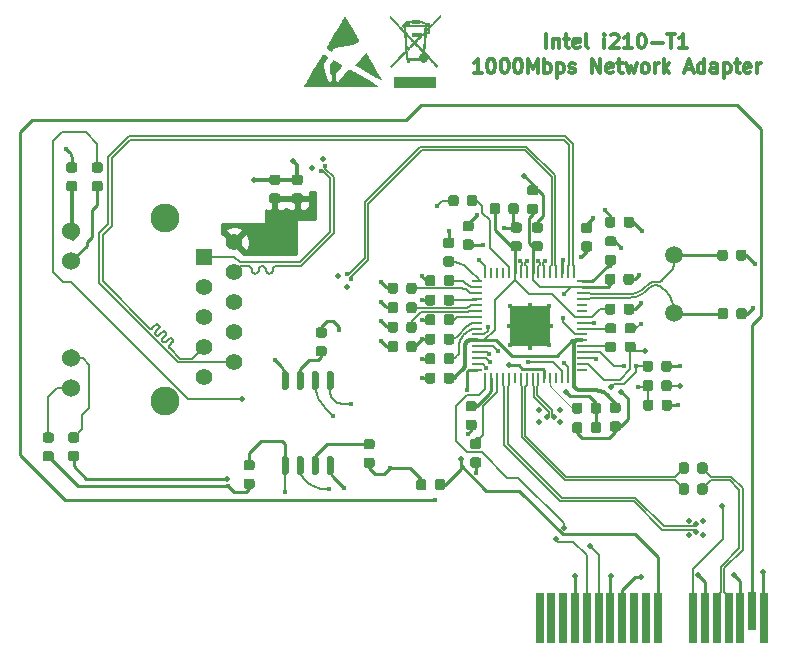
<source format=gbr>
G04 #@! TF.GenerationSoftware,KiCad,Pcbnew,(5.1.6)-1*
G04 #@! TF.CreationDate,2020-07-05T14:39:03+08:00*
G04 #@! TF.ProjectId,inteli210AT,696e7465-6c69-4323-9130-41542e6b6963,rev?*
G04 #@! TF.SameCoordinates,Original*
G04 #@! TF.FileFunction,Copper,L1,Top*
G04 #@! TF.FilePolarity,Positive*
%FSLAX46Y46*%
G04 Gerber Fmt 4.6, Leading zero omitted, Abs format (unit mm)*
G04 Created by KiCad (PCBNEW (5.1.6)-1) date 2020-07-05 14:39:03*
%MOMM*%
%LPD*%
G01*
G04 APERTURE LIST*
G04 #@! TA.AperFunction,NonConductor*
%ADD10C,0.300000*%
G04 #@! TD*
G04 #@! TA.AperFunction,EtchedComponent*
%ADD11C,0.010000*%
G04 #@! TD*
G04 #@! TA.AperFunction,ComponentPad*
%ADD12C,1.398000*%
G04 #@! TD*
G04 #@! TA.AperFunction,ComponentPad*
%ADD13C,2.445000*%
G04 #@! TD*
G04 #@! TA.AperFunction,ComponentPad*
%ADD14C,1.530000*%
G04 #@! TD*
G04 #@! TA.AperFunction,ComponentPad*
%ADD15R,1.398000X1.398000*%
G04 #@! TD*
G04 #@! TA.AperFunction,ConnectorPad*
%ADD16R,0.700000X4.300000*%
G04 #@! TD*
G04 #@! TA.AperFunction,ConnectorPad*
%ADD17R,0.700000X3.200000*%
G04 #@! TD*
G04 #@! TA.AperFunction,ComponentPad*
%ADD18C,1.500000*%
G04 #@! TD*
G04 #@! TA.AperFunction,SMDPad,CuDef*
%ADD19R,3.400000X3.400000*%
G04 #@! TD*
G04 #@! TA.AperFunction,SMDPad,CuDef*
%ADD20R,0.260000X0.840000*%
G04 #@! TD*
G04 #@! TA.AperFunction,SMDPad,CuDef*
%ADD21R,0.840000X0.260000*%
G04 #@! TD*
G04 #@! TA.AperFunction,ViaPad*
%ADD22C,0.500000*%
G04 #@! TD*
G04 #@! TA.AperFunction,ViaPad*
%ADD23C,0.450000*%
G04 #@! TD*
G04 #@! TA.AperFunction,Conductor*
%ADD24C,0.250000*%
G04 #@! TD*
G04 #@! TA.AperFunction,Conductor*
%ADD25C,0.300000*%
G04 #@! TD*
G04 #@! TA.AperFunction,Conductor*
%ADD26C,0.127000*%
G04 #@! TD*
G04 #@! TA.AperFunction,Conductor*
%ADD27C,0.177800*%
G04 #@! TD*
G04 #@! TA.AperFunction,Conductor*
%ADD28C,0.100000*%
G04 #@! TD*
G04 #@! TA.AperFunction,Conductor*
%ADD29C,0.154000*%
G04 #@! TD*
G04 #@! TA.AperFunction,Conductor*
%ADD30C,0.254000*%
G04 #@! TD*
G04 APERTURE END LIST*
D10*
X-19074457Y47243142D02*
X-19074457Y48443142D01*
X-18503028Y48043142D02*
X-18503028Y47243142D01*
X-18503028Y47928857D02*
X-18445885Y47986000D01*
X-18331600Y48043142D01*
X-18160171Y48043142D01*
X-18045885Y47986000D01*
X-17988742Y47871714D01*
X-17988742Y47243142D01*
X-17588742Y48043142D02*
X-17131600Y48043142D01*
X-17417314Y48443142D02*
X-17417314Y47414571D01*
X-17360171Y47300285D01*
X-17245885Y47243142D01*
X-17131600Y47243142D01*
X-16274457Y47300285D02*
X-16388742Y47243142D01*
X-16617314Y47243142D01*
X-16731600Y47300285D01*
X-16788742Y47414571D01*
X-16788742Y47871714D01*
X-16731600Y47986000D01*
X-16617314Y48043142D01*
X-16388742Y48043142D01*
X-16274457Y47986000D01*
X-16217314Y47871714D01*
X-16217314Y47757428D01*
X-16788742Y47643142D01*
X-15531600Y47243142D02*
X-15645885Y47300285D01*
X-15703028Y47414571D01*
X-15703028Y48443142D01*
X-14160171Y47243142D02*
X-14160171Y48043142D01*
X-14160171Y48443142D02*
X-14217314Y48386000D01*
X-14160171Y48328857D01*
X-14103028Y48386000D01*
X-14160171Y48443142D01*
X-14160171Y48328857D01*
X-13645885Y48328857D02*
X-13588742Y48386000D01*
X-13474457Y48443142D01*
X-13188742Y48443142D01*
X-13074457Y48386000D01*
X-13017314Y48328857D01*
X-12960171Y48214571D01*
X-12960171Y48100285D01*
X-13017314Y47928857D01*
X-13703028Y47243142D01*
X-12960171Y47243142D01*
X-11817314Y47243142D02*
X-12503028Y47243142D01*
X-12160171Y47243142D02*
X-12160171Y48443142D01*
X-12274457Y48271714D01*
X-12388742Y48157428D01*
X-12503028Y48100285D01*
X-11074457Y48443142D02*
X-10960171Y48443142D01*
X-10845885Y48386000D01*
X-10788742Y48328857D01*
X-10731600Y48214571D01*
X-10674457Y47986000D01*
X-10674457Y47700285D01*
X-10731600Y47471714D01*
X-10788742Y47357428D01*
X-10845885Y47300285D01*
X-10960171Y47243142D01*
X-11074457Y47243142D01*
X-11188742Y47300285D01*
X-11245885Y47357428D01*
X-11303028Y47471714D01*
X-11360171Y47700285D01*
X-11360171Y47986000D01*
X-11303028Y48214571D01*
X-11245885Y48328857D01*
X-11188742Y48386000D01*
X-11074457Y48443142D01*
X-10160171Y47700285D02*
X-9245885Y47700285D01*
X-8845885Y48443142D02*
X-8160171Y48443142D01*
X-8503028Y47243142D02*
X-8503028Y48443142D01*
X-7131600Y47243142D02*
X-7817314Y47243142D01*
X-7474457Y47243142D02*
X-7474457Y48443142D01*
X-7588742Y48271714D01*
X-7703028Y48157428D01*
X-7817314Y48100285D01*
X-24560171Y45143142D02*
X-25245885Y45143142D01*
X-24903028Y45143142D02*
X-24903028Y46343142D01*
X-25017314Y46171714D01*
X-25131600Y46057428D01*
X-25245885Y46000285D01*
X-23817314Y46343142D02*
X-23703028Y46343142D01*
X-23588742Y46286000D01*
X-23531600Y46228857D01*
X-23474457Y46114571D01*
X-23417314Y45886000D01*
X-23417314Y45600285D01*
X-23474457Y45371714D01*
X-23531600Y45257428D01*
X-23588742Y45200285D01*
X-23703028Y45143142D01*
X-23817314Y45143142D01*
X-23931600Y45200285D01*
X-23988742Y45257428D01*
X-24045885Y45371714D01*
X-24103028Y45600285D01*
X-24103028Y45886000D01*
X-24045885Y46114571D01*
X-23988742Y46228857D01*
X-23931600Y46286000D01*
X-23817314Y46343142D01*
X-22674457Y46343142D02*
X-22560171Y46343142D01*
X-22445885Y46286000D01*
X-22388742Y46228857D01*
X-22331600Y46114571D01*
X-22274457Y45886000D01*
X-22274457Y45600285D01*
X-22331600Y45371714D01*
X-22388742Y45257428D01*
X-22445885Y45200285D01*
X-22560171Y45143142D01*
X-22674457Y45143142D01*
X-22788742Y45200285D01*
X-22845885Y45257428D01*
X-22903028Y45371714D01*
X-22960171Y45600285D01*
X-22960171Y45886000D01*
X-22903028Y46114571D01*
X-22845885Y46228857D01*
X-22788742Y46286000D01*
X-22674457Y46343142D01*
X-21531600Y46343142D02*
X-21417314Y46343142D01*
X-21303028Y46286000D01*
X-21245885Y46228857D01*
X-21188742Y46114571D01*
X-21131600Y45886000D01*
X-21131600Y45600285D01*
X-21188742Y45371714D01*
X-21245885Y45257428D01*
X-21303028Y45200285D01*
X-21417314Y45143142D01*
X-21531600Y45143142D01*
X-21645885Y45200285D01*
X-21703028Y45257428D01*
X-21760171Y45371714D01*
X-21817314Y45600285D01*
X-21817314Y45886000D01*
X-21760171Y46114571D01*
X-21703028Y46228857D01*
X-21645885Y46286000D01*
X-21531600Y46343142D01*
X-20617314Y45143142D02*
X-20617314Y46343142D01*
X-20217314Y45486000D01*
X-19817314Y46343142D01*
X-19817314Y45143142D01*
X-19245885Y45143142D02*
X-19245885Y46343142D01*
X-19245885Y45886000D02*
X-19131600Y45943142D01*
X-18903028Y45943142D01*
X-18788742Y45886000D01*
X-18731600Y45828857D01*
X-18674457Y45714571D01*
X-18674457Y45371714D01*
X-18731600Y45257428D01*
X-18788742Y45200285D01*
X-18903028Y45143142D01*
X-19131600Y45143142D01*
X-19245885Y45200285D01*
X-18160171Y45943142D02*
X-18160171Y44743142D01*
X-18160171Y45886000D02*
X-18045885Y45943142D01*
X-17817314Y45943142D01*
X-17703028Y45886000D01*
X-17645885Y45828857D01*
X-17588742Y45714571D01*
X-17588742Y45371714D01*
X-17645885Y45257428D01*
X-17703028Y45200285D01*
X-17817314Y45143142D01*
X-18045885Y45143142D01*
X-18160171Y45200285D01*
X-17131600Y45200285D02*
X-17017314Y45143142D01*
X-16788742Y45143142D01*
X-16674457Y45200285D01*
X-16617314Y45314571D01*
X-16617314Y45371714D01*
X-16674457Y45486000D01*
X-16788742Y45543142D01*
X-16960171Y45543142D01*
X-17074457Y45600285D01*
X-17131600Y45714571D01*
X-17131600Y45771714D01*
X-17074457Y45886000D01*
X-16960171Y45943142D01*
X-16788742Y45943142D01*
X-16674457Y45886000D01*
X-15188742Y45143142D02*
X-15188742Y46343142D01*
X-14503028Y45143142D01*
X-14503028Y46343142D01*
X-13474457Y45200285D02*
X-13588742Y45143142D01*
X-13817314Y45143142D01*
X-13931600Y45200285D01*
X-13988742Y45314571D01*
X-13988742Y45771714D01*
X-13931600Y45886000D01*
X-13817314Y45943142D01*
X-13588742Y45943142D01*
X-13474457Y45886000D01*
X-13417314Y45771714D01*
X-13417314Y45657428D01*
X-13988742Y45543142D01*
X-13074457Y45943142D02*
X-12617314Y45943142D01*
X-12903028Y46343142D02*
X-12903028Y45314571D01*
X-12845885Y45200285D01*
X-12731600Y45143142D01*
X-12617314Y45143142D01*
X-12331600Y45943142D02*
X-12103028Y45143142D01*
X-11874457Y45714571D01*
X-11645885Y45143142D01*
X-11417314Y45943142D01*
X-10788742Y45143142D02*
X-10903028Y45200285D01*
X-10960171Y45257428D01*
X-11017314Y45371714D01*
X-11017314Y45714571D01*
X-10960171Y45828857D01*
X-10903028Y45886000D01*
X-10788742Y45943142D01*
X-10617314Y45943142D01*
X-10503028Y45886000D01*
X-10445885Y45828857D01*
X-10388742Y45714571D01*
X-10388742Y45371714D01*
X-10445885Y45257428D01*
X-10503028Y45200285D01*
X-10617314Y45143142D01*
X-10788742Y45143142D01*
X-9874457Y45143142D02*
X-9874457Y45943142D01*
X-9874457Y45714571D02*
X-9817314Y45828857D01*
X-9760171Y45886000D01*
X-9645885Y45943142D01*
X-9531600Y45943142D01*
X-9131600Y45143142D02*
X-9131600Y46343142D01*
X-9017314Y45600285D02*
X-8674457Y45143142D01*
X-8674457Y45943142D02*
X-9131600Y45486000D01*
X-7303028Y45486000D02*
X-6731600Y45486000D01*
X-7417314Y45143142D02*
X-7017314Y46343142D01*
X-6617314Y45143142D01*
X-5703028Y45143142D02*
X-5703028Y46343142D01*
X-5703028Y45200285D02*
X-5817314Y45143142D01*
X-6045885Y45143142D01*
X-6160171Y45200285D01*
X-6217314Y45257428D01*
X-6274457Y45371714D01*
X-6274457Y45714571D01*
X-6217314Y45828857D01*
X-6160171Y45886000D01*
X-6045885Y45943142D01*
X-5817314Y45943142D01*
X-5703028Y45886000D01*
X-4617314Y45143142D02*
X-4617314Y45771714D01*
X-4674457Y45886000D01*
X-4788742Y45943142D01*
X-5017314Y45943142D01*
X-5131600Y45886000D01*
X-4617314Y45200285D02*
X-4731600Y45143142D01*
X-5017314Y45143142D01*
X-5131600Y45200285D01*
X-5188742Y45314571D01*
X-5188742Y45428857D01*
X-5131600Y45543142D01*
X-5017314Y45600285D01*
X-4731600Y45600285D01*
X-4617314Y45657428D01*
X-4045885Y45943142D02*
X-4045885Y44743142D01*
X-4045885Y45886000D02*
X-3931600Y45943142D01*
X-3703028Y45943142D01*
X-3588742Y45886000D01*
X-3531600Y45828857D01*
X-3474457Y45714571D01*
X-3474457Y45371714D01*
X-3531600Y45257428D01*
X-3588742Y45200285D01*
X-3703028Y45143142D01*
X-3931600Y45143142D01*
X-4045885Y45200285D01*
X-3131600Y45943142D02*
X-2674457Y45943142D01*
X-2960171Y46343142D02*
X-2960171Y45314571D01*
X-2903028Y45200285D01*
X-2788742Y45143142D01*
X-2674457Y45143142D01*
X-1817314Y45200285D02*
X-1931600Y45143142D01*
X-2160171Y45143142D01*
X-2274457Y45200285D01*
X-2331600Y45314571D01*
X-2331600Y45771714D01*
X-2274457Y45886000D01*
X-2160171Y45943142D01*
X-1931600Y45943142D01*
X-1817314Y45886000D01*
X-1760171Y45771714D01*
X-1760171Y45657428D01*
X-2331600Y45543142D01*
X-1245885Y45143142D02*
X-1245885Y45943142D01*
X-1245885Y45714571D02*
X-1188742Y45828857D01*
X-1131600Y45886000D01*
X-1017314Y45943142D01*
X-903028Y45943142D01*
D11*
G36*
X-37999906Y46698842D02*
G01*
X-37967381Y46686264D01*
X-37917807Y46661288D01*
X-37846626Y46622124D01*
X-37841084Y46619012D01*
X-37775526Y46581524D01*
X-37720202Y46548681D01*
X-37680545Y46523795D01*
X-37661988Y46510180D01*
X-37661469Y46509513D01*
X-37665952Y46490610D01*
X-37686514Y46448395D01*
X-37721817Y46385168D01*
X-37770520Y46303228D01*
X-37831282Y46204878D01*
X-37902764Y46092415D01*
X-37920555Y46064835D01*
X-37966907Y45988301D01*
X-38000658Y45922444D01*
X-38018847Y45873218D01*
X-38020714Y45863493D01*
X-38019885Y45820688D01*
X-38010606Y45752791D01*
X-37994032Y45664157D01*
X-37971320Y45559141D01*
X-37943627Y45442098D01*
X-37912110Y45317384D01*
X-37877925Y45189355D01*
X-37842229Y45062366D01*
X-37806179Y44940772D01*
X-37770932Y44828928D01*
X-37737644Y44731190D01*
X-37707472Y44651913D01*
X-37686439Y44604878D01*
X-37661663Y44554775D01*
X-37638270Y44506832D01*
X-37637003Y44504207D01*
X-37598301Y44455780D01*
X-37541816Y44423172D01*
X-37476061Y44407546D01*
X-37409549Y44410063D01*
X-37350795Y44431886D01*
X-37317742Y44460618D01*
X-37270141Y44539417D01*
X-37235261Y44637622D01*
X-37216123Y44745221D01*
X-37213412Y44806220D01*
X-37224330Y44920065D01*
X-37256376Y45014340D01*
X-37311274Y45093621D01*
X-37328393Y45111267D01*
X-37379339Y45160765D01*
X-37382837Y45510638D01*
X-37386336Y45860511D01*
X-37297182Y45995469D01*
X-37255346Y46056555D01*
X-37215055Y46111507D01*
X-37182057Y46152664D01*
X-37167874Y46167808D01*
X-37127719Y46205190D01*
X-37073335Y46175902D01*
X-37038961Y46154916D01*
X-37020154Y46138622D01*
X-37018951Y46135693D01*
X-37006097Y46123272D01*
X-36984104Y46114023D01*
X-36962850Y46105687D01*
X-36930306Y46089851D01*
X-36883678Y46064967D01*
X-36820171Y46029491D01*
X-36736992Y45981877D01*
X-36631347Y45920578D01*
X-36573938Y45887068D01*
X-36506406Y45846929D01*
X-36462115Y45818341D01*
X-36437145Y45797961D01*
X-36427577Y45782447D01*
X-36429492Y45768454D01*
X-36431089Y45765204D01*
X-36446624Y45744734D01*
X-36479864Y45706335D01*
X-36526938Y45654304D01*
X-36583972Y45592934D01*
X-36633300Y45540910D01*
X-36746970Y45417433D01*
X-36835895Y45310409D01*
X-36900866Y45218760D01*
X-36942679Y45141412D01*
X-36956783Y45102134D01*
X-36962608Y45067751D01*
X-36968625Y45009101D01*
X-36974304Y44932883D01*
X-36979116Y44845798D01*
X-36981381Y44790732D01*
X-36984541Y44695536D01*
X-36985931Y44625938D01*
X-36985142Y44576591D01*
X-36981765Y44542146D01*
X-36975392Y44517257D01*
X-36965613Y44496575D01*
X-36957933Y44483947D01*
X-36913579Y44435274D01*
X-36856426Y44401355D01*
X-36796292Y44386562D01*
X-36751227Y44391914D01*
X-36710424Y44415070D01*
X-36659276Y44456538D01*
X-36604958Y44509088D01*
X-36554643Y44565484D01*
X-36515506Y44618495D01*
X-36501095Y44644111D01*
X-36479509Y44679186D01*
X-36440247Y44732611D01*
X-36386898Y44800211D01*
X-36323048Y44877810D01*
X-36252285Y44961232D01*
X-36178196Y45046302D01*
X-36104368Y45128845D01*
X-36034389Y45204684D01*
X-35971845Y45269644D01*
X-35922740Y45317331D01*
X-35868221Y45364968D01*
X-35822358Y45400092D01*
X-35790189Y45419051D01*
X-35779511Y45421136D01*
X-35763147Y45412726D01*
X-35722329Y45390154D01*
X-35659414Y45354776D01*
X-35576756Y45307946D01*
X-35476711Y45251019D01*
X-35361634Y45185351D01*
X-35233881Y45112297D01*
X-35095806Y45033212D01*
X-34949766Y44949452D01*
X-34798116Y44862371D01*
X-34643210Y44773324D01*
X-34487405Y44683668D01*
X-34333056Y44594757D01*
X-34182518Y44507946D01*
X-34038146Y44424591D01*
X-33902296Y44346046D01*
X-33777323Y44273667D01*
X-33665583Y44208810D01*
X-33569430Y44152829D01*
X-33491221Y44107080D01*
X-33433311Y44072917D01*
X-33398054Y44051696D01*
X-33387835Y44045037D01*
X-33401598Y44043720D01*
X-33444896Y44042441D01*
X-33516286Y44041204D01*
X-33614327Y44040017D01*
X-33737578Y44038885D01*
X-33884597Y44037814D01*
X-34053943Y44036811D01*
X-34244174Y44035881D01*
X-34453849Y44035032D01*
X-34681527Y44034268D01*
X-34925765Y44033597D01*
X-35185123Y44033024D01*
X-35458159Y44032556D01*
X-35743432Y44032198D01*
X-36039500Y44031958D01*
X-36344921Y44031841D01*
X-36473076Y44031829D01*
X-39573030Y44031829D01*
X-39351947Y44415153D01*
X-39305144Y44496320D01*
X-39244898Y44600834D01*
X-39173222Y44725199D01*
X-39092131Y44865918D01*
X-39003638Y45019497D01*
X-38909760Y45182438D01*
X-38812509Y45351246D01*
X-38713900Y45522425D01*
X-38615947Y45692479D01*
X-38591175Y45735488D01*
X-38500848Y45892143D01*
X-38414711Y46041197D01*
X-38334058Y46180432D01*
X-38260184Y46307629D01*
X-38194383Y46420568D01*
X-38137950Y46517032D01*
X-38092179Y46594800D01*
X-38058365Y46651654D01*
X-38037802Y46685375D01*
X-38032047Y46693960D01*
X-38019942Y46700811D01*
X-37999906Y46698842D01*
G37*
X-37999906Y46698842D02*
X-37967381Y46686264D01*
X-37917807Y46661288D01*
X-37846626Y46622124D01*
X-37841084Y46619012D01*
X-37775526Y46581524D01*
X-37720202Y46548681D01*
X-37680545Y46523795D01*
X-37661988Y46510180D01*
X-37661469Y46509513D01*
X-37665952Y46490610D01*
X-37686514Y46448395D01*
X-37721817Y46385168D01*
X-37770520Y46303228D01*
X-37831282Y46204878D01*
X-37902764Y46092415D01*
X-37920555Y46064835D01*
X-37966907Y45988301D01*
X-38000658Y45922444D01*
X-38018847Y45873218D01*
X-38020714Y45863493D01*
X-38019885Y45820688D01*
X-38010606Y45752791D01*
X-37994032Y45664157D01*
X-37971320Y45559141D01*
X-37943627Y45442098D01*
X-37912110Y45317384D01*
X-37877925Y45189355D01*
X-37842229Y45062366D01*
X-37806179Y44940772D01*
X-37770932Y44828928D01*
X-37737644Y44731190D01*
X-37707472Y44651913D01*
X-37686439Y44604878D01*
X-37661663Y44554775D01*
X-37638270Y44506832D01*
X-37637003Y44504207D01*
X-37598301Y44455780D01*
X-37541816Y44423172D01*
X-37476061Y44407546D01*
X-37409549Y44410063D01*
X-37350795Y44431886D01*
X-37317742Y44460618D01*
X-37270141Y44539417D01*
X-37235261Y44637622D01*
X-37216123Y44745221D01*
X-37213412Y44806220D01*
X-37224330Y44920065D01*
X-37256376Y45014340D01*
X-37311274Y45093621D01*
X-37328393Y45111267D01*
X-37379339Y45160765D01*
X-37382837Y45510638D01*
X-37386336Y45860511D01*
X-37297182Y45995469D01*
X-37255346Y46056555D01*
X-37215055Y46111507D01*
X-37182057Y46152664D01*
X-37167874Y46167808D01*
X-37127719Y46205190D01*
X-37073335Y46175902D01*
X-37038961Y46154916D01*
X-37020154Y46138622D01*
X-37018951Y46135693D01*
X-37006097Y46123272D01*
X-36984104Y46114023D01*
X-36962850Y46105687D01*
X-36930306Y46089851D01*
X-36883678Y46064967D01*
X-36820171Y46029491D01*
X-36736992Y45981877D01*
X-36631347Y45920578D01*
X-36573938Y45887068D01*
X-36506406Y45846929D01*
X-36462115Y45818341D01*
X-36437145Y45797961D01*
X-36427577Y45782447D01*
X-36429492Y45768454D01*
X-36431089Y45765204D01*
X-36446624Y45744734D01*
X-36479864Y45706335D01*
X-36526938Y45654304D01*
X-36583972Y45592934D01*
X-36633300Y45540910D01*
X-36746970Y45417433D01*
X-36835895Y45310409D01*
X-36900866Y45218760D01*
X-36942679Y45141412D01*
X-36956783Y45102134D01*
X-36962608Y45067751D01*
X-36968625Y45009101D01*
X-36974304Y44932883D01*
X-36979116Y44845798D01*
X-36981381Y44790732D01*
X-36984541Y44695536D01*
X-36985931Y44625938D01*
X-36985142Y44576591D01*
X-36981765Y44542146D01*
X-36975392Y44517257D01*
X-36965613Y44496575D01*
X-36957933Y44483947D01*
X-36913579Y44435274D01*
X-36856426Y44401355D01*
X-36796292Y44386562D01*
X-36751227Y44391914D01*
X-36710424Y44415070D01*
X-36659276Y44456538D01*
X-36604958Y44509088D01*
X-36554643Y44565484D01*
X-36515506Y44618495D01*
X-36501095Y44644111D01*
X-36479509Y44679186D01*
X-36440247Y44732611D01*
X-36386898Y44800211D01*
X-36323048Y44877810D01*
X-36252285Y44961232D01*
X-36178196Y45046302D01*
X-36104368Y45128845D01*
X-36034389Y45204684D01*
X-35971845Y45269644D01*
X-35922740Y45317331D01*
X-35868221Y45364968D01*
X-35822358Y45400092D01*
X-35790189Y45419051D01*
X-35779511Y45421136D01*
X-35763147Y45412726D01*
X-35722329Y45390154D01*
X-35659414Y45354776D01*
X-35576756Y45307946D01*
X-35476711Y45251019D01*
X-35361634Y45185351D01*
X-35233881Y45112297D01*
X-35095806Y45033212D01*
X-34949766Y44949452D01*
X-34798116Y44862371D01*
X-34643210Y44773324D01*
X-34487405Y44683668D01*
X-34333056Y44594757D01*
X-34182518Y44507946D01*
X-34038146Y44424591D01*
X-33902296Y44346046D01*
X-33777323Y44273667D01*
X-33665583Y44208810D01*
X-33569430Y44152829D01*
X-33491221Y44107080D01*
X-33433311Y44072917D01*
X-33398054Y44051696D01*
X-33387835Y44045037D01*
X-33401598Y44043720D01*
X-33444896Y44042441D01*
X-33516286Y44041204D01*
X-33614327Y44040017D01*
X-33737578Y44038885D01*
X-33884597Y44037814D01*
X-34053943Y44036811D01*
X-34244174Y44035881D01*
X-34453849Y44035032D01*
X-34681527Y44034268D01*
X-34925765Y44033597D01*
X-35185123Y44033024D01*
X-35458159Y44032556D01*
X-35743432Y44032198D01*
X-36039500Y44031958D01*
X-36344921Y44031841D01*
X-36473076Y44031829D01*
X-39573030Y44031829D01*
X-39351947Y44415153D01*
X-39305144Y44496320D01*
X-39244898Y44600834D01*
X-39173222Y44725199D01*
X-39092131Y44865918D01*
X-39003638Y45019497D01*
X-38909760Y45182438D01*
X-38812509Y45351246D01*
X-38713900Y45522425D01*
X-38615947Y45692479D01*
X-38591175Y45735488D01*
X-38500848Y45892143D01*
X-38414711Y46041197D01*
X-38334058Y46180432D01*
X-38260184Y46307629D01*
X-38194383Y46420568D01*
X-38137950Y46517032D01*
X-38092179Y46594800D01*
X-38058365Y46651654D01*
X-38037802Y46685375D01*
X-38032047Y46693960D01*
X-38019942Y46700811D01*
X-37999906Y46698842D01*
G36*
X-34334472Y46755381D02*
G01*
X-34323092Y46736307D01*
X-34297512Y46692579D01*
X-34258998Y46626381D01*
X-34208814Y46539898D01*
X-34148225Y46435315D01*
X-34078497Y46314817D01*
X-34000893Y46180588D01*
X-33916680Y46034813D01*
X-33827121Y45879677D01*
X-33735002Y45720000D01*
X-33640924Y45556883D01*
X-33550598Y45400291D01*
X-33465335Y45252494D01*
X-33386443Y45115760D01*
X-33315231Y44992358D01*
X-33253009Y44884556D01*
X-33201087Y44794623D01*
X-33160772Y44724827D01*
X-33133376Y44677436D01*
X-33120493Y44655214D01*
X-33099493Y44617670D01*
X-33088075Y44594169D01*
X-33087449Y44590080D01*
X-33101364Y44597758D01*
X-33140059Y44619797D01*
X-33201513Y44655029D01*
X-33283702Y44702289D01*
X-33384604Y44760411D01*
X-33502195Y44828229D01*
X-33634454Y44904576D01*
X-33779358Y44988286D01*
X-33934883Y45078194D01*
X-34099008Y45173133D01*
X-34161451Y45209268D01*
X-34328513Y45305917D01*
X-34487926Y45398062D01*
X-34637645Y45484525D01*
X-34775624Y45564129D01*
X-34899815Y45635695D01*
X-35008173Y45698045D01*
X-35098652Y45750002D01*
X-35169204Y45790387D01*
X-35217785Y45818022D01*
X-35242346Y45831728D01*
X-35244915Y45833026D01*
X-35237431Y45844780D01*
X-35211386Y45876205D01*
X-35169441Y45924406D01*
X-35114254Y45986490D01*
X-35048483Y46059561D01*
X-34974788Y46140724D01*
X-34895827Y46227084D01*
X-34814260Y46315747D01*
X-34732746Y46403818D01*
X-34653943Y46488401D01*
X-34580510Y46566603D01*
X-34515107Y46635528D01*
X-34460392Y46692281D01*
X-34419023Y46733968D01*
X-34404836Y46747637D01*
X-34357820Y46791799D01*
X-34334472Y46755381D01*
G37*
X-34334472Y46755381D02*
X-34323092Y46736307D01*
X-34297512Y46692579D01*
X-34258998Y46626381D01*
X-34208814Y46539898D01*
X-34148225Y46435315D01*
X-34078497Y46314817D01*
X-34000893Y46180588D01*
X-33916680Y46034813D01*
X-33827121Y45879677D01*
X-33735002Y45720000D01*
X-33640924Y45556883D01*
X-33550598Y45400291D01*
X-33465335Y45252494D01*
X-33386443Y45115760D01*
X-33315231Y44992358D01*
X-33253009Y44884556D01*
X-33201087Y44794623D01*
X-33160772Y44724827D01*
X-33133376Y44677436D01*
X-33120493Y44655214D01*
X-33099493Y44617670D01*
X-33088075Y44594169D01*
X-33087449Y44590080D01*
X-33101364Y44597758D01*
X-33140059Y44619797D01*
X-33201513Y44655029D01*
X-33283702Y44702289D01*
X-33384604Y44760411D01*
X-33502195Y44828229D01*
X-33634454Y44904576D01*
X-33779358Y44988286D01*
X-33934883Y45078194D01*
X-34099008Y45173133D01*
X-34161451Y45209268D01*
X-34328513Y45305917D01*
X-34487926Y45398062D01*
X-34637645Y45484525D01*
X-34775624Y45564129D01*
X-34899815Y45635695D01*
X-35008173Y45698045D01*
X-35098652Y45750002D01*
X-35169204Y45790387D01*
X-35217785Y45818022D01*
X-35242346Y45831728D01*
X-35244915Y45833026D01*
X-35237431Y45844780D01*
X-35211386Y45876205D01*
X-35169441Y45924406D01*
X-35114254Y45986490D01*
X-35048483Y46059561D01*
X-34974788Y46140724D01*
X-34895827Y46227084D01*
X-34814260Y46315747D01*
X-34732746Y46403818D01*
X-34653943Y46488401D01*
X-34580510Y46566603D01*
X-34515107Y46635528D01*
X-34460392Y46692281D01*
X-34419023Y46733968D01*
X-34404836Y46747637D01*
X-34357820Y46791799D01*
X-34334472Y46755381D01*
G36*
X-36157957Y49904165D02*
G01*
X-36134935Y49866755D01*
X-36099466Y49807486D01*
X-36053004Y49728882D01*
X-35997004Y49633462D01*
X-35932919Y49523750D01*
X-35862204Y49402266D01*
X-35786313Y49271532D01*
X-35706701Y49134070D01*
X-35624822Y48992402D01*
X-35542130Y48849049D01*
X-35460079Y48706533D01*
X-35380124Y48567376D01*
X-35303719Y48434099D01*
X-35232318Y48309224D01*
X-35167376Y48195273D01*
X-35110347Y48094767D01*
X-35062685Y48010228D01*
X-35025845Y47944178D01*
X-35001280Y47899138D01*
X-34990446Y47877630D01*
X-34990049Y47876286D01*
X-35003499Y47858035D01*
X-35040886Y47830118D01*
X-35097765Y47795275D01*
X-35169688Y47756246D01*
X-35244985Y47719157D01*
X-35347440Y47674183D01*
X-35455183Y47633774D01*
X-35571927Y47597031D01*
X-35701382Y47563058D01*
X-35847260Y47530956D01*
X-36013274Y47499827D01*
X-36203134Y47468773D01*
X-36399531Y47439855D01*
X-36570166Y47414200D01*
X-36713455Y47388802D01*
X-36832992Y47362398D01*
X-36932370Y47333727D01*
X-37015182Y47301527D01*
X-37085022Y47264535D01*
X-37145482Y47221488D01*
X-37200155Y47171125D01*
X-37217786Y47152417D01*
X-37256000Y47108861D01*
X-37284268Y47073318D01*
X-37297382Y47052417D01*
X-37297732Y47050703D01*
X-37302320Y47040194D01*
X-37318242Y47040076D01*
X-37348734Y47051746D01*
X-37397032Y47076604D01*
X-37466373Y47116048D01*
X-37514561Y47144413D01*
X-37586417Y47188753D01*
X-37642258Y47226721D01*
X-37678333Y47255584D01*
X-37690887Y47272612D01*
X-37690879Y47272736D01*
X-37683094Y47288963D01*
X-37661108Y47329600D01*
X-37626197Y47392433D01*
X-37579637Y47475248D01*
X-37522705Y47575828D01*
X-37456677Y47691960D01*
X-37382828Y47821429D01*
X-37302436Y47962020D01*
X-37216776Y48111518D01*
X-37127124Y48267708D01*
X-37034757Y48428376D01*
X-36940951Y48591307D01*
X-36846982Y48754287D01*
X-36754126Y48915100D01*
X-36663660Y49071532D01*
X-36576859Y49221367D01*
X-36495000Y49362392D01*
X-36419359Y49492391D01*
X-36351213Y49609151D01*
X-36291837Y49710455D01*
X-36242507Y49794089D01*
X-36204500Y49857838D01*
X-36179093Y49899489D01*
X-36167560Y49916825D01*
X-36167077Y49917195D01*
X-36157957Y49904165D01*
G37*
X-36157957Y49904165D02*
X-36134935Y49866755D01*
X-36099466Y49807486D01*
X-36053004Y49728882D01*
X-35997004Y49633462D01*
X-35932919Y49523750D01*
X-35862204Y49402266D01*
X-35786313Y49271532D01*
X-35706701Y49134070D01*
X-35624822Y48992402D01*
X-35542130Y48849049D01*
X-35460079Y48706533D01*
X-35380124Y48567376D01*
X-35303719Y48434099D01*
X-35232318Y48309224D01*
X-35167376Y48195273D01*
X-35110347Y48094767D01*
X-35062685Y48010228D01*
X-35025845Y47944178D01*
X-35001280Y47899138D01*
X-34990446Y47877630D01*
X-34990049Y47876286D01*
X-35003499Y47858035D01*
X-35040886Y47830118D01*
X-35097765Y47795275D01*
X-35169688Y47756246D01*
X-35244985Y47719157D01*
X-35347440Y47674183D01*
X-35455183Y47633774D01*
X-35571927Y47597031D01*
X-35701382Y47563058D01*
X-35847260Y47530956D01*
X-36013274Y47499827D01*
X-36203134Y47468773D01*
X-36399531Y47439855D01*
X-36570166Y47414200D01*
X-36713455Y47388802D01*
X-36832992Y47362398D01*
X-36932370Y47333727D01*
X-37015182Y47301527D01*
X-37085022Y47264535D01*
X-37145482Y47221488D01*
X-37200155Y47171125D01*
X-37217786Y47152417D01*
X-37256000Y47108861D01*
X-37284268Y47073318D01*
X-37297382Y47052417D01*
X-37297732Y47050703D01*
X-37302320Y47040194D01*
X-37318242Y47040076D01*
X-37348734Y47051746D01*
X-37397032Y47076604D01*
X-37466373Y47116048D01*
X-37514561Y47144413D01*
X-37586417Y47188753D01*
X-37642258Y47226721D01*
X-37678333Y47255584D01*
X-37690887Y47272612D01*
X-37690879Y47272736D01*
X-37683094Y47288963D01*
X-37661108Y47329600D01*
X-37626197Y47392433D01*
X-37579637Y47475248D01*
X-37522705Y47575828D01*
X-37456677Y47691960D01*
X-37382828Y47821429D01*
X-37302436Y47962020D01*
X-37216776Y48111518D01*
X-37127124Y48267708D01*
X-37034757Y48428376D01*
X-36940951Y48591307D01*
X-36846982Y48754287D01*
X-36754126Y48915100D01*
X-36663660Y49071532D01*
X-36576859Y49221367D01*
X-36495000Y49362392D01*
X-36419359Y49492391D01*
X-36351213Y49609151D01*
X-36291837Y49710455D01*
X-36242507Y49794089D01*
X-36204500Y49857838D01*
X-36179093Y49899489D01*
X-36167560Y49916825D01*
X-36167077Y49917195D01*
X-36157957Y49904165D01*
G36*
X-28478178Y43972178D02*
G01*
X-31998971Y43972178D01*
X-31998971Y44839802D01*
X-28478178Y44839802D01*
X-28478178Y43972178D01*
G37*
X-28478178Y43972178D02*
X-31998971Y43972178D01*
X-31998971Y44839802D01*
X-28478178Y44839802D01*
X-28478178Y43972178D01*
G36*
X-28101570Y49925152D02*
G01*
X-28102189Y49838069D01*
X-28553914Y49379109D01*
X-29005639Y48920148D01*
X-29005968Y48709529D01*
X-29006297Y48498911D01*
X-29281390Y48498911D01*
X-29288478Y48445470D01*
X-29291162Y48421112D01*
X-29295687Y48375241D01*
X-29301809Y48310595D01*
X-29309288Y48229909D01*
X-29317881Y48135919D01*
X-29327346Y48031363D01*
X-29337442Y47918975D01*
X-29347926Y47801493D01*
X-29358556Y47681652D01*
X-29369091Y47562189D01*
X-29379287Y47445841D01*
X-29388905Y47335343D01*
X-29397700Y47233431D01*
X-29405432Y47142842D01*
X-29411858Y47066313D01*
X-29416737Y47006579D01*
X-29419825Y46966376D01*
X-29420883Y46948441D01*
X-29420882Y46948356D01*
X-29413173Y46933965D01*
X-29390019Y46904252D01*
X-29351105Y46858869D01*
X-29296116Y46797471D01*
X-29224736Y46719712D01*
X-29136651Y46625246D01*
X-29031546Y46513728D01*
X-28909105Y46384812D01*
X-28874690Y46348713D01*
X-28328863Y45776584D01*
X-28417119Y45688564D01*
X-28488515Y45766242D01*
X-28514634Y45794314D01*
X-28555434Y45837726D01*
X-28608223Y45893634D01*
X-28670309Y45959192D01*
X-28739000Y46031559D01*
X-28811604Y46107888D01*
X-28855040Y46153476D01*
X-28936584Y46238881D01*
X-29002496Y46307290D01*
X-29054456Y46359947D01*
X-29094145Y46398095D01*
X-29123243Y46422980D01*
X-29143431Y46435844D01*
X-29156390Y46437932D01*
X-29163800Y46430487D01*
X-29167342Y46414754D01*
X-29168697Y46391977D01*
X-29168879Y46385761D01*
X-29178297Y46342939D01*
X-29201503Y46291181D01*
X-29233864Y46238672D01*
X-29270748Y46193597D01*
X-29285507Y46179672D01*
X-29361233Y46130953D01*
X-29449692Y46103694D01*
X-29527900Y46097227D01*
X-29616532Y46109424D01*
X-29698388Y46145187D01*
X-29770836Y46203278D01*
X-29784203Y46217738D01*
X-29833082Y46273267D01*
X-30678674Y46273267D01*
X-30678674Y46097227D01*
X-30905010Y46097227D01*
X-30905010Y46179469D01*
X-30907850Y46235614D01*
X-30917393Y46274584D01*
X-30928991Y46295781D01*
X-30937277Y46310948D01*
X-30944373Y46332938D01*
X-30950748Y46365013D01*
X-30956872Y46410431D01*
X-30963216Y46472452D01*
X-30970250Y46554338D01*
X-30975066Y46615254D01*
X-30997161Y46900657D01*
X-31539565Y46351195D01*
X-31637637Y46251772D01*
X-31731784Y46156185D01*
X-31820285Y46066190D01*
X-31901420Y45983543D01*
X-31973469Y45909999D01*
X-32034712Y45847316D01*
X-32083427Y45797248D01*
X-32117896Y45761552D01*
X-32136379Y45742005D01*
X-32166743Y45711056D01*
X-32192071Y45689470D01*
X-32205695Y45682277D01*
X-32223095Y45690703D01*
X-32248460Y45711755D01*
X-32257058Y45720329D01*
X-32293514Y45758380D01*
X-32092802Y45962342D01*
X-32041596Y46014301D01*
X-31975569Y46081180D01*
X-31897618Y46160050D01*
X-31810638Y46247986D01*
X-31717526Y46342059D01*
X-31621179Y46439342D01*
X-31524492Y46536907D01*
X-31455134Y46606855D01*
X-31349703Y46713450D01*
X-31261129Y46803693D01*
X-31188281Y46878808D01*
X-31130023Y46940014D01*
X-31085225Y46988534D01*
X-31063021Y47013871D01*
X-30884724Y47013871D01*
X-30862401Y46728445D01*
X-30855669Y46644781D01*
X-30849157Y46568273D01*
X-30843234Y46502919D01*
X-30838268Y46452719D01*
X-30834629Y46421671D01*
X-30833458Y46414727D01*
X-30826838Y46386435D01*
X-29877364Y46386435D01*
X-29871026Y46465394D01*
X-29851890Y46558685D01*
X-29811846Y46641209D01*
X-29753418Y46709962D01*
X-29679129Y46761937D01*
X-29595748Y46793137D01*
X-29568698Y46807772D01*
X-29555156Y46839181D01*
X-29554872Y46840566D01*
X-29553247Y46853826D01*
X-29555256Y46867405D01*
X-29562858Y46883819D01*
X-29578016Y46905589D01*
X-29602688Y46935233D01*
X-29638836Y46975268D01*
X-29688420Y47028215D01*
X-29753401Y47096591D01*
X-29757599Y47100995D01*
X-29827493Y47174389D01*
X-29901800Y47252563D01*
X-29975414Y47330136D01*
X-30043229Y47401725D01*
X-30100140Y47461949D01*
X-30112832Y47475413D01*
X-30161487Y47526180D01*
X-30204709Y47569625D01*
X-30239395Y47602759D01*
X-30262444Y47622595D01*
X-30270182Y47626954D01*
X-30281722Y47617830D01*
X-30308710Y47592800D01*
X-30349021Y47553948D01*
X-30400529Y47503357D01*
X-30461109Y47443112D01*
X-30528636Y47375296D01*
X-30583826Y47319435D01*
X-30884724Y47013871D01*
X-31063021Y47013871D01*
X-31052751Y47025589D01*
X-31031471Y47052401D01*
X-31020251Y47070192D01*
X-31017754Y47078430D01*
X-31018700Y47096410D01*
X-31021573Y47137108D01*
X-31026187Y47198181D01*
X-31032358Y47277287D01*
X-31039898Y47372086D01*
X-31048621Y47480233D01*
X-31058343Y47599388D01*
X-31068876Y47727209D01*
X-31077365Y47829365D01*
X-31125396Y48405326D01*
X-31001805Y48405326D01*
X-31001273Y48392896D01*
X-30998769Y48357890D01*
X-30994496Y48302785D01*
X-30988653Y48230057D01*
X-30981443Y48142186D01*
X-30973066Y48041649D01*
X-30963723Y47930923D01*
X-30954758Y47825795D01*
X-30944602Y47706517D01*
X-30935142Y47593920D01*
X-30926596Y47490695D01*
X-30919179Y47399527D01*
X-30913108Y47323105D01*
X-30908601Y47264117D01*
X-30905873Y47225251D01*
X-30905116Y47210156D01*
X-30903935Y47200762D01*
X-30899256Y47197034D01*
X-30889276Y47200529D01*
X-30872190Y47212801D01*
X-30846196Y47235406D01*
X-30809490Y47269900D01*
X-30760267Y47317838D01*
X-30696726Y47380776D01*
X-30629305Y47448032D01*
X-30353601Y47723523D01*
X-30355533Y47725594D01*
X-30173290Y47725594D01*
X-30164984Y47714220D01*
X-30141733Y47687437D01*
X-30105865Y47647708D01*
X-30059713Y47597493D01*
X-30005606Y47539254D01*
X-29945874Y47475453D01*
X-29882848Y47408551D01*
X-29818858Y47341010D01*
X-29756236Y47275290D01*
X-29697310Y47213854D01*
X-29644412Y47159163D01*
X-29599872Y47113678D01*
X-29566020Y47079862D01*
X-29545188Y47060174D01*
X-29539506Y47056163D01*
X-29537634Y47069109D01*
X-29533746Y47104866D01*
X-29528057Y47161196D01*
X-29520781Y47235860D01*
X-29512131Y47326620D01*
X-29502322Y47431238D01*
X-29491566Y47547474D01*
X-29480079Y47673092D01*
X-29470907Y47774382D01*
X-29459174Y47905721D01*
X-29448335Y48029448D01*
X-29438570Y48143319D01*
X-29430063Y48245089D01*
X-29422995Y48332513D01*
X-29417549Y48403347D01*
X-29413908Y48455347D01*
X-29412253Y48486268D01*
X-29412442Y48494297D01*
X-29422334Y48487146D01*
X-29447524Y48464159D01*
X-29485810Y48427561D01*
X-29534989Y48379578D01*
X-29592861Y48322434D01*
X-29657222Y48258353D01*
X-29725871Y48189562D01*
X-29796605Y48118284D01*
X-29867222Y48046745D01*
X-29935520Y47977170D01*
X-29999296Y47911783D01*
X-30056350Y47852809D01*
X-30104478Y47802473D01*
X-30141478Y47763001D01*
X-30165148Y47736617D01*
X-30173290Y47725594D01*
X-30355533Y47725594D01*
X-30456409Y47833705D01*
X-30508768Y47889623D01*
X-30567535Y47952052D01*
X-30630385Y48018557D01*
X-30694995Y48086702D01*
X-30759042Y48154052D01*
X-30820203Y48218172D01*
X-30876153Y48276628D01*
X-30924570Y48326982D01*
X-30963130Y48366802D01*
X-30989509Y48393650D01*
X-31001384Y48405092D01*
X-31001805Y48405326D01*
X-31125396Y48405326D01*
X-31137401Y48549274D01*
X-31737938Y49180842D01*
X-32338475Y49812411D01*
X-32338034Y49900685D01*
X-32337592Y49988960D01*
X-32240583Y49885334D01*
X-32186291Y49827537D01*
X-32122192Y49759632D01*
X-32050016Y49683428D01*
X-31971492Y49600731D01*
X-31888349Y49513347D01*
X-31802319Y49423085D01*
X-31715130Y49331750D01*
X-31628513Y49241151D01*
X-31544197Y49153093D01*
X-31463912Y49069385D01*
X-31389387Y48991833D01*
X-31322354Y48922243D01*
X-31264541Y48862424D01*
X-31217679Y48814182D01*
X-31183496Y48779324D01*
X-31163724Y48759657D01*
X-31159390Y48755884D01*
X-31159092Y48769008D01*
X-31160731Y48802611D01*
X-31164023Y48852120D01*
X-31168682Y48912963D01*
X-31170682Y48937268D01*
X-31185577Y49115049D01*
X-31068955Y49115049D01*
X-31062934Y49086757D01*
X-31059863Y49064382D01*
X-31055548Y49022283D01*
X-31050488Y48965822D01*
X-31045181Y48900365D01*
X-31043344Y48876138D01*
X-31037927Y48806579D01*
X-31032459Y48741982D01*
X-31027488Y48688452D01*
X-31023561Y48652090D01*
X-31022675Y48645491D01*
X-31019334Y48631944D01*
X-31012101Y48616086D01*
X-30999440Y48596139D01*
X-30979811Y48570327D01*
X-30951678Y48536871D01*
X-30913502Y48493993D01*
X-30863746Y48439917D01*
X-30800871Y48372864D01*
X-30723341Y48291057D01*
X-30644251Y48208050D01*
X-30565564Y48125906D01*
X-30492112Y48049831D01*
X-30425724Y47981675D01*
X-30368227Y47923288D01*
X-30321451Y47876519D01*
X-30287224Y47843218D01*
X-30267373Y47825233D01*
X-30263140Y47822558D01*
X-30252003Y47832259D01*
X-30225971Y47857559D01*
X-30187570Y47895918D01*
X-30139328Y47944800D01*
X-30083770Y48001666D01*
X-30043592Y48043094D01*
X-29833831Y48260000D01*
X-30452337Y48260000D01*
X-30452337Y48498911D01*
X-29697881Y48498911D01*
X-29697881Y48392458D01*
X-29559565Y48530346D01*
X-29461447Y48628160D01*
X-29270357Y48628160D01*
X-29268529Y48612730D01*
X-29259277Y48604133D01*
X-29236950Y48600387D01*
X-29195895Y48599511D01*
X-29188624Y48599505D01*
X-29106891Y48599505D01*
X-29106891Y48818828D01*
X-29188624Y48737821D01*
X-29234730Y48688572D01*
X-29262306Y48650841D01*
X-29270357Y48628160D01*
X-29461447Y48628160D01*
X-29421248Y48668234D01*
X-29421248Y48791048D01*
X-29420863Y48847550D01*
X-29419100Y48883495D01*
X-29415050Y48903470D01*
X-29407801Y48912063D01*
X-29396870Y48913861D01*
X-29384712Y48916502D01*
X-29375727Y48927088D01*
X-29368826Y48949619D01*
X-29362924Y48988091D01*
X-29356935Y49046502D01*
X-29355013Y49067896D01*
X-29350852Y49115049D01*
X-31068955Y49115049D01*
X-31185577Y49115049D01*
X-31345109Y49115049D01*
X-31345109Y49228218D01*
X-31277314Y49228218D01*
X-31237662Y49229304D01*
X-31216116Y49234546D01*
X-31213480Y49237666D01*
X-31074616Y49237666D01*
X-31067308Y49230538D01*
X-31041993Y49228338D01*
X-31024908Y49228218D01*
X-30967881Y49228218D01*
X-30755221Y49228218D01*
X-29340698Y49228218D01*
X-29388542Y49277214D01*
X-29462850Y49337676D01*
X-29554816Y49384309D01*
X-29665998Y49417751D01*
X-29776471Y49436247D01*
X-29848773Y49444878D01*
X-29848773Y49353960D01*
X-30427188Y49353960D01*
X-30427188Y49457107D01*
X-30512065Y49448504D01*
X-30571368Y49441244D01*
X-30634551Y49431621D01*
X-30672386Y49424748D01*
X-30747832Y49409593D01*
X-30751526Y49318905D01*
X-30755221Y49228218D01*
X-30967881Y49228218D01*
X-30967881Y49278515D01*
X-30969544Y49310024D01*
X-30973697Y49327537D01*
X-30975371Y49328812D01*
X-30993987Y49320746D01*
X-31021183Y49301180D01*
X-31048448Y49277056D01*
X-31067267Y49255318D01*
X-31068943Y49252492D01*
X-31074616Y49237666D01*
X-31213480Y49237666D01*
X-31205662Y49246919D01*
X-31201442Y49260396D01*
X-31184219Y49295373D01*
X-31151138Y49337421D01*
X-31107893Y49380644D01*
X-31060174Y49419146D01*
X-31028830Y49439199D01*
X-30993123Y49461149D01*
X-30974819Y49479589D01*
X-30968388Y49501332D01*
X-30967894Y49514282D01*
X-30967894Y49517425D01*
X-30326594Y49517425D01*
X-30326594Y49454554D01*
X-29949367Y49454554D01*
X-29949367Y49517425D01*
X-30326594Y49517425D01*
X-30967894Y49517425D01*
X-30967881Y49555148D01*
X-30862048Y49555148D01*
X-30813355Y49553971D01*
X-30775405Y49550835D01*
X-30754308Y49546329D01*
X-30752023Y49544505D01*
X-30738641Y49541705D01*
X-30706074Y49542852D01*
X-30659916Y49547607D01*
X-30628376Y49551997D01*
X-30571188Y49560622D01*
X-30518886Y49568409D01*
X-30479582Y49574153D01*
X-30468055Y49575785D01*
X-30437937Y49585112D01*
X-30427188Y49599728D01*
X-30423920Y49605680D01*
X-30412230Y49610222D01*
X-30389288Y49613530D01*
X-30352265Y49615785D01*
X-30298332Y49617166D01*
X-30224660Y49617850D01*
X-30137980Y49618020D01*
X-30045471Y49617923D01*
X-29975094Y49617470D01*
X-29923836Y49616410D01*
X-29888680Y49614497D01*
X-29866611Y49611481D01*
X-29854615Y49607115D01*
X-29849676Y49601151D01*
X-29848773Y49594216D01*
X-29841079Y49572205D01*
X-29815879Y49559679D01*
X-29769991Y49555212D01*
X-29761736Y49555148D01*
X-29684027Y49547132D01*
X-29595767Y49525064D01*
X-29504915Y49491916D01*
X-29419430Y49450661D01*
X-29347274Y49404269D01*
X-29337928Y49396918D01*
X-29307467Y49373002D01*
X-29289428Y49363424D01*
X-29276831Y49366520D01*
X-29263900Y49379296D01*
X-29225707Y49404322D01*
X-29176002Y49413929D01*
X-29122476Y49408933D01*
X-29072822Y49390149D01*
X-29034733Y49358394D01*
X-29031975Y49354703D01*
X-29003474Y49295425D01*
X-28998172Y49234066D01*
X-29015482Y49175573D01*
X-29054820Y49124896D01*
X-29059630Y49120711D01*
X-29087560Y49100833D01*
X-29115898Y49092079D01*
X-29155737Y49091447D01*
X-29165689Y49092008D01*
X-29204668Y49093438D01*
X-29224746Y49090161D01*
X-29232015Y49080272D01*
X-29232760Y49071039D01*
X-29234284Y49044256D01*
X-29238065Y49003975D01*
X-29240782Y48979876D01*
X-29244723Y48941599D01*
X-29243084Y48922004D01*
X-29233579Y48914842D01*
X-29216649Y48913861D01*
X-29206608Y48917099D01*
X-29190410Y48927580D01*
X-29166855Y48946452D01*
X-29134743Y48974865D01*
X-29092872Y49013965D01*
X-29040043Y49064903D01*
X-28975055Y49128827D01*
X-28896709Y49206886D01*
X-28803803Y49300228D01*
X-28695137Y49410002D01*
X-28642769Y49463048D01*
X-28100951Y50012233D01*
X-28101570Y49925152D01*
G37*
X-28101570Y49925152D02*
X-28102189Y49838069D01*
X-28553914Y49379109D01*
X-29005639Y48920148D01*
X-29005968Y48709529D01*
X-29006297Y48498911D01*
X-29281390Y48498911D01*
X-29288478Y48445470D01*
X-29291162Y48421112D01*
X-29295687Y48375241D01*
X-29301809Y48310595D01*
X-29309288Y48229909D01*
X-29317881Y48135919D01*
X-29327346Y48031363D01*
X-29337442Y47918975D01*
X-29347926Y47801493D01*
X-29358556Y47681652D01*
X-29369091Y47562189D01*
X-29379287Y47445841D01*
X-29388905Y47335343D01*
X-29397700Y47233431D01*
X-29405432Y47142842D01*
X-29411858Y47066313D01*
X-29416737Y47006579D01*
X-29419825Y46966376D01*
X-29420883Y46948441D01*
X-29420882Y46948356D01*
X-29413173Y46933965D01*
X-29390019Y46904252D01*
X-29351105Y46858869D01*
X-29296116Y46797471D01*
X-29224736Y46719712D01*
X-29136651Y46625246D01*
X-29031546Y46513728D01*
X-28909105Y46384812D01*
X-28874690Y46348713D01*
X-28328863Y45776584D01*
X-28417119Y45688564D01*
X-28488515Y45766242D01*
X-28514634Y45794314D01*
X-28555434Y45837726D01*
X-28608223Y45893634D01*
X-28670309Y45959192D01*
X-28739000Y46031559D01*
X-28811604Y46107888D01*
X-28855040Y46153476D01*
X-28936584Y46238881D01*
X-29002496Y46307290D01*
X-29054456Y46359947D01*
X-29094145Y46398095D01*
X-29123243Y46422980D01*
X-29143431Y46435844D01*
X-29156390Y46437932D01*
X-29163800Y46430487D01*
X-29167342Y46414754D01*
X-29168697Y46391977D01*
X-29168879Y46385761D01*
X-29178297Y46342939D01*
X-29201503Y46291181D01*
X-29233864Y46238672D01*
X-29270748Y46193597D01*
X-29285507Y46179672D01*
X-29361233Y46130953D01*
X-29449692Y46103694D01*
X-29527900Y46097227D01*
X-29616532Y46109424D01*
X-29698388Y46145187D01*
X-29770836Y46203278D01*
X-29784203Y46217738D01*
X-29833082Y46273267D01*
X-30678674Y46273267D01*
X-30678674Y46097227D01*
X-30905010Y46097227D01*
X-30905010Y46179469D01*
X-30907850Y46235614D01*
X-30917393Y46274584D01*
X-30928991Y46295781D01*
X-30937277Y46310948D01*
X-30944373Y46332938D01*
X-30950748Y46365013D01*
X-30956872Y46410431D01*
X-30963216Y46472452D01*
X-30970250Y46554338D01*
X-30975066Y46615254D01*
X-30997161Y46900657D01*
X-31539565Y46351195D01*
X-31637637Y46251772D01*
X-31731784Y46156185D01*
X-31820285Y46066190D01*
X-31901420Y45983543D01*
X-31973469Y45909999D01*
X-32034712Y45847316D01*
X-32083427Y45797248D01*
X-32117896Y45761552D01*
X-32136379Y45742005D01*
X-32166743Y45711056D01*
X-32192071Y45689470D01*
X-32205695Y45682277D01*
X-32223095Y45690703D01*
X-32248460Y45711755D01*
X-32257058Y45720329D01*
X-32293514Y45758380D01*
X-32092802Y45962342D01*
X-32041596Y46014301D01*
X-31975569Y46081180D01*
X-31897618Y46160050D01*
X-31810638Y46247986D01*
X-31717526Y46342059D01*
X-31621179Y46439342D01*
X-31524492Y46536907D01*
X-31455134Y46606855D01*
X-31349703Y46713450D01*
X-31261129Y46803693D01*
X-31188281Y46878808D01*
X-31130023Y46940014D01*
X-31085225Y46988534D01*
X-31063021Y47013871D01*
X-30884724Y47013871D01*
X-30862401Y46728445D01*
X-30855669Y46644781D01*
X-30849157Y46568273D01*
X-30843234Y46502919D01*
X-30838268Y46452719D01*
X-30834629Y46421671D01*
X-30833458Y46414727D01*
X-30826838Y46386435D01*
X-29877364Y46386435D01*
X-29871026Y46465394D01*
X-29851890Y46558685D01*
X-29811846Y46641209D01*
X-29753418Y46709962D01*
X-29679129Y46761937D01*
X-29595748Y46793137D01*
X-29568698Y46807772D01*
X-29555156Y46839181D01*
X-29554872Y46840566D01*
X-29553247Y46853826D01*
X-29555256Y46867405D01*
X-29562858Y46883819D01*
X-29578016Y46905589D01*
X-29602688Y46935233D01*
X-29638836Y46975268D01*
X-29688420Y47028215D01*
X-29753401Y47096591D01*
X-29757599Y47100995D01*
X-29827493Y47174389D01*
X-29901800Y47252563D01*
X-29975414Y47330136D01*
X-30043229Y47401725D01*
X-30100140Y47461949D01*
X-30112832Y47475413D01*
X-30161487Y47526180D01*
X-30204709Y47569625D01*
X-30239395Y47602759D01*
X-30262444Y47622595D01*
X-30270182Y47626954D01*
X-30281722Y47617830D01*
X-30308710Y47592800D01*
X-30349021Y47553948D01*
X-30400529Y47503357D01*
X-30461109Y47443112D01*
X-30528636Y47375296D01*
X-30583826Y47319435D01*
X-30884724Y47013871D01*
X-31063021Y47013871D01*
X-31052751Y47025589D01*
X-31031471Y47052401D01*
X-31020251Y47070192D01*
X-31017754Y47078430D01*
X-31018700Y47096410D01*
X-31021573Y47137108D01*
X-31026187Y47198181D01*
X-31032358Y47277287D01*
X-31039898Y47372086D01*
X-31048621Y47480233D01*
X-31058343Y47599388D01*
X-31068876Y47727209D01*
X-31077365Y47829365D01*
X-31125396Y48405326D01*
X-31001805Y48405326D01*
X-31001273Y48392896D01*
X-30998769Y48357890D01*
X-30994496Y48302785D01*
X-30988653Y48230057D01*
X-30981443Y48142186D01*
X-30973066Y48041649D01*
X-30963723Y47930923D01*
X-30954758Y47825795D01*
X-30944602Y47706517D01*
X-30935142Y47593920D01*
X-30926596Y47490695D01*
X-30919179Y47399527D01*
X-30913108Y47323105D01*
X-30908601Y47264117D01*
X-30905873Y47225251D01*
X-30905116Y47210156D01*
X-30903935Y47200762D01*
X-30899256Y47197034D01*
X-30889276Y47200529D01*
X-30872190Y47212801D01*
X-30846196Y47235406D01*
X-30809490Y47269900D01*
X-30760267Y47317838D01*
X-30696726Y47380776D01*
X-30629305Y47448032D01*
X-30353601Y47723523D01*
X-30355533Y47725594D01*
X-30173290Y47725594D01*
X-30164984Y47714220D01*
X-30141733Y47687437D01*
X-30105865Y47647708D01*
X-30059713Y47597493D01*
X-30005606Y47539254D01*
X-29945874Y47475453D01*
X-29882848Y47408551D01*
X-29818858Y47341010D01*
X-29756236Y47275290D01*
X-29697310Y47213854D01*
X-29644412Y47159163D01*
X-29599872Y47113678D01*
X-29566020Y47079862D01*
X-29545188Y47060174D01*
X-29539506Y47056163D01*
X-29537634Y47069109D01*
X-29533746Y47104866D01*
X-29528057Y47161196D01*
X-29520781Y47235860D01*
X-29512131Y47326620D01*
X-29502322Y47431238D01*
X-29491566Y47547474D01*
X-29480079Y47673092D01*
X-29470907Y47774382D01*
X-29459174Y47905721D01*
X-29448335Y48029448D01*
X-29438570Y48143319D01*
X-29430063Y48245089D01*
X-29422995Y48332513D01*
X-29417549Y48403347D01*
X-29413908Y48455347D01*
X-29412253Y48486268D01*
X-29412442Y48494297D01*
X-29422334Y48487146D01*
X-29447524Y48464159D01*
X-29485810Y48427561D01*
X-29534989Y48379578D01*
X-29592861Y48322434D01*
X-29657222Y48258353D01*
X-29725871Y48189562D01*
X-29796605Y48118284D01*
X-29867222Y48046745D01*
X-29935520Y47977170D01*
X-29999296Y47911783D01*
X-30056350Y47852809D01*
X-30104478Y47802473D01*
X-30141478Y47763001D01*
X-30165148Y47736617D01*
X-30173290Y47725594D01*
X-30355533Y47725594D01*
X-30456409Y47833705D01*
X-30508768Y47889623D01*
X-30567535Y47952052D01*
X-30630385Y48018557D01*
X-30694995Y48086702D01*
X-30759042Y48154052D01*
X-30820203Y48218172D01*
X-30876153Y48276628D01*
X-30924570Y48326982D01*
X-30963130Y48366802D01*
X-30989509Y48393650D01*
X-31001384Y48405092D01*
X-31001805Y48405326D01*
X-31125396Y48405326D01*
X-31137401Y48549274D01*
X-31737938Y49180842D01*
X-32338475Y49812411D01*
X-32338034Y49900685D01*
X-32337592Y49988960D01*
X-32240583Y49885334D01*
X-32186291Y49827537D01*
X-32122192Y49759632D01*
X-32050016Y49683428D01*
X-31971492Y49600731D01*
X-31888349Y49513347D01*
X-31802319Y49423085D01*
X-31715130Y49331750D01*
X-31628513Y49241151D01*
X-31544197Y49153093D01*
X-31463912Y49069385D01*
X-31389387Y48991833D01*
X-31322354Y48922243D01*
X-31264541Y48862424D01*
X-31217679Y48814182D01*
X-31183496Y48779324D01*
X-31163724Y48759657D01*
X-31159390Y48755884D01*
X-31159092Y48769008D01*
X-31160731Y48802611D01*
X-31164023Y48852120D01*
X-31168682Y48912963D01*
X-31170682Y48937268D01*
X-31185577Y49115049D01*
X-31068955Y49115049D01*
X-31062934Y49086757D01*
X-31059863Y49064382D01*
X-31055548Y49022283D01*
X-31050488Y48965822D01*
X-31045181Y48900365D01*
X-31043344Y48876138D01*
X-31037927Y48806579D01*
X-31032459Y48741982D01*
X-31027488Y48688452D01*
X-31023561Y48652090D01*
X-31022675Y48645491D01*
X-31019334Y48631944D01*
X-31012101Y48616086D01*
X-30999440Y48596139D01*
X-30979811Y48570327D01*
X-30951678Y48536871D01*
X-30913502Y48493993D01*
X-30863746Y48439917D01*
X-30800871Y48372864D01*
X-30723341Y48291057D01*
X-30644251Y48208050D01*
X-30565564Y48125906D01*
X-30492112Y48049831D01*
X-30425724Y47981675D01*
X-30368227Y47923288D01*
X-30321451Y47876519D01*
X-30287224Y47843218D01*
X-30267373Y47825233D01*
X-30263140Y47822558D01*
X-30252003Y47832259D01*
X-30225971Y47857559D01*
X-30187570Y47895918D01*
X-30139328Y47944800D01*
X-30083770Y48001666D01*
X-30043592Y48043094D01*
X-29833831Y48260000D01*
X-30452337Y48260000D01*
X-30452337Y48498911D01*
X-29697881Y48498911D01*
X-29697881Y48392458D01*
X-29559565Y48530346D01*
X-29461447Y48628160D01*
X-29270357Y48628160D01*
X-29268529Y48612730D01*
X-29259277Y48604133D01*
X-29236950Y48600387D01*
X-29195895Y48599511D01*
X-29188624Y48599505D01*
X-29106891Y48599505D01*
X-29106891Y48818828D01*
X-29188624Y48737821D01*
X-29234730Y48688572D01*
X-29262306Y48650841D01*
X-29270357Y48628160D01*
X-29461447Y48628160D01*
X-29421248Y48668234D01*
X-29421248Y48791048D01*
X-29420863Y48847550D01*
X-29419100Y48883495D01*
X-29415050Y48903470D01*
X-29407801Y48912063D01*
X-29396870Y48913861D01*
X-29384712Y48916502D01*
X-29375727Y48927088D01*
X-29368826Y48949619D01*
X-29362924Y48988091D01*
X-29356935Y49046502D01*
X-29355013Y49067896D01*
X-29350852Y49115049D01*
X-31068955Y49115049D01*
X-31185577Y49115049D01*
X-31345109Y49115049D01*
X-31345109Y49228218D01*
X-31277314Y49228218D01*
X-31237662Y49229304D01*
X-31216116Y49234546D01*
X-31213480Y49237666D01*
X-31074616Y49237666D01*
X-31067308Y49230538D01*
X-31041993Y49228338D01*
X-31024908Y49228218D01*
X-30967881Y49228218D01*
X-30755221Y49228218D01*
X-29340698Y49228218D01*
X-29388542Y49277214D01*
X-29462850Y49337676D01*
X-29554816Y49384309D01*
X-29665998Y49417751D01*
X-29776471Y49436247D01*
X-29848773Y49444878D01*
X-29848773Y49353960D01*
X-30427188Y49353960D01*
X-30427188Y49457107D01*
X-30512065Y49448504D01*
X-30571368Y49441244D01*
X-30634551Y49431621D01*
X-30672386Y49424748D01*
X-30747832Y49409593D01*
X-30751526Y49318905D01*
X-30755221Y49228218D01*
X-30967881Y49228218D01*
X-30967881Y49278515D01*
X-30969544Y49310024D01*
X-30973697Y49327537D01*
X-30975371Y49328812D01*
X-30993987Y49320746D01*
X-31021183Y49301180D01*
X-31048448Y49277056D01*
X-31067267Y49255318D01*
X-31068943Y49252492D01*
X-31074616Y49237666D01*
X-31213480Y49237666D01*
X-31205662Y49246919D01*
X-31201442Y49260396D01*
X-31184219Y49295373D01*
X-31151138Y49337421D01*
X-31107893Y49380644D01*
X-31060174Y49419146D01*
X-31028830Y49439199D01*
X-30993123Y49461149D01*
X-30974819Y49479589D01*
X-30968388Y49501332D01*
X-30967894Y49514282D01*
X-30967894Y49517425D01*
X-30326594Y49517425D01*
X-30326594Y49454554D01*
X-29949367Y49454554D01*
X-29949367Y49517425D01*
X-30326594Y49517425D01*
X-30967894Y49517425D01*
X-30967881Y49555148D01*
X-30862048Y49555148D01*
X-30813355Y49553971D01*
X-30775405Y49550835D01*
X-30754308Y49546329D01*
X-30752023Y49544505D01*
X-30738641Y49541705D01*
X-30706074Y49542852D01*
X-30659916Y49547607D01*
X-30628376Y49551997D01*
X-30571188Y49560622D01*
X-30518886Y49568409D01*
X-30479582Y49574153D01*
X-30468055Y49575785D01*
X-30437937Y49585112D01*
X-30427188Y49599728D01*
X-30423920Y49605680D01*
X-30412230Y49610222D01*
X-30389288Y49613530D01*
X-30352265Y49615785D01*
X-30298332Y49617166D01*
X-30224660Y49617850D01*
X-30137980Y49618020D01*
X-30045471Y49617923D01*
X-29975094Y49617470D01*
X-29923836Y49616410D01*
X-29888680Y49614497D01*
X-29866611Y49611481D01*
X-29854615Y49607115D01*
X-29849676Y49601151D01*
X-29848773Y49594216D01*
X-29841079Y49572205D01*
X-29815879Y49559679D01*
X-29769991Y49555212D01*
X-29761736Y49555148D01*
X-29684027Y49547132D01*
X-29595767Y49525064D01*
X-29504915Y49491916D01*
X-29419430Y49450661D01*
X-29347274Y49404269D01*
X-29337928Y49396918D01*
X-29307467Y49373002D01*
X-29289428Y49363424D01*
X-29276831Y49366520D01*
X-29263900Y49379296D01*
X-29225707Y49404322D01*
X-29176002Y49413929D01*
X-29122476Y49408933D01*
X-29072822Y49390149D01*
X-29034733Y49358394D01*
X-29031975Y49354703D01*
X-29003474Y49295425D01*
X-28998172Y49234066D01*
X-29015482Y49175573D01*
X-29054820Y49124896D01*
X-29059630Y49120711D01*
X-29087560Y49100833D01*
X-29115898Y49092079D01*
X-29155737Y49091447D01*
X-29165689Y49092008D01*
X-29204668Y49093438D01*
X-29224746Y49090161D01*
X-29232015Y49080272D01*
X-29232760Y49071039D01*
X-29234284Y49044256D01*
X-29238065Y49003975D01*
X-29240782Y48979876D01*
X-29244723Y48941599D01*
X-29243084Y48922004D01*
X-29233579Y48914842D01*
X-29216649Y48913861D01*
X-29206608Y48917099D01*
X-29190410Y48927580D01*
X-29166855Y48946452D01*
X-29134743Y48974865D01*
X-29092872Y49013965D01*
X-29040043Y49064903D01*
X-28975055Y49128827D01*
X-28896709Y49206886D01*
X-28803803Y49300228D01*
X-28695137Y49410002D01*
X-28642769Y49463048D01*
X-28100951Y50012233D01*
X-28101570Y49925152D01*
G04 #@! TA.AperFunction,SMDPad,CuDef*
G36*
G01*
X-40420250Y34956000D02*
X-39907750Y34956000D01*
G75*
G02*
X-39689000Y34737250I0J-218750D01*
G01*
X-39689000Y34299750D01*
G75*
G02*
X-39907750Y34081000I-218750J0D01*
G01*
X-40420250Y34081000D01*
G75*
G02*
X-40639000Y34299750I0J218750D01*
G01*
X-40639000Y34737250D01*
G75*
G02*
X-40420250Y34956000I218750J0D01*
G01*
G37*
G04 #@! TD.AperFunction*
G04 #@! TA.AperFunction,SMDPad,CuDef*
G36*
G01*
X-40420250Y36531000D02*
X-39907750Y36531000D01*
G75*
G02*
X-39689000Y36312250I0J-218750D01*
G01*
X-39689000Y35874750D01*
G75*
G02*
X-39907750Y35656000I-218750J0D01*
G01*
X-40420250Y35656000D01*
G75*
G02*
X-40639000Y35874750I0J218750D01*
G01*
X-40639000Y36312250D01*
G75*
G02*
X-40420250Y36531000I218750J0D01*
G01*
G37*
G04 #@! TD.AperFunction*
G04 #@! TA.AperFunction,SMDPad,CuDef*
G36*
G01*
X-42325250Y34956000D02*
X-41812750Y34956000D01*
G75*
G02*
X-41594000Y34737250I0J-218750D01*
G01*
X-41594000Y34299750D01*
G75*
G02*
X-41812750Y34081000I-218750J0D01*
G01*
X-42325250Y34081000D01*
G75*
G02*
X-42544000Y34299750I0J218750D01*
G01*
X-42544000Y34737250D01*
G75*
G02*
X-42325250Y34956000I218750J0D01*
G01*
G37*
G04 #@! TD.AperFunction*
G04 #@! TA.AperFunction,SMDPad,CuDef*
G36*
G01*
X-42325250Y36531000D02*
X-41812750Y36531000D01*
G75*
G02*
X-41594000Y36312250I0J-218750D01*
G01*
X-41594000Y35874750D01*
G75*
G02*
X-41812750Y35656000I-218750J0D01*
G01*
X-42325250Y35656000D01*
G75*
G02*
X-42544000Y35874750I0J218750D01*
G01*
X-42544000Y36312250D01*
G75*
G02*
X-42325250Y36531000I218750J0D01*
G01*
G37*
G04 #@! TD.AperFunction*
D12*
X-45518600Y30820000D03*
X-48058600Y19390000D03*
D13*
X-51358600Y17355000D03*
X-51358600Y32845000D03*
D14*
X-59308600Y21015000D03*
X-59308600Y18475000D03*
X-59308600Y29185000D03*
X-59308600Y31725000D03*
D12*
X-45518600Y20660000D03*
X-48058600Y21930000D03*
X-45518600Y23200000D03*
X-48058600Y24470000D03*
X-45518600Y25740000D03*
X-48058600Y27010000D03*
X-45518600Y28280000D03*
D15*
X-48058600Y29550000D03*
G04 #@! TA.AperFunction,SMDPad,CuDef*
G36*
G01*
X-25804600Y34077750D02*
X-25804600Y34590250D01*
G75*
G02*
X-25585850Y34809000I218750J0D01*
G01*
X-25148350Y34809000D01*
G75*
G02*
X-24929600Y34590250I0J-218750D01*
G01*
X-24929600Y34077750D01*
G75*
G02*
X-25148350Y33859000I-218750J0D01*
G01*
X-25585850Y33859000D01*
G75*
G02*
X-25804600Y34077750I0J218750D01*
G01*
G37*
G04 #@! TD.AperFunction*
G04 #@! TA.AperFunction,SMDPad,CuDef*
G36*
G01*
X-27379600Y34077750D02*
X-27379600Y34590250D01*
G75*
G02*
X-27160850Y34809000I218750J0D01*
G01*
X-26723350Y34809000D01*
G75*
G02*
X-26504600Y34590250I0J-218750D01*
G01*
X-26504600Y34077750D01*
G75*
G02*
X-26723350Y33859000I-218750J0D01*
G01*
X-27160850Y33859000D01*
G75*
G02*
X-27379600Y34077750I0J218750D01*
G01*
G37*
G04 #@! TD.AperFunction*
G04 #@! TA.AperFunction,SMDPad,CuDef*
G36*
G01*
X-38406850Y22027500D02*
X-37894350Y22027500D01*
G75*
G02*
X-37675600Y21808750I0J-218750D01*
G01*
X-37675600Y21371250D01*
G75*
G02*
X-37894350Y21152500I-218750J0D01*
G01*
X-38406850Y21152500D01*
G75*
G02*
X-38625600Y21371250I0J218750D01*
G01*
X-38625600Y21808750D01*
G75*
G02*
X-38406850Y22027500I218750J0D01*
G01*
G37*
G04 #@! TD.AperFunction*
G04 #@! TA.AperFunction,SMDPad,CuDef*
G36*
G01*
X-38406850Y23602500D02*
X-37894350Y23602500D01*
G75*
G02*
X-37675600Y23383750I0J-218750D01*
G01*
X-37675600Y22946250D01*
G75*
G02*
X-37894350Y22727500I-218750J0D01*
G01*
X-38406850Y22727500D01*
G75*
G02*
X-38625600Y22946250I0J218750D01*
G01*
X-38625600Y23383750D01*
G75*
G02*
X-38406850Y23602500I218750J0D01*
G01*
G37*
G04 #@! TD.AperFunction*
G04 #@! TA.AperFunction,SMDPad,CuDef*
G36*
G01*
X-33830350Y13278500D02*
X-34342850Y13278500D01*
G75*
G02*
X-34561600Y13497250I0J218750D01*
G01*
X-34561600Y13934750D01*
G75*
G02*
X-34342850Y14153500I218750J0D01*
G01*
X-33830350Y14153500D01*
G75*
G02*
X-33611600Y13934750I0J-218750D01*
G01*
X-33611600Y13497250D01*
G75*
G02*
X-33830350Y13278500I-218750J0D01*
G01*
G37*
G04 #@! TD.AperFunction*
G04 #@! TA.AperFunction,SMDPad,CuDef*
G36*
G01*
X-33830350Y11703500D02*
X-34342850Y11703500D01*
G75*
G02*
X-34561600Y11922250I0J218750D01*
G01*
X-34561600Y12359750D01*
G75*
G02*
X-34342850Y12578500I218750J0D01*
G01*
X-33830350Y12578500D01*
G75*
G02*
X-33611600Y12359750I0J-218750D01*
G01*
X-33611600Y11922250D01*
G75*
G02*
X-33830350Y11703500I-218750J0D01*
G01*
G37*
G04 #@! TD.AperFunction*
G04 #@! TA.AperFunction,SMDPad,CuDef*
G36*
G01*
X-43990350Y11500500D02*
X-44502850Y11500500D01*
G75*
G02*
X-44721600Y11719250I0J218750D01*
G01*
X-44721600Y12156750D01*
G75*
G02*
X-44502850Y12375500I218750J0D01*
G01*
X-43990350Y12375500D01*
G75*
G02*
X-43771600Y12156750I0J-218750D01*
G01*
X-43771600Y11719250D01*
G75*
G02*
X-43990350Y11500500I-218750J0D01*
G01*
G37*
G04 #@! TD.AperFunction*
G04 #@! TA.AperFunction,SMDPad,CuDef*
G36*
G01*
X-43990350Y9925500D02*
X-44502850Y9925500D01*
G75*
G02*
X-44721600Y10144250I0J218750D01*
G01*
X-44721600Y10581750D01*
G75*
G02*
X-44502850Y10800500I218750J0D01*
G01*
X-43990350Y10800500D01*
G75*
G02*
X-43771600Y10581750I0J-218750D01*
G01*
X-43771600Y10144250D01*
G75*
G02*
X-43990350Y9925500I-218750J0D01*
G01*
G37*
G04 #@! TD.AperFunction*
D16*
X-5650000Y-996400D03*
X-6650000Y-996400D03*
X-650000Y-996400D03*
D17*
X-1650000Y-446400D03*
D16*
X-2650000Y-996400D03*
X-3650000Y-996400D03*
X-4650000Y-996400D03*
X-9650000Y-996400D03*
X-10650000Y-996400D03*
X-11650000Y-996400D03*
X-12650000Y-996400D03*
X-13650000Y-996400D03*
X-14650000Y-996400D03*
X-15650000Y-996400D03*
X-16650000Y-996400D03*
X-17650000Y-996400D03*
X-18650000Y-996400D03*
X-19650000Y-996400D03*
G04 #@! TA.AperFunction,SMDPad,CuDef*
G36*
G01*
X-13383350Y23083000D02*
X-13895850Y23083000D01*
G75*
G02*
X-14114600Y23301750I0J218750D01*
G01*
X-14114600Y23739250D01*
G75*
G02*
X-13895850Y23958000I218750J0D01*
G01*
X-13383350Y23958000D01*
G75*
G02*
X-13164600Y23739250I0J-218750D01*
G01*
X-13164600Y23301750D01*
G75*
G02*
X-13383350Y23083000I-218750J0D01*
G01*
G37*
G04 #@! TD.AperFunction*
G04 #@! TA.AperFunction,SMDPad,CuDef*
G36*
G01*
X-13383350Y21508000D02*
X-13895850Y21508000D01*
G75*
G02*
X-14114600Y21726750I0J218750D01*
G01*
X-14114600Y22164250D01*
G75*
G02*
X-13895850Y22383000I218750J0D01*
G01*
X-13383350Y22383000D01*
G75*
G02*
X-13164600Y22164250I0J-218750D01*
G01*
X-13164600Y21726750D01*
G75*
G02*
X-13383350Y21508000I-218750J0D01*
G01*
G37*
G04 #@! TD.AperFunction*
G04 #@! TA.AperFunction,SMDPad,CuDef*
G36*
G01*
X-10052600Y18925250D02*
X-10052600Y18412750D01*
G75*
G02*
X-10271350Y18194000I-218750J0D01*
G01*
X-10708850Y18194000D01*
G75*
G02*
X-10927600Y18412750I0J218750D01*
G01*
X-10927600Y18925250D01*
G75*
G02*
X-10708850Y19144000I218750J0D01*
G01*
X-10271350Y19144000D01*
G75*
G02*
X-10052600Y18925250I0J-218750D01*
G01*
G37*
G04 #@! TD.AperFunction*
G04 #@! TA.AperFunction,SMDPad,CuDef*
G36*
G01*
X-8477600Y18925250D02*
X-8477600Y18412750D01*
G75*
G02*
X-8696350Y18194000I-218750J0D01*
G01*
X-9133850Y18194000D01*
G75*
G02*
X-9352600Y18412750I0J218750D01*
G01*
X-9352600Y18925250D01*
G75*
G02*
X-9133850Y19144000I218750J0D01*
G01*
X-8696350Y19144000D01*
G75*
G02*
X-8477600Y18925250I0J-218750D01*
G01*
G37*
G04 #@! TD.AperFunction*
G04 #@! TA.AperFunction,SMDPad,CuDef*
G36*
G01*
X-16021600Y17020250D02*
X-16021600Y16507750D01*
G75*
G02*
X-16240350Y16289000I-218750J0D01*
G01*
X-16677850Y16289000D01*
G75*
G02*
X-16896600Y16507750I0J218750D01*
G01*
X-16896600Y17020250D01*
G75*
G02*
X-16677850Y17239000I218750J0D01*
G01*
X-16240350Y17239000D01*
G75*
G02*
X-16021600Y17020250I0J-218750D01*
G01*
G37*
G04 #@! TD.AperFunction*
G04 #@! TA.AperFunction,SMDPad,CuDef*
G36*
G01*
X-14446600Y17020250D02*
X-14446600Y16507750D01*
G75*
G02*
X-14665350Y16289000I-218750J0D01*
G01*
X-15102850Y16289000D01*
G75*
G02*
X-15321600Y16507750I0J218750D01*
G01*
X-15321600Y17020250D01*
G75*
G02*
X-15102850Y17239000I218750J0D01*
G01*
X-14665350Y17239000D01*
G75*
G02*
X-14446600Y17020250I0J-218750D01*
G01*
G37*
G04 #@! TD.AperFunction*
G04 #@! TA.AperFunction,SMDPad,CuDef*
G36*
G01*
X-3728100Y29974250D02*
X-3728100Y29461750D01*
G75*
G02*
X-3946850Y29243000I-218750J0D01*
G01*
X-4384350Y29243000D01*
G75*
G02*
X-4603100Y29461750I0J218750D01*
G01*
X-4603100Y29974250D01*
G75*
G02*
X-4384350Y30193000I218750J0D01*
G01*
X-3946850Y30193000D01*
G75*
G02*
X-3728100Y29974250I0J-218750D01*
G01*
G37*
G04 #@! TD.AperFunction*
G04 #@! TA.AperFunction,SMDPad,CuDef*
G36*
G01*
X-2153100Y29974250D02*
X-2153100Y29461750D01*
G75*
G02*
X-2371850Y29243000I-218750J0D01*
G01*
X-2809350Y29243000D01*
G75*
G02*
X-3028100Y29461750I0J218750D01*
G01*
X-3028100Y29974250D01*
G75*
G02*
X-2809350Y30193000I218750J0D01*
G01*
X-2371850Y30193000D01*
G75*
G02*
X-2153100Y29974250I0J-218750D01*
G01*
G37*
G04 #@! TD.AperFunction*
G04 #@! TA.AperFunction,SMDPad,CuDef*
G36*
G01*
X-10052600Y20576250D02*
X-10052600Y20063750D01*
G75*
G02*
X-10271350Y19845000I-218750J0D01*
G01*
X-10708850Y19845000D01*
G75*
G02*
X-10927600Y20063750I0J218750D01*
G01*
X-10927600Y20576250D01*
G75*
G02*
X-10708850Y20795000I218750J0D01*
G01*
X-10271350Y20795000D01*
G75*
G02*
X-10052600Y20576250I0J-218750D01*
G01*
G37*
G04 #@! TD.AperFunction*
G04 #@! TA.AperFunction,SMDPad,CuDef*
G36*
G01*
X-8477600Y20576250D02*
X-8477600Y20063750D01*
G75*
G02*
X-8696350Y19845000I-218750J0D01*
G01*
X-9133850Y19845000D01*
G75*
G02*
X-9352600Y20063750I0J218750D01*
G01*
X-9352600Y20576250D01*
G75*
G02*
X-9133850Y20795000I218750J0D01*
G01*
X-8696350Y20795000D01*
G75*
G02*
X-8477600Y20576250I0J-218750D01*
G01*
G37*
G04 #@! TD.AperFunction*
G04 #@! TA.AperFunction,SMDPad,CuDef*
G36*
G01*
X-12244850Y22383000D02*
X-11732350Y22383000D01*
G75*
G02*
X-11513600Y22164250I0J-218750D01*
G01*
X-11513600Y21726750D01*
G75*
G02*
X-11732350Y21508000I-218750J0D01*
G01*
X-12244850Y21508000D01*
G75*
G02*
X-12463600Y21726750I0J218750D01*
G01*
X-12463600Y22164250D01*
G75*
G02*
X-12244850Y22383000I218750J0D01*
G01*
G37*
G04 #@! TD.AperFunction*
G04 #@! TA.AperFunction,SMDPad,CuDef*
G36*
G01*
X-12244850Y23958000D02*
X-11732350Y23958000D01*
G75*
G02*
X-11513600Y23739250I0J-218750D01*
G01*
X-11513600Y23301750D01*
G75*
G02*
X-11732350Y23083000I-218750J0D01*
G01*
X-12244850Y23083000D01*
G75*
G02*
X-12463600Y23301750I0J218750D01*
G01*
X-12463600Y23739250D01*
G75*
G02*
X-12244850Y23958000I218750J0D01*
G01*
G37*
G04 #@! TD.AperFunction*
G04 #@! TA.AperFunction,SMDPad,CuDef*
G36*
G01*
X-56849350Y36697500D02*
X-57361850Y36697500D01*
G75*
G02*
X-57580600Y36916250I0J218750D01*
G01*
X-57580600Y37353750D01*
G75*
G02*
X-57361850Y37572500I218750J0D01*
G01*
X-56849350Y37572500D01*
G75*
G02*
X-56630600Y37353750I0J-218750D01*
G01*
X-56630600Y36916250D01*
G75*
G02*
X-56849350Y36697500I-218750J0D01*
G01*
G37*
G04 #@! TD.AperFunction*
G04 #@! TA.AperFunction,SMDPad,CuDef*
G36*
G01*
X-56849350Y35122500D02*
X-57361850Y35122500D01*
G75*
G02*
X-57580600Y35341250I0J218750D01*
G01*
X-57580600Y35778750D01*
G75*
G02*
X-57361850Y35997500I218750J0D01*
G01*
X-56849350Y35997500D01*
G75*
G02*
X-56630600Y35778750I0J-218750D01*
G01*
X-56630600Y35341250D01*
G75*
G02*
X-56849350Y35122500I-218750J0D01*
G01*
G37*
G04 #@! TD.AperFunction*
G04 #@! TA.AperFunction,SMDPad,CuDef*
G36*
G01*
X-59008350Y36697500D02*
X-59520850Y36697500D01*
G75*
G02*
X-59739600Y36916250I0J218750D01*
G01*
X-59739600Y37353750D01*
G75*
G02*
X-59520850Y37572500I218750J0D01*
G01*
X-59008350Y37572500D01*
G75*
G02*
X-58789600Y37353750I0J-218750D01*
G01*
X-58789600Y36916250D01*
G75*
G02*
X-59008350Y36697500I-218750J0D01*
G01*
G37*
G04 #@! TD.AperFunction*
G04 #@! TA.AperFunction,SMDPad,CuDef*
G36*
G01*
X-59008350Y35122500D02*
X-59520850Y35122500D01*
G75*
G02*
X-59739600Y35341250I0J218750D01*
G01*
X-59739600Y35778750D01*
G75*
G02*
X-59520850Y35997500I218750J0D01*
G01*
X-59008350Y35997500D01*
G75*
G02*
X-58789600Y35778750I0J-218750D01*
G01*
X-58789600Y35341250D01*
G75*
G02*
X-59008350Y35122500I-218750J0D01*
G01*
G37*
G04 #@! TD.AperFunction*
G04 #@! TA.AperFunction,SMDPad,CuDef*
G36*
G01*
X-59361850Y13137500D02*
X-58849350Y13137500D01*
G75*
G02*
X-58630600Y12918750I0J-218750D01*
G01*
X-58630600Y12481250D01*
G75*
G02*
X-58849350Y12262500I-218750J0D01*
G01*
X-59361850Y12262500D01*
G75*
G02*
X-59580600Y12481250I0J218750D01*
G01*
X-59580600Y12918750D01*
G75*
G02*
X-59361850Y13137500I218750J0D01*
G01*
G37*
G04 #@! TD.AperFunction*
G04 #@! TA.AperFunction,SMDPad,CuDef*
G36*
G01*
X-59361850Y14712500D02*
X-58849350Y14712500D01*
G75*
G02*
X-58630600Y14493750I0J-218750D01*
G01*
X-58630600Y14056250D01*
G75*
G02*
X-58849350Y13837500I-218750J0D01*
G01*
X-59361850Y13837500D01*
G75*
G02*
X-59580600Y14056250I0J218750D01*
G01*
X-59580600Y14493750D01*
G75*
G02*
X-59361850Y14712500I218750J0D01*
G01*
G37*
G04 #@! TD.AperFunction*
G04 #@! TA.AperFunction,SMDPad,CuDef*
G36*
G01*
X-61520850Y13137500D02*
X-61008350Y13137500D01*
G75*
G02*
X-60789600Y12918750I0J-218750D01*
G01*
X-60789600Y12481250D01*
G75*
G02*
X-61008350Y12262500I-218750J0D01*
G01*
X-61520850Y12262500D01*
G75*
G02*
X-61739600Y12481250I0J218750D01*
G01*
X-61739600Y12918750D01*
G75*
G02*
X-61520850Y13137500I218750J0D01*
G01*
G37*
G04 #@! TD.AperFunction*
G04 #@! TA.AperFunction,SMDPad,CuDef*
G36*
G01*
X-61520850Y14712500D02*
X-61008350Y14712500D01*
G75*
G02*
X-60789600Y14493750I0J-218750D01*
G01*
X-60789600Y14056250D01*
G75*
G02*
X-61008350Y13837500I-218750J0D01*
G01*
X-61520850Y13837500D01*
G75*
G02*
X-61739600Y14056250I0J218750D01*
G01*
X-61739600Y14493750D01*
G75*
G02*
X-61520850Y14712500I218750J0D01*
G01*
G37*
G04 #@! TD.AperFunction*
D18*
X-8305600Y24838000D03*
X-8305600Y29718000D03*
G04 #@! TA.AperFunction,SMDPad,CuDef*
G36*
G01*
X-13895850Y29749000D02*
X-13383350Y29749000D01*
G75*
G02*
X-13164600Y29530250I0J-218750D01*
G01*
X-13164600Y29092750D01*
G75*
G02*
X-13383350Y28874000I-218750J0D01*
G01*
X-13895850Y28874000D01*
G75*
G02*
X-14114600Y29092750I0J218750D01*
G01*
X-14114600Y29530250D01*
G75*
G02*
X-13895850Y29749000I218750J0D01*
G01*
G37*
G04 #@! TD.AperFunction*
G04 #@! TA.AperFunction,SMDPad,CuDef*
G36*
G01*
X-13895850Y31324000D02*
X-13383350Y31324000D01*
G75*
G02*
X-13164600Y31105250I0J-218750D01*
G01*
X-13164600Y30667750D01*
G75*
G02*
X-13383350Y30449000I-218750J0D01*
G01*
X-13895850Y30449000D01*
G75*
G02*
X-14114600Y30667750I0J218750D01*
G01*
X-14114600Y31105250D01*
G75*
G02*
X-13895850Y31324000I218750J0D01*
G01*
G37*
G04 #@! TD.AperFunction*
G04 #@! TA.AperFunction,SMDPad,CuDef*
G36*
G01*
X-23006600Y33911250D02*
X-23006600Y33398750D01*
G75*
G02*
X-23225350Y33180000I-218750J0D01*
G01*
X-23662850Y33180000D01*
G75*
G02*
X-23881600Y33398750I0J218750D01*
G01*
X-23881600Y33911250D01*
G75*
G02*
X-23662850Y34130000I218750J0D01*
G01*
X-23225350Y34130000D01*
G75*
G02*
X-23006600Y33911250I0J-218750D01*
G01*
G37*
G04 #@! TD.AperFunction*
G04 #@! TA.AperFunction,SMDPad,CuDef*
G36*
G01*
X-21431600Y33911250D02*
X-21431600Y33398750D01*
G75*
G02*
X-21650350Y33180000I-218750J0D01*
G01*
X-22087850Y33180000D01*
G75*
G02*
X-22306600Y33398750I0J218750D01*
G01*
X-22306600Y33911250D01*
G75*
G02*
X-22087850Y34130000I218750J0D01*
G01*
X-21650350Y34130000D01*
G75*
G02*
X-21431600Y33911250I0J-218750D01*
G01*
G37*
G04 #@! TD.AperFunction*
G04 #@! TA.AperFunction,SMDPad,CuDef*
G36*
G01*
X-20499850Y34067000D02*
X-19987350Y34067000D01*
G75*
G02*
X-19768600Y33848250I0J-218750D01*
G01*
X-19768600Y33410750D01*
G75*
G02*
X-19987350Y33192000I-218750J0D01*
G01*
X-20499850Y33192000D01*
G75*
G02*
X-20718600Y33410750I0J218750D01*
G01*
X-20718600Y33848250D01*
G75*
G02*
X-20499850Y34067000I218750J0D01*
G01*
G37*
G04 #@! TD.AperFunction*
G04 #@! TA.AperFunction,SMDPad,CuDef*
G36*
G01*
X-20499850Y35642000D02*
X-19987350Y35642000D01*
G75*
G02*
X-19768600Y35423250I0J-218750D01*
G01*
X-19768600Y34985750D01*
G75*
G02*
X-19987350Y34767000I-218750J0D01*
G01*
X-20499850Y34767000D01*
G75*
G02*
X-20718600Y34985750I0J218750D01*
G01*
X-20718600Y35423250D01*
G75*
G02*
X-20499850Y35642000I218750J0D01*
G01*
G37*
G04 #@! TD.AperFunction*
G04 #@! TA.AperFunction,SMDPad,CuDef*
G36*
G01*
X-3702600Y25021250D02*
X-3702600Y24508750D01*
G75*
G02*
X-3921350Y24290000I-218750J0D01*
G01*
X-4358850Y24290000D01*
G75*
G02*
X-4577600Y24508750I0J218750D01*
G01*
X-4577600Y25021250D01*
G75*
G02*
X-4358850Y25240000I218750J0D01*
G01*
X-3921350Y25240000D01*
G75*
G02*
X-3702600Y25021250I0J-218750D01*
G01*
G37*
G04 #@! TD.AperFunction*
G04 #@! TA.AperFunction,SMDPad,CuDef*
G36*
G01*
X-2127600Y25021250D02*
X-2127600Y24508750D01*
G75*
G02*
X-2346350Y24290000I-218750J0D01*
G01*
X-2783850Y24290000D01*
G75*
G02*
X-3002600Y24508750I0J218750D01*
G01*
X-3002600Y25021250D01*
G75*
G02*
X-2783850Y25240000I218750J0D01*
G01*
X-2346350Y25240000D01*
G75*
G02*
X-2127600Y25021250I0J-218750D01*
G01*
G37*
G04 #@! TD.AperFunction*
G04 #@! TA.AperFunction,SMDPad,CuDef*
G36*
G01*
X-24813350Y13304000D02*
X-25325850Y13304000D01*
G75*
G02*
X-25544600Y13522750I0J218750D01*
G01*
X-25544600Y13960250D01*
G75*
G02*
X-25325850Y14179000I218750J0D01*
G01*
X-24813350Y14179000D01*
G75*
G02*
X-24594600Y13960250I0J-218750D01*
G01*
X-24594600Y13522750D01*
G75*
G02*
X-24813350Y13304000I-218750J0D01*
G01*
G37*
G04 #@! TD.AperFunction*
G04 #@! TA.AperFunction,SMDPad,CuDef*
G36*
G01*
X-24813350Y11729000D02*
X-25325850Y11729000D01*
G75*
G02*
X-25544600Y11947750I0J218750D01*
G01*
X-25544600Y12385250D01*
G75*
G02*
X-25325850Y12604000I218750J0D01*
G01*
X-24813350Y12604000D01*
G75*
G02*
X-24594600Y12385250I0J-218750D01*
G01*
X-24594600Y11947750D01*
G75*
G02*
X-24813350Y11729000I-218750J0D01*
G01*
G37*
G04 #@! TD.AperFunction*
G04 #@! TA.AperFunction,SMDPad,CuDef*
G36*
G01*
X-25194350Y16479000D02*
X-25706850Y16479000D01*
G75*
G02*
X-25925600Y16697750I0J218750D01*
G01*
X-25925600Y17135250D01*
G75*
G02*
X-25706850Y17354000I218750J0D01*
G01*
X-25194350Y17354000D01*
G75*
G02*
X-24975600Y17135250I0J-218750D01*
G01*
X-24975600Y16697750D01*
G75*
G02*
X-25194350Y16479000I-218750J0D01*
G01*
G37*
G04 #@! TD.AperFunction*
G04 #@! TA.AperFunction,SMDPad,CuDef*
G36*
G01*
X-25194350Y14904000D02*
X-25706850Y14904000D01*
G75*
G02*
X-25925600Y15122750I0J218750D01*
G01*
X-25925600Y15560250D01*
G75*
G02*
X-25706850Y15779000I218750J0D01*
G01*
X-25194350Y15779000D01*
G75*
G02*
X-24975600Y15560250I0J-218750D01*
G01*
X-24975600Y15122750D01*
G75*
G02*
X-25194350Y14904000I-218750J0D01*
G01*
G37*
G04 #@! TD.AperFunction*
G04 #@! TA.AperFunction,SMDPad,CuDef*
G36*
G01*
X-10027100Y17274250D02*
X-10027100Y16761750D01*
G75*
G02*
X-10245850Y16543000I-218750J0D01*
G01*
X-10683350Y16543000D01*
G75*
G02*
X-10902100Y16761750I0J218750D01*
G01*
X-10902100Y17274250D01*
G75*
G02*
X-10683350Y17493000I218750J0D01*
G01*
X-10245850Y17493000D01*
G75*
G02*
X-10027100Y17274250I0J-218750D01*
G01*
G37*
G04 #@! TD.AperFunction*
G04 #@! TA.AperFunction,SMDPad,CuDef*
G36*
G01*
X-8452100Y17274250D02*
X-8452100Y16761750D01*
G75*
G02*
X-8670850Y16543000I-218750J0D01*
G01*
X-9108350Y16543000D01*
G75*
G02*
X-9327100Y16761750I0J218750D01*
G01*
X-9327100Y17274250D01*
G75*
G02*
X-9108350Y17493000I218750J0D01*
G01*
X-8670850Y17493000D01*
G75*
G02*
X-8452100Y17274250I0J-218750D01*
G01*
G37*
G04 #@! TD.AperFunction*
G04 #@! TA.AperFunction,SMDPad,CuDef*
G36*
G01*
X-28529600Y10030750D02*
X-28529600Y10543250D01*
G75*
G02*
X-28310850Y10762000I218750J0D01*
G01*
X-27873350Y10762000D01*
G75*
G02*
X-27654600Y10543250I0J-218750D01*
G01*
X-27654600Y10030750D01*
G75*
G02*
X-27873350Y9812000I-218750J0D01*
G01*
X-28310850Y9812000D01*
G75*
G02*
X-28529600Y10030750I0J218750D01*
G01*
G37*
G04 #@! TD.AperFunction*
G04 #@! TA.AperFunction,SMDPad,CuDef*
G36*
G01*
X-30104600Y10030750D02*
X-30104600Y10543250D01*
G75*
G02*
X-29885850Y10762000I218750J0D01*
G01*
X-29448350Y10762000D01*
G75*
G02*
X-29229600Y10543250I0J-218750D01*
G01*
X-29229600Y10030750D01*
G75*
G02*
X-29448350Y9812000I-218750J0D01*
G01*
X-29885850Y9812000D01*
G75*
G02*
X-30104600Y10030750I0J218750D01*
G01*
G37*
G04 #@! TD.AperFunction*
G04 #@! TA.AperFunction,SMDPad,CuDef*
G36*
G01*
X-27767600Y20698750D02*
X-27767600Y21211250D01*
G75*
G02*
X-27548850Y21430000I218750J0D01*
G01*
X-27111350Y21430000D01*
G75*
G02*
X-26892600Y21211250I0J-218750D01*
G01*
X-26892600Y20698750D01*
G75*
G02*
X-27111350Y20480000I-218750J0D01*
G01*
X-27548850Y20480000D01*
G75*
G02*
X-27767600Y20698750I0J218750D01*
G01*
G37*
G04 #@! TD.AperFunction*
G04 #@! TA.AperFunction,SMDPad,CuDef*
G36*
G01*
X-29342600Y20698750D02*
X-29342600Y21211250D01*
G75*
G02*
X-29123850Y21430000I218750J0D01*
G01*
X-28686350Y21430000D01*
G75*
G02*
X-28467600Y21211250I0J-218750D01*
G01*
X-28467600Y20698750D01*
G75*
G02*
X-28686350Y20480000I-218750J0D01*
G01*
X-29123850Y20480000D01*
G75*
G02*
X-29342600Y20698750I0J218750D01*
G01*
G37*
G04 #@! TD.AperFunction*
G04 #@! TA.AperFunction,SMDPad,CuDef*
G36*
G01*
X-27767600Y22349750D02*
X-27767600Y22862250D01*
G75*
G02*
X-27548850Y23081000I218750J0D01*
G01*
X-27111350Y23081000D01*
G75*
G02*
X-26892600Y22862250I0J-218750D01*
G01*
X-26892600Y22349750D01*
G75*
G02*
X-27111350Y22131000I-218750J0D01*
G01*
X-27548850Y22131000D01*
G75*
G02*
X-27767600Y22349750I0J218750D01*
G01*
G37*
G04 #@! TD.AperFunction*
G04 #@! TA.AperFunction,SMDPad,CuDef*
G36*
G01*
X-29342600Y22349750D02*
X-29342600Y22862250D01*
G75*
G02*
X-29123850Y23081000I218750J0D01*
G01*
X-28686350Y23081000D01*
G75*
G02*
X-28467600Y22862250I0J-218750D01*
G01*
X-28467600Y22349750D01*
G75*
G02*
X-28686350Y22131000I-218750J0D01*
G01*
X-29123850Y22131000D01*
G75*
G02*
X-29342600Y22349750I0J218750D01*
G01*
G37*
G04 #@! TD.AperFunction*
G04 #@! TA.AperFunction,SMDPad,CuDef*
G36*
G01*
X-30942600Y23365750D02*
X-30942600Y23878250D01*
G75*
G02*
X-30723850Y24097000I218750J0D01*
G01*
X-30286350Y24097000D01*
G75*
G02*
X-30067600Y23878250I0J-218750D01*
G01*
X-30067600Y23365750D01*
G75*
G02*
X-30286350Y23147000I-218750J0D01*
G01*
X-30723850Y23147000D01*
G75*
G02*
X-30942600Y23365750I0J218750D01*
G01*
G37*
G04 #@! TD.AperFunction*
G04 #@! TA.AperFunction,SMDPad,CuDef*
G36*
G01*
X-32517600Y23365750D02*
X-32517600Y23878250D01*
G75*
G02*
X-32298850Y24097000I218750J0D01*
G01*
X-31861350Y24097000D01*
G75*
G02*
X-31642600Y23878250I0J-218750D01*
G01*
X-31642600Y23365750D01*
G75*
G02*
X-31861350Y23147000I-218750J0D01*
G01*
X-32298850Y23147000D01*
G75*
G02*
X-32517600Y23365750I0J218750D01*
G01*
G37*
G04 #@! TD.AperFunction*
G04 #@! TA.AperFunction,SMDPad,CuDef*
G36*
G01*
X-6304800Y11435350D02*
X-6304800Y11947850D01*
G75*
G02*
X-6086050Y12166600I218750J0D01*
G01*
X-5648550Y12166600D01*
G75*
G02*
X-5429800Y11947850I0J-218750D01*
G01*
X-5429800Y11435350D01*
G75*
G02*
X-5648550Y11216600I-218750J0D01*
G01*
X-6086050Y11216600D01*
G75*
G02*
X-6304800Y11435350I0J218750D01*
G01*
G37*
G04 #@! TD.AperFunction*
G04 #@! TA.AperFunction,SMDPad,CuDef*
G36*
G01*
X-7879800Y11435350D02*
X-7879800Y11947850D01*
G75*
G02*
X-7661050Y12166600I218750J0D01*
G01*
X-7223550Y12166600D01*
G75*
G02*
X-7004800Y11947850I0J-218750D01*
G01*
X-7004800Y11435350D01*
G75*
G02*
X-7223550Y11216600I-218750J0D01*
G01*
X-7661050Y11216600D01*
G75*
G02*
X-7879800Y11435350I0J218750D01*
G01*
G37*
G04 #@! TD.AperFunction*
G04 #@! TA.AperFunction,SMDPad,CuDef*
G36*
G01*
X-6304800Y9657350D02*
X-6304800Y10169850D01*
G75*
G02*
X-6086050Y10388600I218750J0D01*
G01*
X-5648550Y10388600D01*
G75*
G02*
X-5429800Y10169850I0J-218750D01*
G01*
X-5429800Y9657350D01*
G75*
G02*
X-5648550Y9438600I-218750J0D01*
G01*
X-6086050Y9438600D01*
G75*
G02*
X-6304800Y9657350I0J218750D01*
G01*
G37*
G04 #@! TD.AperFunction*
G04 #@! TA.AperFunction,SMDPad,CuDef*
G36*
G01*
X-7879800Y9657350D02*
X-7879800Y10169850D01*
G75*
G02*
X-7661050Y10388600I218750J0D01*
G01*
X-7223550Y10388600D01*
G75*
G02*
X-7004800Y10169850I0J-218750D01*
G01*
X-7004800Y9657350D01*
G75*
G02*
X-7223550Y9438600I-218750J0D01*
G01*
X-7661050Y9438600D01*
G75*
G02*
X-7879800Y9657350I0J218750D01*
G01*
G37*
G04 #@! TD.AperFunction*
G04 #@! TA.AperFunction,SMDPad,CuDef*
G36*
G01*
X-41048600Y18294000D02*
X-41348600Y18294000D01*
G75*
G02*
X-41498600Y18444000I0J150000D01*
G01*
X-41498600Y19744000D01*
G75*
G02*
X-41348600Y19894000I150000J0D01*
G01*
X-41048600Y19894000D01*
G75*
G02*
X-40898600Y19744000I0J-150000D01*
G01*
X-40898600Y18444000D01*
G75*
G02*
X-41048600Y18294000I-150000J0D01*
G01*
G37*
G04 #@! TD.AperFunction*
G04 #@! TA.AperFunction,SMDPad,CuDef*
G36*
G01*
X-39778600Y18294000D02*
X-40078600Y18294000D01*
G75*
G02*
X-40228600Y18444000I0J150000D01*
G01*
X-40228600Y19744000D01*
G75*
G02*
X-40078600Y19894000I150000J0D01*
G01*
X-39778600Y19894000D01*
G75*
G02*
X-39628600Y19744000I0J-150000D01*
G01*
X-39628600Y18444000D01*
G75*
G02*
X-39778600Y18294000I-150000J0D01*
G01*
G37*
G04 #@! TD.AperFunction*
G04 #@! TA.AperFunction,SMDPad,CuDef*
G36*
G01*
X-38508600Y18294000D02*
X-38808600Y18294000D01*
G75*
G02*
X-38958600Y18444000I0J150000D01*
G01*
X-38958600Y19744000D01*
G75*
G02*
X-38808600Y19894000I150000J0D01*
G01*
X-38508600Y19894000D01*
G75*
G02*
X-38358600Y19744000I0J-150000D01*
G01*
X-38358600Y18444000D01*
G75*
G02*
X-38508600Y18294000I-150000J0D01*
G01*
G37*
G04 #@! TD.AperFunction*
G04 #@! TA.AperFunction,SMDPad,CuDef*
G36*
G01*
X-37238600Y18294000D02*
X-37538600Y18294000D01*
G75*
G02*
X-37688600Y18444000I0J150000D01*
G01*
X-37688600Y19744000D01*
G75*
G02*
X-37538600Y19894000I150000J0D01*
G01*
X-37238600Y19894000D01*
G75*
G02*
X-37088600Y19744000I0J-150000D01*
G01*
X-37088600Y18444000D01*
G75*
G02*
X-37238600Y18294000I-150000J0D01*
G01*
G37*
G04 #@! TD.AperFunction*
G04 #@! TA.AperFunction,SMDPad,CuDef*
G36*
G01*
X-37238600Y11094000D02*
X-37538600Y11094000D01*
G75*
G02*
X-37688600Y11244000I0J150000D01*
G01*
X-37688600Y12544000D01*
G75*
G02*
X-37538600Y12694000I150000J0D01*
G01*
X-37238600Y12694000D01*
G75*
G02*
X-37088600Y12544000I0J-150000D01*
G01*
X-37088600Y11244000D01*
G75*
G02*
X-37238600Y11094000I-150000J0D01*
G01*
G37*
G04 #@! TD.AperFunction*
G04 #@! TA.AperFunction,SMDPad,CuDef*
G36*
G01*
X-38508600Y11094000D02*
X-38808600Y11094000D01*
G75*
G02*
X-38958600Y11244000I0J150000D01*
G01*
X-38958600Y12544000D01*
G75*
G02*
X-38808600Y12694000I150000J0D01*
G01*
X-38508600Y12694000D01*
G75*
G02*
X-38358600Y12544000I0J-150000D01*
G01*
X-38358600Y11244000D01*
G75*
G02*
X-38508600Y11094000I-150000J0D01*
G01*
G37*
G04 #@! TD.AperFunction*
G04 #@! TA.AperFunction,SMDPad,CuDef*
G36*
G01*
X-39778600Y11094000D02*
X-40078600Y11094000D01*
G75*
G02*
X-40228600Y11244000I0J150000D01*
G01*
X-40228600Y12544000D01*
G75*
G02*
X-40078600Y12694000I150000J0D01*
G01*
X-39778600Y12694000D01*
G75*
G02*
X-39628600Y12544000I0J-150000D01*
G01*
X-39628600Y11244000D01*
G75*
G02*
X-39778600Y11094000I-150000J0D01*
G01*
G37*
G04 #@! TD.AperFunction*
G04 #@! TA.AperFunction,SMDPad,CuDef*
G36*
G01*
X-41048600Y11094000D02*
X-41348600Y11094000D01*
G75*
G02*
X-41498600Y11244000I0J150000D01*
G01*
X-41498600Y12544000D01*
G75*
G02*
X-41348600Y12694000I150000J0D01*
G01*
X-41048600Y12694000D01*
G75*
G02*
X-40898600Y12544000I0J-150000D01*
G01*
X-40898600Y11244000D01*
G75*
G02*
X-41048600Y11094000I-150000J0D01*
G01*
G37*
G04 #@! TD.AperFunction*
G04 #@! TA.AperFunction,SMDPad,CuDef*
G36*
G01*
X-30942600Y26667750D02*
X-30942600Y27180250D01*
G75*
G02*
X-30723850Y27399000I218750J0D01*
G01*
X-30286350Y27399000D01*
G75*
G02*
X-30067600Y27180250I0J-218750D01*
G01*
X-30067600Y26667750D01*
G75*
G02*
X-30286350Y26449000I-218750J0D01*
G01*
X-30723850Y26449000D01*
G75*
G02*
X-30942600Y26667750I0J218750D01*
G01*
G37*
G04 #@! TD.AperFunction*
G04 #@! TA.AperFunction,SMDPad,CuDef*
G36*
G01*
X-32517600Y26667750D02*
X-32517600Y27180250D01*
G75*
G02*
X-32298850Y27399000I218750J0D01*
G01*
X-31861350Y27399000D01*
G75*
G02*
X-31642600Y27180250I0J-218750D01*
G01*
X-31642600Y26667750D01*
G75*
G02*
X-31861350Y26449000I-218750J0D01*
G01*
X-32298850Y26449000D01*
G75*
G02*
X-32517600Y26667750I0J218750D01*
G01*
G37*
G04 #@! TD.AperFunction*
G04 #@! TA.AperFunction,SMDPad,CuDef*
G36*
G01*
X-27767600Y24000750D02*
X-27767600Y24513250D01*
G75*
G02*
X-27548850Y24732000I218750J0D01*
G01*
X-27111350Y24732000D01*
G75*
G02*
X-26892600Y24513250I0J-218750D01*
G01*
X-26892600Y24000750D01*
G75*
G02*
X-27111350Y23782000I-218750J0D01*
G01*
X-27548850Y23782000D01*
G75*
G02*
X-27767600Y24000750I0J218750D01*
G01*
G37*
G04 #@! TD.AperFunction*
G04 #@! TA.AperFunction,SMDPad,CuDef*
G36*
G01*
X-29342600Y24000750D02*
X-29342600Y24513250D01*
G75*
G02*
X-29123850Y24732000I218750J0D01*
G01*
X-28686350Y24732000D01*
G75*
G02*
X-28467600Y24513250I0J-218750D01*
G01*
X-28467600Y24000750D01*
G75*
G02*
X-28686350Y23782000I-218750J0D01*
G01*
X-29123850Y23782000D01*
G75*
G02*
X-29342600Y24000750I0J218750D01*
G01*
G37*
G04 #@! TD.AperFunction*
G04 #@! TA.AperFunction,SMDPad,CuDef*
G36*
G01*
X-27767600Y25651750D02*
X-27767600Y26164250D01*
G75*
G02*
X-27548850Y26383000I218750J0D01*
G01*
X-27111350Y26383000D01*
G75*
G02*
X-26892600Y26164250I0J-218750D01*
G01*
X-26892600Y25651750D01*
G75*
G02*
X-27111350Y25433000I-218750J0D01*
G01*
X-27548850Y25433000D01*
G75*
G02*
X-27767600Y25651750I0J218750D01*
G01*
G37*
G04 #@! TD.AperFunction*
G04 #@! TA.AperFunction,SMDPad,CuDef*
G36*
G01*
X-29342600Y25651750D02*
X-29342600Y26164250D01*
G75*
G02*
X-29123850Y26383000I218750J0D01*
G01*
X-28686350Y26383000D01*
G75*
G02*
X-28467600Y26164250I0J-218750D01*
G01*
X-28467600Y25651750D01*
G75*
G02*
X-28686350Y25433000I-218750J0D01*
G01*
X-29123850Y25433000D01*
G75*
G02*
X-29342600Y25651750I0J218750D01*
G01*
G37*
G04 #@! TD.AperFunction*
G04 #@! TA.AperFunction,SMDPad,CuDef*
G36*
G01*
X-30942600Y25016750D02*
X-30942600Y25529250D01*
G75*
G02*
X-30723850Y25748000I218750J0D01*
G01*
X-30286350Y25748000D01*
G75*
G02*
X-30067600Y25529250I0J-218750D01*
G01*
X-30067600Y25016750D01*
G75*
G02*
X-30286350Y24798000I-218750J0D01*
G01*
X-30723850Y24798000D01*
G75*
G02*
X-30942600Y25016750I0J218750D01*
G01*
G37*
G04 #@! TD.AperFunction*
G04 #@! TA.AperFunction,SMDPad,CuDef*
G36*
G01*
X-32517600Y25016750D02*
X-32517600Y25529250D01*
G75*
G02*
X-32298850Y25748000I218750J0D01*
G01*
X-31861350Y25748000D01*
G75*
G02*
X-31642600Y25529250I0J-218750D01*
G01*
X-31642600Y25016750D01*
G75*
G02*
X-31861350Y24798000I-218750J0D01*
G01*
X-32298850Y24798000D01*
G75*
G02*
X-32517600Y25016750I0J218750D01*
G01*
G37*
G04 #@! TD.AperFunction*
G04 #@! TA.AperFunction,SMDPad,CuDef*
G36*
G01*
X-27767600Y27302750D02*
X-27767600Y27815250D01*
G75*
G02*
X-27548850Y28034000I218750J0D01*
G01*
X-27111350Y28034000D01*
G75*
G02*
X-26892600Y27815250I0J-218750D01*
G01*
X-26892600Y27302750D01*
G75*
G02*
X-27111350Y27084000I-218750J0D01*
G01*
X-27548850Y27084000D01*
G75*
G02*
X-27767600Y27302750I0J218750D01*
G01*
G37*
G04 #@! TD.AperFunction*
G04 #@! TA.AperFunction,SMDPad,CuDef*
G36*
G01*
X-29342600Y27302750D02*
X-29342600Y27815250D01*
G75*
G02*
X-29123850Y28034000I218750J0D01*
G01*
X-28686350Y28034000D01*
G75*
G02*
X-28467600Y27815250I0J-218750D01*
G01*
X-28467600Y27302750D01*
G75*
G02*
X-28686350Y27084000I-218750J0D01*
G01*
X-29123850Y27084000D01*
G75*
G02*
X-29342600Y27302750I0J218750D01*
G01*
G37*
G04 #@! TD.AperFunction*
G04 #@! TA.AperFunction,SMDPad,CuDef*
G36*
G01*
X-27611850Y29622000D02*
X-27099350Y29622000D01*
G75*
G02*
X-26880600Y29403250I0J-218750D01*
G01*
X-26880600Y28965750D01*
G75*
G02*
X-27099350Y28747000I-218750J0D01*
G01*
X-27611850Y28747000D01*
G75*
G02*
X-27830600Y28965750I0J218750D01*
G01*
X-27830600Y29403250D01*
G75*
G02*
X-27611850Y29622000I218750J0D01*
G01*
G37*
G04 #@! TD.AperFunction*
G04 #@! TA.AperFunction,SMDPad,CuDef*
G36*
G01*
X-27611850Y31197000D02*
X-27099350Y31197000D01*
G75*
G02*
X-26880600Y30978250I0J-218750D01*
G01*
X-26880600Y30540750D01*
G75*
G02*
X-27099350Y30322000I-218750J0D01*
G01*
X-27611850Y30322000D01*
G75*
G02*
X-27830600Y30540750I0J218750D01*
G01*
X-27830600Y30978250D01*
G75*
G02*
X-27611850Y31197000I218750J0D01*
G01*
G37*
G04 #@! TD.AperFunction*
G04 #@! TA.AperFunction,SMDPad,CuDef*
G36*
G01*
X-15321600Y14856750D02*
X-15321600Y15369250D01*
G75*
G02*
X-15102850Y15588000I218750J0D01*
G01*
X-14665350Y15588000D01*
G75*
G02*
X-14446600Y15369250I0J-218750D01*
G01*
X-14446600Y14856750D01*
G75*
G02*
X-14665350Y14638000I-218750J0D01*
G01*
X-15102850Y14638000D01*
G75*
G02*
X-15321600Y14856750I0J218750D01*
G01*
G37*
G04 #@! TD.AperFunction*
G04 #@! TA.AperFunction,SMDPad,CuDef*
G36*
G01*
X-16896600Y14856750D02*
X-16896600Y15369250D01*
G75*
G02*
X-16677850Y15588000I218750J0D01*
G01*
X-16240350Y15588000D01*
G75*
G02*
X-16021600Y15369250I0J-218750D01*
G01*
X-16021600Y14856750D01*
G75*
G02*
X-16240350Y14638000I-218750J0D01*
G01*
X-16677850Y14638000D01*
G75*
G02*
X-16896600Y14856750I0J218750D01*
G01*
G37*
G04 #@! TD.AperFunction*
G04 #@! TA.AperFunction,SMDPad,CuDef*
G36*
G01*
X-30942600Y21714750D02*
X-30942600Y22227250D01*
G75*
G02*
X-30723850Y22446000I218750J0D01*
G01*
X-30286350Y22446000D01*
G75*
G02*
X-30067600Y22227250I0J-218750D01*
G01*
X-30067600Y21714750D01*
G75*
G02*
X-30286350Y21496000I-218750J0D01*
G01*
X-30723850Y21496000D01*
G75*
G02*
X-30942600Y21714750I0J218750D01*
G01*
G37*
G04 #@! TD.AperFunction*
G04 #@! TA.AperFunction,SMDPad,CuDef*
G36*
G01*
X-32517600Y21714750D02*
X-32517600Y22227250D01*
G75*
G02*
X-32298850Y22446000I218750J0D01*
G01*
X-31861350Y22446000D01*
G75*
G02*
X-31642600Y22227250I0J-218750D01*
G01*
X-31642600Y21714750D01*
G75*
G02*
X-31861350Y21496000I-218750J0D01*
G01*
X-32298850Y21496000D01*
G75*
G02*
X-32517600Y21714750I0J218750D01*
G01*
G37*
G04 #@! TD.AperFunction*
G04 #@! TA.AperFunction,SMDPad,CuDef*
G36*
G01*
X-13227600Y32768250D02*
X-13227600Y32255750D01*
G75*
G02*
X-13446350Y32037000I-218750J0D01*
G01*
X-13883850Y32037000D01*
G75*
G02*
X-14102600Y32255750I0J218750D01*
G01*
X-14102600Y32768250D01*
G75*
G02*
X-13883850Y32987000I218750J0D01*
G01*
X-13446350Y32987000D01*
G75*
G02*
X-13227600Y32768250I0J-218750D01*
G01*
G37*
G04 #@! TD.AperFunction*
G04 #@! TA.AperFunction,SMDPad,CuDef*
G36*
G01*
X-11652600Y32768250D02*
X-11652600Y32255750D01*
G75*
G02*
X-11871350Y32037000I-218750J0D01*
G01*
X-12308850Y32037000D01*
G75*
G02*
X-12527600Y32255750I0J218750D01*
G01*
X-12527600Y32768250D01*
G75*
G02*
X-12308850Y32987000I218750J0D01*
G01*
X-11871350Y32987000D01*
G75*
G02*
X-11652600Y32768250I0J-218750D01*
G01*
G37*
G04 #@! TD.AperFunction*
G04 #@! TA.AperFunction,SMDPad,CuDef*
G36*
G01*
X-13253100Y27942250D02*
X-13253100Y27429750D01*
G75*
G02*
X-13471850Y27211000I-218750J0D01*
G01*
X-13909350Y27211000D01*
G75*
G02*
X-14128100Y27429750I0J218750D01*
G01*
X-14128100Y27942250D01*
G75*
G02*
X-13909350Y28161000I218750J0D01*
G01*
X-13471850Y28161000D01*
G75*
G02*
X-13253100Y27942250I0J-218750D01*
G01*
G37*
G04 #@! TD.AperFunction*
G04 #@! TA.AperFunction,SMDPad,CuDef*
G36*
G01*
X-11678100Y27942250D02*
X-11678100Y27429750D01*
G75*
G02*
X-11896850Y27211000I-218750J0D01*
G01*
X-12334350Y27211000D01*
G75*
G02*
X-12553100Y27429750I0J218750D01*
G01*
X-12553100Y27942250D01*
G75*
G02*
X-12334350Y28161000I218750J0D01*
G01*
X-11896850Y28161000D01*
G75*
G02*
X-11678100Y27942250I0J-218750D01*
G01*
G37*
G04 #@! TD.AperFunction*
G04 #@! TA.AperFunction,SMDPad,CuDef*
G36*
G01*
X-25960850Y31044500D02*
X-25448350Y31044500D01*
G75*
G02*
X-25229600Y30825750I0J-218750D01*
G01*
X-25229600Y30388250D01*
G75*
G02*
X-25448350Y30169500I-218750J0D01*
G01*
X-25960850Y30169500D01*
G75*
G02*
X-26179600Y30388250I0J218750D01*
G01*
X-26179600Y30825750D01*
G75*
G02*
X-25960850Y31044500I218750J0D01*
G01*
G37*
G04 #@! TD.AperFunction*
G04 #@! TA.AperFunction,SMDPad,CuDef*
G36*
G01*
X-25960850Y32619500D02*
X-25448350Y32619500D01*
G75*
G02*
X-25229600Y32400750I0J-218750D01*
G01*
X-25229600Y31963250D01*
G75*
G02*
X-25448350Y31744500I-218750J0D01*
G01*
X-25960850Y31744500D01*
G75*
G02*
X-26179600Y31963250I0J218750D01*
G01*
X-26179600Y32400750D01*
G75*
G02*
X-25960850Y32619500I218750J0D01*
G01*
G37*
G04 #@! TD.AperFunction*
G04 #@! TA.AperFunction,SMDPad,CuDef*
G36*
G01*
X-20118850Y30917500D02*
X-19606350Y30917500D01*
G75*
G02*
X-19387600Y30698750I0J-218750D01*
G01*
X-19387600Y30261250D01*
G75*
G02*
X-19606350Y30042500I-218750J0D01*
G01*
X-20118850Y30042500D01*
G75*
G02*
X-20337600Y30261250I0J218750D01*
G01*
X-20337600Y30698750D01*
G75*
G02*
X-20118850Y30917500I218750J0D01*
G01*
G37*
G04 #@! TD.AperFunction*
G04 #@! TA.AperFunction,SMDPad,CuDef*
G36*
G01*
X-20118850Y32492500D02*
X-19606350Y32492500D01*
G75*
G02*
X-19387600Y32273750I0J-218750D01*
G01*
X-19387600Y31836250D01*
G75*
G02*
X-19606350Y31617500I-218750J0D01*
G01*
X-20118850Y31617500D01*
G75*
G02*
X-20337600Y31836250I0J218750D01*
G01*
X-20337600Y32273750D01*
G75*
G02*
X-20118850Y32492500I218750J0D01*
G01*
G37*
G04 #@! TD.AperFunction*
D19*
X-20497600Y23749000D03*
D20*
X-24247600Y28184000D03*
X-23747600Y28184000D03*
X-23247600Y28184000D03*
X-22747600Y28184000D03*
X-22247600Y28184000D03*
X-21747600Y28184000D03*
X-21247600Y28184000D03*
X-20747600Y28184000D03*
X-20247600Y28184000D03*
X-19747600Y28184000D03*
X-19247600Y28184000D03*
X-18747600Y28184000D03*
X-18247600Y28184000D03*
X-17747600Y28184000D03*
X-17247600Y28184000D03*
X-16747600Y28184000D03*
D21*
X-16062600Y27499000D03*
X-16062600Y26999000D03*
X-16062600Y26499000D03*
X-16062600Y25999000D03*
X-16062600Y25499000D03*
X-16062600Y24999000D03*
X-16062600Y24499000D03*
X-16062600Y23999000D03*
X-16062600Y23499000D03*
X-16062600Y22999000D03*
X-16062600Y22499000D03*
X-16062600Y21999000D03*
X-16062600Y21499000D03*
X-16062600Y20999000D03*
X-16062600Y20499000D03*
X-16062600Y19999000D03*
D20*
X-16747600Y19314000D03*
X-17247600Y19314000D03*
X-17747600Y19314000D03*
X-18247600Y19314000D03*
X-18747600Y19314000D03*
X-19247600Y19314000D03*
X-19747600Y19314000D03*
X-20247600Y19314000D03*
X-20747600Y19314000D03*
X-21247600Y19314000D03*
X-21747600Y19314000D03*
X-22247600Y19314000D03*
X-22747600Y19314000D03*
X-23247600Y19314000D03*
X-23747600Y19314000D03*
X-24247600Y19314000D03*
D21*
X-24932600Y19999000D03*
X-24932600Y20499000D03*
X-24932600Y20999000D03*
X-24932600Y21499000D03*
X-24932600Y21999000D03*
X-24932600Y22499000D03*
X-24932600Y22999000D03*
X-24932600Y23499000D03*
X-24932600Y23999000D03*
X-24932600Y24499000D03*
X-24932600Y24999000D03*
X-24932600Y25499000D03*
X-24932600Y25999000D03*
X-24932600Y26499000D03*
X-24932600Y26999000D03*
X-24932600Y27499000D03*
G04 #@! TA.AperFunction,SMDPad,CuDef*
G36*
G01*
X-13002350Y16352000D02*
X-13514850Y16352000D01*
G75*
G02*
X-13733600Y16570750I0J218750D01*
G01*
X-13733600Y17008250D01*
G75*
G02*
X-13514850Y17227000I218750J0D01*
G01*
X-13002350Y17227000D01*
G75*
G02*
X-12783600Y17008250I0J-218750D01*
G01*
X-12783600Y16570750D01*
G75*
G02*
X-13002350Y16352000I-218750J0D01*
G01*
G37*
G04 #@! TD.AperFunction*
G04 #@! TA.AperFunction,SMDPad,CuDef*
G36*
G01*
X-13002350Y14777000D02*
X-13514850Y14777000D01*
G75*
G02*
X-13733600Y14995750I0J218750D01*
G01*
X-13733600Y15433250D01*
G75*
G02*
X-13514850Y15652000I218750J0D01*
G01*
X-13002350Y15652000D01*
G75*
G02*
X-12783600Y15433250I0J-218750D01*
G01*
X-12783600Y14995750D01*
G75*
G02*
X-13002350Y14777000I-218750J0D01*
G01*
G37*
G04 #@! TD.AperFunction*
G04 #@! TA.AperFunction,SMDPad,CuDef*
G36*
G01*
X-27767600Y19047750D02*
X-27767600Y19560250D01*
G75*
G02*
X-27548850Y19779000I218750J0D01*
G01*
X-27111350Y19779000D01*
G75*
G02*
X-26892600Y19560250I0J-218750D01*
G01*
X-26892600Y19047750D01*
G75*
G02*
X-27111350Y18829000I-218750J0D01*
G01*
X-27548850Y18829000D01*
G75*
G02*
X-27767600Y19047750I0J218750D01*
G01*
G37*
G04 #@! TD.AperFunction*
G04 #@! TA.AperFunction,SMDPad,CuDef*
G36*
G01*
X-29342600Y19047750D02*
X-29342600Y19560250D01*
G75*
G02*
X-29123850Y19779000I218750J0D01*
G01*
X-28686350Y19779000D01*
G75*
G02*
X-28467600Y19560250I0J-218750D01*
G01*
X-28467600Y19047750D01*
G75*
G02*
X-28686350Y18829000I-218750J0D01*
G01*
X-29123850Y18829000D01*
G75*
G02*
X-29342600Y19047750I0J218750D01*
G01*
G37*
G04 #@! TD.AperFunction*
G04 #@! TA.AperFunction,SMDPad,CuDef*
G36*
G01*
X-13227600Y25402250D02*
X-13227600Y24889750D01*
G75*
G02*
X-13446350Y24671000I-218750J0D01*
G01*
X-13883850Y24671000D01*
G75*
G02*
X-14102600Y24889750I0J218750D01*
G01*
X-14102600Y25402250D01*
G75*
G02*
X-13883850Y25621000I218750J0D01*
G01*
X-13446350Y25621000D01*
G75*
G02*
X-13227600Y25402250I0J-218750D01*
G01*
G37*
G04 #@! TD.AperFunction*
G04 #@! TA.AperFunction,SMDPad,CuDef*
G36*
G01*
X-11652600Y25402250D02*
X-11652600Y24889750D01*
G75*
G02*
X-11871350Y24671000I-218750J0D01*
G01*
X-12308850Y24671000D01*
G75*
G02*
X-12527600Y24889750I0J218750D01*
G01*
X-12527600Y25402250D01*
G75*
G02*
X-12308850Y25621000I218750J0D01*
G01*
X-11871350Y25621000D01*
G75*
G02*
X-11652600Y25402250I0J-218750D01*
G01*
G37*
G04 #@! TD.AperFunction*
G04 #@! TA.AperFunction,SMDPad,CuDef*
G36*
G01*
X-15927850Y30892000D02*
X-15415350Y30892000D01*
G75*
G02*
X-15196600Y30673250I0J-218750D01*
G01*
X-15196600Y30235750D01*
G75*
G02*
X-15415350Y30017000I-218750J0D01*
G01*
X-15927850Y30017000D01*
G75*
G02*
X-16146600Y30235750I0J218750D01*
G01*
X-16146600Y30673250D01*
G75*
G02*
X-15927850Y30892000I218750J0D01*
G01*
G37*
G04 #@! TD.AperFunction*
G04 #@! TA.AperFunction,SMDPad,CuDef*
G36*
G01*
X-15927850Y32467000D02*
X-15415350Y32467000D01*
G75*
G02*
X-15196600Y32248250I0J-218750D01*
G01*
X-15196600Y31810750D01*
G75*
G02*
X-15415350Y31592000I-218750J0D01*
G01*
X-15927850Y31592000D01*
G75*
G02*
X-16146600Y31810750I0J218750D01*
G01*
X-16146600Y32248250D01*
G75*
G02*
X-15927850Y32467000I218750J0D01*
G01*
G37*
G04 #@! TD.AperFunction*
G04 #@! TA.AperFunction,SMDPad,CuDef*
G36*
G01*
X-21896850Y30917500D02*
X-21384350Y30917500D01*
G75*
G02*
X-21165600Y30698750I0J-218750D01*
G01*
X-21165600Y30261250D01*
G75*
G02*
X-21384350Y30042500I-218750J0D01*
G01*
X-21896850Y30042500D01*
G75*
G02*
X-22115600Y30261250I0J218750D01*
G01*
X-22115600Y30698750D01*
G75*
G02*
X-21896850Y30917500I218750J0D01*
G01*
G37*
G04 #@! TD.AperFunction*
G04 #@! TA.AperFunction,SMDPad,CuDef*
G36*
G01*
X-21896850Y32492500D02*
X-21384350Y32492500D01*
G75*
G02*
X-21165600Y32273750I0J-218750D01*
G01*
X-21165600Y31836250D01*
G75*
G02*
X-21384350Y31617500I-218750J0D01*
G01*
X-21896850Y31617500D01*
G75*
G02*
X-22115600Y31836250I0J218750D01*
G01*
X-22115600Y32273750D01*
G75*
G02*
X-21896850Y32492500I218750J0D01*
G01*
G37*
G04 #@! TD.AperFunction*
D22*
X-17894100Y16573500D03*
X-17894100Y15557500D03*
X-19672100Y15557500D03*
X-19672100Y16573500D03*
D23*
X-36245600Y10033000D03*
X-1447600Y28956000D03*
X-1574600Y25273000D03*
X-11099600Y25654000D03*
X-11226600Y28067000D03*
X-12750600Y30353000D03*
X-10972600Y31750000D03*
X-15163600Y32893000D03*
X-22656600Y32004000D03*
X-24942600Y33147000D03*
X-29641600Y27940000D03*
X-33070600Y27432000D03*
X-33070600Y22479000D03*
X-29641600Y24257000D03*
X-29641600Y19304000D03*
X-22148600Y25400000D03*
X-18846600Y25400000D03*
X-18846600Y22098000D03*
X-22148600Y22098000D03*
X-22275600Y23749000D03*
X-18719600Y23749000D03*
X-20497600Y25527000D03*
X-20497600Y21844000D03*
X-28364600Y33864000D03*
D22*
X-12725200Y18161000D03*
X-6972100Y6032500D03*
X-5829100Y6032500D03*
X-5829100Y7175500D03*
X-6972100Y7175500D03*
X-6236500Y2603500D03*
X-16687600Y2540000D03*
X-13639600Y2540000D03*
X-3162100Y2667000D03*
X-749100Y2857500D03*
X-43847000Y36068000D03*
X-40545000Y37719000D03*
X-20955000Y36449000D03*
X-36703000Y27940000D03*
X-35941000Y27051000D03*
X-38005000Y37846000D03*
X-38894000Y37084000D03*
D23*
X-59772600Y38735000D03*
X-42087600Y20828000D03*
X-14147600Y33528000D03*
X-16179600Y29591000D03*
X-17703600Y29337000D03*
X-24434600Y30607000D03*
X-27355600Y31750000D03*
X-33070600Y25781000D03*
X-33070600Y24130000D03*
X-29641600Y25908000D03*
X-29641600Y22606000D03*
X-29641600Y20955000D03*
X-25704600Y14605000D03*
X-25069600Y11303000D03*
X-7797600Y20320000D03*
X-7924600Y17018000D03*
X-24815600Y29337000D03*
X-15036600Y24003000D03*
X-11099600Y23876000D03*
X-24053600Y23622000D03*
X-32308600Y11684000D03*
X-46024600Y10160000D03*
X-36626600Y23368000D03*
D22*
X-22224800Y20396200D03*
X-17398800Y18110200D03*
X-11099600Y2476500D03*
D23*
X-17703600Y24384000D03*
X-17576600Y26416000D03*
X-24180600Y20193000D03*
X-41198600Y9652000D03*
X-23875514Y20650629D03*
X-37515600Y9906000D03*
X-23926600Y21336000D03*
X-37134600Y16129000D03*
X-23164600Y21590000D03*
X-35610600Y17145000D03*
X-25831600Y18288000D03*
D22*
X-26339600Y12446000D03*
D23*
X-14909600Y20955000D03*
X-11323100Y18542000D03*
X-19209100Y29217502D03*
X-35994245Y28102588D03*
X-35586243Y27694586D03*
X-19786100Y29217502D03*
X-20709100Y29217502D03*
X-37780599Y37228001D03*
X-21286100Y29217502D03*
X-38188601Y36819999D03*
D22*
X-46101000Y10795000D03*
D23*
X-17576600Y20574000D03*
X-20624600Y20701000D03*
D22*
X-44831000Y17526000D03*
X-4178100Y8445500D03*
X-7734100Y18605500D03*
X-17589974Y6654126D03*
D23*
X-28498600Y8953500D03*
X-12496600Y20320000D03*
X-11480600Y20320000D03*
D22*
X-15417600Y5080000D03*
X-13576100Y18542000D03*
X-18275100Y5651500D03*
X-10718600Y21590000D03*
X-18406100Y16002000D03*
X-19033100Y16002000D03*
X-6400600Y6290500D03*
X-6400600Y6917500D03*
D24*
X-2590600Y29718000D02*
X-2209600Y29718000D01*
X-2209600Y29718000D02*
X-1447600Y28956000D01*
X-2565100Y24765000D02*
X-2082600Y24765000D01*
X-2082600Y24765000D02*
X-1574600Y25273000D01*
X-12090100Y25146000D02*
X-11607600Y25146000D01*
X-11607600Y25146000D02*
X-11099600Y25654000D01*
X-12115600Y27686000D02*
X-11607600Y27686000D01*
X-11607600Y27686000D02*
X-11226600Y28067000D01*
X-13639600Y30886500D02*
X-13284100Y30886500D01*
X-13284100Y30886500D02*
X-12750600Y30353000D01*
X-12090100Y32512000D02*
X-11734600Y32512000D01*
X-11734600Y32512000D02*
X-10972600Y31750000D01*
X-15671600Y32029500D02*
X-15671600Y32385000D01*
X-15671600Y32385000D02*
X-15163600Y32893000D01*
X-19862600Y32492500D02*
X-19354600Y33000500D01*
X-19862600Y32055000D02*
X-19862600Y32492500D01*
X-19768600Y35204500D02*
X-20243600Y35204500D01*
X-19354600Y34790500D02*
X-19768600Y35204500D01*
X-19354600Y34417000D02*
X-19354600Y34790500D01*
X-19354600Y33000500D02*
X-19354600Y34417000D01*
X-21869100Y32283500D02*
X-21640600Y32055000D01*
X-21869100Y33655000D02*
X-21869100Y32283500D01*
X-21640600Y32055000D02*
X-22605600Y32055000D01*
X-22605600Y32055000D02*
X-22656600Y32004000D01*
X-25704600Y32182000D02*
X-25704600Y32385000D01*
X-25704600Y32385000D02*
X-24942600Y33147000D01*
X-28905100Y27559000D02*
X-29260600Y27559000D01*
X-29260600Y27559000D02*
X-29641600Y27940000D01*
X-28905100Y24257000D02*
X-29641600Y24257000D01*
X-28905100Y19304000D02*
X-29641600Y19304000D01*
D25*
X-20497600Y23749000D02*
X-22148600Y25400000D01*
X-20497600Y23749000D02*
X-18846600Y25400000D01*
X-20497600Y23749000D02*
X-18846600Y22098000D01*
X-20497600Y23749000D02*
X-22148600Y22098000D01*
X-20497600Y23749000D02*
X-22275600Y23749000D01*
X-20497600Y23749000D02*
X-18719600Y23749000D01*
X-20497600Y23749000D02*
X-20497600Y25527000D01*
X-20497600Y23749000D02*
X-20497600Y21844000D01*
D24*
X-37388600Y11676000D02*
X-37388600Y11894000D01*
X-37388600Y11676000D02*
X-37387146Y11616771D01*
X-37387146Y11616771D02*
X-37382788Y11557683D01*
X-37382788Y11557683D02*
X-37375535Y11498881D01*
X-37375535Y11498881D02*
X-37365406Y11440506D01*
X-37365406Y11440506D02*
X-37352425Y11382698D01*
X-37352425Y11382698D02*
X-37336623Y11325596D01*
X-37336623Y11325596D02*
X-37318038Y11269339D01*
X-37318038Y11269339D02*
X-37296715Y11214061D01*
X-37296715Y11214061D02*
X-37272705Y11159896D01*
X-37272705Y11159896D02*
X-37246067Y11106975D01*
X-37246067Y11106975D02*
X-37216864Y11055424D01*
X-37216864Y11055424D02*
X-37185166Y11005368D01*
X-37185166Y11005368D02*
X-37151051Y10956928D01*
X-37151051Y10956928D02*
X-37114600Y10910221D01*
X-37114600Y10910221D02*
X-37075901Y10865358D01*
X-37075901Y10865358D02*
X-37035047Y10822447D01*
X-37035047Y10822447D02*
X-36245600Y10033000D01*
X-32362600Y26924000D02*
X-32080100Y26924000D01*
X-32362600Y26924000D02*
X-32386293Y26924582D01*
X-32386293Y26924582D02*
X-32409927Y26926326D01*
X-32409927Y26926326D02*
X-32433448Y26929227D01*
X-32433448Y26929227D02*
X-32456799Y26933278D01*
X-32456799Y26933278D02*
X-32479922Y26938471D01*
X-32479922Y26938471D02*
X-32502763Y26944792D01*
X-32502763Y26944792D02*
X-32525266Y26952226D01*
X-32525266Y26952226D02*
X-32547377Y26960755D01*
X-32547377Y26960755D02*
X-32569043Y26970359D01*
X-32569043Y26970359D02*
X-32590212Y26981014D01*
X-32590212Y26981014D02*
X-32610832Y26992695D01*
X-32610832Y26992695D02*
X-32630854Y27005374D01*
X-32630854Y27005374D02*
X-32650230Y27019021D01*
X-32650230Y27019021D02*
X-32668913Y27033601D01*
X-32668913Y27033601D02*
X-32686859Y27049081D01*
X-32686859Y27049081D02*
X-32704022Y27065422D01*
X-32704022Y27065422D02*
X-33070600Y27432000D01*
X-32462600Y21971000D02*
X-32080100Y21971000D01*
X-32462600Y21971000D02*
X-32474447Y21971291D01*
X-32474447Y21971291D02*
X-32486264Y21972163D01*
X-32486264Y21972163D02*
X-32498024Y21973614D01*
X-32498024Y21973614D02*
X-32509700Y21975639D01*
X-32509700Y21975639D02*
X-32521261Y21978236D01*
X-32521261Y21978236D02*
X-32532682Y21981396D01*
X-32532682Y21981396D02*
X-32543933Y21985113D01*
X-32543933Y21985113D02*
X-32554989Y21989378D01*
X-32554989Y21989378D02*
X-32565822Y21994180D01*
X-32565822Y21994180D02*
X-32576406Y21999507D01*
X-32576406Y21999507D02*
X-32586716Y22005348D01*
X-32586716Y22005348D02*
X-32596727Y22011687D01*
X-32596727Y22011687D02*
X-32606415Y22018511D01*
X-32606415Y22018511D02*
X-32615757Y22025801D01*
X-32615757Y22025801D02*
X-32624730Y22033541D01*
X-32624730Y22033541D02*
X-32633311Y22041711D01*
X-32633311Y22041711D02*
X-33070600Y22479000D01*
D26*
X-26942100Y34334000D02*
X-27379600Y34334000D01*
X-27379600Y34334000D02*
X-27894600Y34334000D01*
X-27894600Y34334000D02*
X-28364600Y33864000D01*
D24*
X-16459100Y14638000D02*
X-16070500Y14249400D01*
X-16459100Y15113000D02*
X-16459100Y14638000D01*
X-13258600Y14777000D02*
X-13258600Y15214500D01*
X-13786200Y14249400D02*
X-13258600Y14777000D01*
X-16070500Y14249400D02*
X-13786200Y14249400D01*
X-12783600Y15214500D02*
X-12191800Y15806300D01*
X-13258600Y15214500D02*
X-12783600Y15214500D01*
X-12191800Y15806300D02*
X-12191800Y17627600D01*
X-12191800Y17627600D02*
X-12725200Y18161000D01*
X-5650000Y2017000D02*
X-6236500Y2603500D01*
X-5650000Y-996400D02*
X-5650000Y2017000D01*
X-16650000Y-996400D02*
X-16650000Y2502400D01*
X-16650000Y2502400D02*
X-16687600Y2540000D01*
X-13650000Y-996400D02*
X-13650000Y2529600D01*
X-13650000Y2529600D02*
X-13639600Y2540000D01*
X-2650000Y-996400D02*
X-2650000Y2154900D01*
X-2650000Y2154900D02*
X-3162100Y2667000D01*
X-749100Y-897300D02*
X-650000Y-996400D01*
X-749100Y2857500D02*
X-749100Y-897300D01*
D25*
X-40164000Y36093500D02*
X-42069000Y36093500D01*
X-42069000Y36093500D02*
X-43821500Y36093500D01*
X-43821500Y36093500D02*
X-43847000Y36068000D01*
X-40164000Y36093500D02*
X-40164000Y37338000D01*
X-40164000Y37338000D02*
X-40545000Y37719000D01*
D24*
X-20243600Y35204500D02*
X-20243600Y35737600D01*
X-20243600Y35737600D02*
X-20955000Y36449000D01*
X-20955000Y36449000D02*
X-20955000Y36449000D01*
X-13665100Y32512000D02*
X-13665100Y33045500D01*
X-13665100Y33045500D02*
X-14147600Y33528000D01*
X-15671600Y30454500D02*
X-15671600Y30099000D01*
X-15671600Y30099000D02*
X-16179600Y29591000D01*
X-17747600Y28184000D02*
X-17747600Y29293000D01*
X-17747600Y29293000D02*
X-17703600Y29337000D01*
X-25704600Y30607000D02*
X-24434600Y30607000D01*
X-27355600Y30759500D02*
X-27355600Y31750000D01*
X-28905100Y25908000D02*
X-29641600Y25908000D01*
X-28905100Y22606000D02*
X-29641600Y22606000D01*
X-28905100Y20955000D02*
X-29641600Y20955000D01*
X-30276600Y21971000D02*
X-29641600Y22606000D01*
X-30505100Y21971000D02*
X-30276600Y21971000D01*
X-25069600Y12166500D02*
X-25069600Y11303000D01*
X-8915100Y20320000D02*
X-7797600Y20320000D01*
X-8889600Y17018000D02*
X-7924600Y17018000D01*
D27*
X-24247600Y28184000D02*
X-24247600Y28769000D01*
X-24247600Y28769000D02*
X-24815600Y29337000D01*
X-16062600Y23999000D02*
X-15040600Y23999000D01*
X-15040600Y23999000D02*
X-15036600Y24003000D01*
X-11988600Y23520500D02*
X-11455100Y23520500D01*
X-11455100Y23520500D02*
X-11099600Y23876000D01*
X-24932600Y22999000D02*
X-24334800Y22999000D01*
X-24053600Y23280200D02*
X-24053600Y23622000D01*
X-24334800Y22999000D02*
X-24053600Y23280200D01*
D24*
X-59264600Y37927000D02*
X-59264600Y37135000D01*
X-59264600Y37927000D02*
X-59265473Y37962539D01*
X-59265473Y37962539D02*
X-59268088Y37997991D01*
X-59268088Y37997991D02*
X-59272440Y38033272D01*
X-59272440Y38033272D02*
X-59278517Y38068298D01*
X-59278517Y38068298D02*
X-59286306Y38102983D01*
X-59286306Y38102983D02*
X-59295787Y38137244D01*
X-59295787Y38137244D02*
X-59306938Y38170998D01*
X-59306938Y38170998D02*
X-59319732Y38204165D01*
X-59319732Y38204165D02*
X-59334138Y38236664D01*
X-59334138Y38236664D02*
X-59350121Y38268417D01*
X-59350121Y38268417D02*
X-59367643Y38299348D01*
X-59367643Y38299348D02*
X-59386661Y38329381D01*
X-59386661Y38329381D02*
X-59407131Y38358445D01*
X-59407131Y38358445D02*
X-59429001Y38386470D01*
X-59429001Y38386470D02*
X-59452221Y38413388D01*
X-59452221Y38413388D02*
X-59476733Y38439133D01*
X-59476733Y38439133D02*
X-59772600Y38735000D01*
X-41198600Y19439000D02*
X-41198600Y19094000D01*
X-41198600Y19439000D02*
X-41200055Y19498230D01*
X-41200055Y19498230D02*
X-41204413Y19557318D01*
X-41204413Y19557318D02*
X-41211666Y19616120D01*
X-41211666Y19616120D02*
X-41221795Y19674496D01*
X-41221795Y19674496D02*
X-41234776Y19732304D01*
X-41234776Y19732304D02*
X-41250578Y19789405D01*
X-41250578Y19789405D02*
X-41269163Y19845663D01*
X-41269163Y19845663D02*
X-41290486Y19900941D01*
X-41290486Y19900941D02*
X-41314496Y19955106D01*
X-41314496Y19955106D02*
X-41341134Y20008027D01*
X-41341134Y20008027D02*
X-41370337Y20059578D01*
X-41370337Y20059578D02*
X-41402035Y20109634D01*
X-41402035Y20109634D02*
X-41436150Y20158074D01*
X-41436150Y20158074D02*
X-41472601Y20204782D01*
X-41472601Y20204782D02*
X-41511300Y20249645D01*
X-41511300Y20249645D02*
X-41552154Y20292554D01*
X-41552154Y20292554D02*
X-42087600Y20828000D01*
X-32362600Y25273000D02*
X-32080100Y25273000D01*
X-32362600Y25273000D02*
X-32386293Y25273582D01*
X-32386293Y25273582D02*
X-32409927Y25275326D01*
X-32409927Y25275326D02*
X-32433448Y25278227D01*
X-32433448Y25278227D02*
X-32456799Y25282278D01*
X-32456799Y25282278D02*
X-32479922Y25287471D01*
X-32479922Y25287471D02*
X-32502763Y25293792D01*
X-32502763Y25293792D02*
X-32525266Y25301226D01*
X-32525266Y25301226D02*
X-32547377Y25309755D01*
X-32547377Y25309755D02*
X-32569043Y25319359D01*
X-32569043Y25319359D02*
X-32590212Y25330014D01*
X-32590212Y25330014D02*
X-32610832Y25341695D01*
X-32610832Y25341695D02*
X-32630854Y25354374D01*
X-32630854Y25354374D02*
X-32650230Y25368021D01*
X-32650230Y25368021D02*
X-32668913Y25382601D01*
X-32668913Y25382601D02*
X-32686859Y25398081D01*
X-32686859Y25398081D02*
X-32704022Y25414422D01*
X-32704022Y25414422D02*
X-33070600Y25781000D01*
X-32362600Y23622000D02*
X-32080100Y23622000D01*
X-32362600Y23622000D02*
X-32386293Y23622582D01*
X-32386293Y23622582D02*
X-32409927Y23624326D01*
X-32409927Y23624326D02*
X-32433448Y23627227D01*
X-32433448Y23627227D02*
X-32456799Y23631278D01*
X-32456799Y23631278D02*
X-32479922Y23636471D01*
X-32479922Y23636471D02*
X-32502763Y23642792D01*
X-32502763Y23642792D02*
X-32525266Y23650226D01*
X-32525266Y23650226D02*
X-32547377Y23658755D01*
X-32547377Y23658755D02*
X-32569043Y23668359D01*
X-32569043Y23668359D02*
X-32590212Y23679014D01*
X-32590212Y23679014D02*
X-32610832Y23690695D01*
X-32610832Y23690695D02*
X-32630854Y23703374D01*
X-32630854Y23703374D02*
X-32650230Y23717021D01*
X-32650230Y23717021D02*
X-32668913Y23731601D01*
X-32668913Y23731601D02*
X-32686859Y23747081D01*
X-32686859Y23747081D02*
X-32704022Y23763422D01*
X-32704022Y23763422D02*
X-33070600Y24130000D01*
X-25450600Y15059000D02*
X-25450600Y15341500D01*
X-25450600Y15059000D02*
X-25451183Y15035309D01*
X-25451183Y15035309D02*
X-25452926Y15011674D01*
X-25452926Y15011674D02*
X-25455827Y14988153D01*
X-25455827Y14988153D02*
X-25459879Y14964803D01*
X-25459879Y14964803D02*
X-25465071Y14941679D01*
X-25465071Y14941679D02*
X-25471392Y14918839D01*
X-25471392Y14918839D02*
X-25478826Y14896336D01*
X-25478826Y14896336D02*
X-25487355Y14874225D01*
X-25487355Y14874225D02*
X-25496959Y14852559D01*
X-25496959Y14852559D02*
X-25507615Y14831390D01*
X-25507615Y14831390D02*
X-25519296Y14810770D01*
X-25519296Y14810770D02*
X-25531975Y14790748D01*
X-25531975Y14790748D02*
X-25545621Y14771372D01*
X-25545621Y14771372D02*
X-25560201Y14752689D01*
X-25560201Y14752689D02*
X-25575681Y14734744D01*
X-25575681Y14734744D02*
X-25592022Y14717579D01*
X-25592022Y14717579D02*
X-25704600Y14605000D01*
X-34086600Y12141000D02*
X-34086600Y11684000D01*
X-34086600Y11684000D02*
X-33578600Y11176000D01*
X-33578600Y11176000D02*
X-32816600Y11176000D01*
X-32816600Y11176000D02*
X-32308600Y11684000D01*
X-44246600Y9925500D02*
X-44520100Y9652000D01*
X-44246600Y10363000D02*
X-44246600Y9925500D01*
X-44520100Y9652000D02*
X-45516600Y9652000D01*
X-45516600Y9652000D02*
X-46024600Y10160000D01*
X-38150600Y23165000D02*
X-38150600Y23602500D01*
X-38150600Y23602500D02*
X-38150600Y23622000D01*
X-38150600Y23622000D02*
X-37642600Y24130000D01*
X-37642600Y24130000D02*
X-37134600Y24130000D01*
X-37134600Y24130000D02*
X-36626600Y23622000D01*
X-36626600Y23622000D02*
X-36626600Y23368000D01*
X-19247600Y19984000D02*
X-19380400Y20116800D01*
X-19247600Y19314000D02*
X-19247600Y19984000D01*
X-19380400Y20116800D02*
X-21158000Y20116800D01*
X-21158000Y20116800D02*
X-21437400Y20396200D01*
X-21437400Y20396200D02*
X-22224800Y20396200D01*
X-14884100Y17239000D02*
X-15450500Y17805400D01*
X-14884100Y16764000D02*
X-14884100Y17239000D01*
X-15450500Y17805400D02*
X-17094000Y17805400D01*
X-17094000Y17805400D02*
X-17398800Y18110200D01*
X-14884100Y15113000D02*
X-14884100Y16764000D01*
X-30589100Y11684000D02*
X-31990402Y11684000D01*
X-29667100Y10762000D02*
X-30589100Y11684000D01*
X-31990402Y11684000D02*
X-32308600Y11684000D01*
X-29667100Y10287000D02*
X-29667100Y10762000D01*
X-11453153Y2476500D02*
X-11099600Y2476500D01*
X-11577100Y2476500D02*
X-11453153Y2476500D01*
X-12650000Y1403600D02*
X-11577100Y2476500D01*
X-12650000Y-996400D02*
X-12650000Y1403600D01*
X-58724600Y10160000D02*
X-46024600Y10160000D01*
X-61264600Y12700000D02*
X-58724600Y10160000D01*
D27*
X-24872600Y27559000D02*
X-24932600Y27499000D01*
X-25603194Y28477394D02*
X-25689015Y28559102D01*
X-25689015Y28559102D02*
X-25778740Y28636500D01*
X-25778740Y28636500D02*
X-25872156Y28709402D01*
X-25872156Y28709402D02*
X-25969036Y28777633D01*
X-25969036Y28777633D02*
X-26069147Y28841028D01*
X-26069147Y28841028D02*
X-26172249Y28899434D01*
X-26172249Y28899434D02*
X-26278092Y28952711D01*
X-26278092Y28952711D02*
X-26386421Y29000730D01*
X-26386421Y29000730D02*
X-26496977Y29043376D01*
X-26496977Y29043376D02*
X-26609492Y29080546D01*
X-26609492Y29080546D02*
X-26723695Y29112150D01*
X-26723695Y29112150D02*
X-26839311Y29138113D01*
X-26839311Y29138113D02*
X-26956062Y29158371D01*
X-26956062Y29158371D02*
X-27073666Y29172876D01*
X-27073666Y29172876D02*
X-27191841Y29181593D01*
X-27191841Y29181593D02*
X-27310300Y29184500D01*
X-27310300Y29184500D02*
X-27355600Y29184500D01*
X-24824800Y27559000D02*
X-24872600Y27559000D01*
X-24824800Y27559000D02*
X-24816292Y27559628D01*
X-24816292Y27559628D02*
X-24807967Y27561498D01*
X-24807967Y27561498D02*
X-24800007Y27564568D01*
X-24800007Y27564568D02*
X-24792583Y27568774D01*
X-24792583Y27568774D02*
X-24785857Y27574023D01*
X-24785857Y27574023D02*
X-24779974Y27580202D01*
X-24779974Y27580202D02*
X-24775061Y27587178D01*
X-24775061Y27587178D02*
X-24771225Y27594799D01*
X-24771225Y27594799D02*
X-24768548Y27602900D01*
X-24768548Y27602900D02*
X-24767090Y27611306D01*
X-24767090Y27611306D02*
X-24766880Y27619836D01*
X-24766880Y27619836D02*
X-24767925Y27628304D01*
X-24767925Y27628304D02*
X-24770200Y27636527D01*
X-24770200Y27636527D02*
X-24773658Y27644327D01*
X-24773658Y27644327D02*
X-24778222Y27651535D01*
X-24778222Y27651535D02*
X-24783795Y27657995D01*
X-24783795Y27657995D02*
X-25603194Y28477394D01*
D24*
X-23444100Y33180000D02*
X-23444100Y33655000D01*
X-23444100Y31808500D02*
X-23444100Y33180000D01*
X-22115600Y30480000D02*
X-23444100Y31808500D01*
X-21640600Y30480000D02*
X-22115600Y30480000D01*
D25*
X-16747600Y18594000D02*
X-16441600Y18288000D01*
X-16747600Y19314000D02*
X-16747600Y18594000D01*
X-13258600Y17227000D02*
X-13258600Y16789500D01*
X-16747600Y20034000D02*
X-16747600Y19314000D01*
X-16747600Y22314002D02*
X-16747600Y20034000D01*
X-16562602Y22499000D02*
X-16747600Y22314002D01*
X-16062600Y22499000D02*
X-16562602Y22499000D01*
X-26212600Y19984000D02*
X-26189944Y19984000D01*
D27*
X-21747600Y27586200D02*
X-20577400Y26416000D01*
X-21747600Y28184000D02*
X-21747600Y27586200D01*
X-20577400Y26416000D02*
X-18592600Y26416000D01*
X-16675600Y24499000D02*
X-16062600Y24499000D01*
X-18592600Y26416000D02*
X-16675600Y24499000D01*
X-16062600Y24499000D02*
X-15175600Y24499000D01*
X-14528600Y25146000D02*
X-13665100Y25146000D01*
X-15175600Y24499000D02*
X-14528600Y25146000D01*
X-16660400Y22499000D02*
X-16062600Y22499000D01*
X-21747600Y27586200D02*
X-23418600Y25915200D01*
X-24334800Y22499000D02*
X-24932600Y22499000D01*
X-23418600Y23415200D02*
X-24334800Y22499000D01*
X-23418600Y25915200D02*
X-23418600Y23415200D01*
D24*
X-24932600Y22499000D02*
X-23311600Y22499000D01*
X-23311600Y22499000D02*
X-22021600Y21209000D01*
X-22021600Y21209000D02*
X-18211600Y21209000D01*
X-16921600Y22499000D02*
X-16062600Y22499000D01*
X-18211600Y21209000D02*
X-16921600Y22499000D01*
D25*
X-26821890Y19374711D02*
X-26212600Y19984000D01*
X-26821890Y19374711D02*
X-26830473Y19366541D01*
X-26830473Y19366541D02*
X-26839445Y19358801D01*
X-26839445Y19358801D02*
X-26848787Y19351511D01*
X-26848787Y19351511D02*
X-26858475Y19344688D01*
X-26858475Y19344688D02*
X-26868486Y19338348D01*
X-26868486Y19338348D02*
X-26878796Y19332508D01*
X-26878796Y19332508D02*
X-26889380Y19327180D01*
X-26889380Y19327180D02*
X-26900213Y19322378D01*
X-26900213Y19322378D02*
X-26911268Y19318113D01*
X-26911268Y19318113D02*
X-26922520Y19314396D01*
X-26922520Y19314396D02*
X-26933940Y19311236D01*
X-26933940Y19311236D02*
X-26945502Y19308640D01*
X-26945502Y19308640D02*
X-26957177Y19306614D01*
X-26957177Y19306614D02*
X-26968937Y19305163D01*
X-26968937Y19305163D02*
X-26980755Y19304292D01*
X-26980755Y19304292D02*
X-26992600Y19304000D01*
X-26992600Y19304000D02*
X-27330100Y19304000D01*
X-26170733Y20003212D02*
X-26189944Y19984000D01*
X-26170733Y20003212D02*
X-26146221Y20028959D01*
X-26146221Y20028959D02*
X-26123002Y20055876D01*
X-26123002Y20055876D02*
X-26101131Y20083901D01*
X-26101131Y20083901D02*
X-26080662Y20112965D01*
X-26080662Y20112965D02*
X-26061643Y20142998D01*
X-26061643Y20142998D02*
X-26044122Y20173929D01*
X-26044122Y20173929D02*
X-26028138Y20205682D01*
X-26028138Y20205682D02*
X-26013733Y20238181D01*
X-26013733Y20238181D02*
X-26000939Y20271347D01*
X-26000939Y20271347D02*
X-25989788Y20305102D01*
X-25989788Y20305102D02*
X-25980307Y20339363D01*
X-25980307Y20339363D02*
X-25972518Y20374048D01*
X-25972518Y20374048D02*
X-25966440Y20409073D01*
X-25966440Y20409073D02*
X-25962089Y20444354D01*
X-25962089Y20444354D02*
X-25959474Y20479807D01*
X-25959474Y20479807D02*
X-25958600Y20515344D01*
X-25852534Y22331067D02*
X-25864791Y22318195D01*
X-25864791Y22318195D02*
X-25876401Y22304736D01*
X-25876401Y22304736D02*
X-25887336Y22290723D01*
X-25887336Y22290723D02*
X-25897570Y22276191D01*
X-25897570Y22276191D02*
X-25907080Y22261174D01*
X-25907080Y22261174D02*
X-25915841Y22245709D01*
X-25915841Y22245709D02*
X-25923832Y22229833D01*
X-25923832Y22229833D02*
X-25931035Y22213583D01*
X-25931035Y22213583D02*
X-25937432Y22197000D01*
X-25937432Y22197000D02*
X-25943007Y22180122D01*
X-25943007Y22180122D02*
X-25947748Y22162992D01*
X-25947748Y22162992D02*
X-25951642Y22145649D01*
X-25951642Y22145649D02*
X-25954681Y22128136D01*
X-25954681Y22128136D02*
X-25956857Y22110496D01*
X-25956857Y22110496D02*
X-25958164Y22092770D01*
X-25958164Y22092770D02*
X-25958600Y22075000D01*
X-25958600Y22075000D02*
X-25958600Y20515344D01*
X-25534600Y22499000D02*
X-24932600Y22499000D01*
X-25534600Y22499000D02*
X-25552370Y22498565D01*
X-25552370Y22498565D02*
X-25570096Y22497258D01*
X-25570096Y22497258D02*
X-25587736Y22495082D01*
X-25587736Y22495082D02*
X-25605249Y22492043D01*
X-25605249Y22492043D02*
X-25622592Y22488149D01*
X-25622592Y22488149D02*
X-25639722Y22483408D01*
X-25639722Y22483408D02*
X-25656600Y22477833D01*
X-25656600Y22477833D02*
X-25673183Y22471436D01*
X-25673183Y22471436D02*
X-25689433Y22464233D01*
X-25689433Y22464233D02*
X-25705309Y22456242D01*
X-25705309Y22456242D02*
X-25720774Y22447481D01*
X-25720774Y22447481D02*
X-25735791Y22437971D01*
X-25735791Y22437971D02*
X-25750323Y22427737D01*
X-25750323Y22427737D02*
X-25764336Y22416802D01*
X-25764336Y22416802D02*
X-25777795Y22405192D01*
X-25777795Y22405192D02*
X-25790667Y22392935D01*
X-25790667Y22392935D02*
X-25852534Y22331067D01*
X-13824626Y17793026D02*
X-13258600Y17227000D01*
X-13824626Y17793026D02*
X-13884700Y17850222D01*
X-13884700Y17850222D02*
X-13947509Y17904400D01*
X-13947509Y17904400D02*
X-14012899Y17955432D01*
X-14012899Y17955432D02*
X-14080715Y18003193D01*
X-14080715Y18003193D02*
X-14150793Y18047570D01*
X-14150793Y18047570D02*
X-14222964Y18088454D01*
X-14222964Y18088454D02*
X-14297054Y18125748D01*
X-14297054Y18125748D02*
X-14372885Y18159361D01*
X-14372885Y18159361D02*
X-14450274Y18189213D01*
X-14450274Y18189213D02*
X-14529034Y18215232D01*
X-14529034Y18215232D02*
X-14608977Y18237355D01*
X-14608977Y18237355D02*
X-14689908Y18255529D01*
X-14689908Y18255529D02*
X-14771634Y18269710D01*
X-14771634Y18269710D02*
X-14853957Y18279863D01*
X-14853957Y18279863D02*
X-14936679Y18285965D01*
X-14936679Y18285965D02*
X-15019600Y18288000D01*
X-15019600Y18288000D02*
X-16441600Y18288000D01*
D24*
X-21747600Y30373000D02*
X-21640600Y30480000D01*
X-21747600Y28184000D02*
X-21747600Y30373000D01*
X-13690600Y27211000D02*
X-13690600Y27686000D01*
X-13902600Y26999000D02*
X-13690600Y27211000D01*
X-16062600Y26999000D02*
X-13902600Y26999000D01*
X-20337600Y30480000D02*
X-19862600Y30480000D01*
X-20562610Y30705010D02*
X-20337600Y30480000D01*
X-20562610Y32872990D02*
X-20562610Y30705010D01*
X-20243600Y33192000D02*
X-20562610Y32872990D01*
X-20243600Y33629500D02*
X-20243600Y33192000D01*
D27*
X-20247600Y27586200D02*
X-20247600Y28184000D01*
X-19660400Y26999000D02*
X-20247600Y27586200D01*
X-16062600Y26999000D02*
X-19660400Y26999000D01*
X-17703600Y24042200D02*
X-17703600Y24384000D01*
X-16062600Y22999000D02*
X-16660400Y22999000D01*
X-16660400Y22999000D02*
X-17703600Y24042200D01*
X-16993600Y26999000D02*
X-16062600Y26999000D01*
X-17576600Y26416000D02*
X-16993600Y26999000D01*
D24*
X-20247600Y30095000D02*
X-20247600Y28184000D01*
X-19862600Y30480000D02*
X-20247600Y30095000D01*
D27*
X-26892600Y27559000D02*
X-27330100Y27559000D01*
X-26440400Y27559000D02*
X-26892600Y27559000D01*
X-26440400Y27559000D02*
X-26398940Y27557983D01*
X-26398940Y27557983D02*
X-26357579Y27554932D01*
X-26357579Y27554932D02*
X-26316417Y27549855D01*
X-26316417Y27549855D02*
X-26275554Y27542765D01*
X-26275554Y27542765D02*
X-26235089Y27533678D01*
X-26235089Y27533678D02*
X-26195117Y27522616D01*
X-26195117Y27522616D02*
X-26155737Y27509607D01*
X-26155737Y27509607D02*
X-26117043Y27494681D01*
X-26117043Y27494681D02*
X-26079128Y27477874D01*
X-26079128Y27477874D02*
X-26042083Y27459227D01*
X-26042083Y27459227D02*
X-26005997Y27438785D01*
X-26005997Y27438785D02*
X-25970958Y27416597D01*
X-25970958Y27416597D02*
X-25937050Y27392716D01*
X-25937050Y27392716D02*
X-25904355Y27367200D01*
X-25904355Y27367200D02*
X-25872951Y27340111D01*
X-25872951Y27340111D02*
X-25842913Y27311513D01*
X-25180400Y26999000D02*
X-24932600Y26999000D01*
X-25180400Y26999000D02*
X-25221862Y27000018D01*
X-25221862Y27000018D02*
X-25263223Y27003069D01*
X-25263223Y27003069D02*
X-25304384Y27008146D01*
X-25304384Y27008146D02*
X-25345247Y27015236D01*
X-25345247Y27015236D02*
X-25385713Y27024323D01*
X-25385713Y27024323D02*
X-25425684Y27035385D01*
X-25425684Y27035385D02*
X-25465064Y27048394D01*
X-25465064Y27048394D02*
X-25503759Y27063320D01*
X-25503759Y27063320D02*
X-25541674Y27080127D01*
X-25541674Y27080127D02*
X-25578719Y27098774D01*
X-25578719Y27098774D02*
X-25614805Y27119216D01*
X-25614805Y27119216D02*
X-25649844Y27141405D01*
X-25649844Y27141405D02*
X-25683752Y27165285D01*
X-25683752Y27165285D02*
X-25716448Y27190801D01*
X-25716448Y27190801D02*
X-25747852Y27217891D01*
X-25747852Y27217891D02*
X-25777888Y27246488D01*
X-25777888Y27246488D02*
X-25842913Y27311513D01*
X-30038690Y25244090D02*
X-30067600Y25273000D01*
X-30067600Y25273000D02*
X-30505100Y25273000D01*
X-25935310Y25244090D02*
X-30038690Y25244090D01*
X-25935310Y25244090D02*
X-25917542Y25244527D01*
X-25917542Y25244527D02*
X-25899815Y25245835D01*
X-25899815Y25245835D02*
X-25882175Y25248010D01*
X-25882175Y25248010D02*
X-25864662Y25251049D01*
X-25864662Y25251049D02*
X-25847320Y25254944D01*
X-25847320Y25254944D02*
X-25830189Y25259684D01*
X-25830189Y25259684D02*
X-25813312Y25265260D01*
X-25813312Y25265260D02*
X-25796728Y25271657D01*
X-25796728Y25271657D02*
X-25780479Y25278860D01*
X-25780479Y25278860D02*
X-25764603Y25286851D01*
X-25764603Y25286851D02*
X-25749137Y25295612D01*
X-25749137Y25295612D02*
X-25734121Y25305122D01*
X-25734121Y25305122D02*
X-25719589Y25315356D01*
X-25719589Y25315356D02*
X-25705576Y25326292D01*
X-25705576Y25326292D02*
X-25692117Y25337901D01*
X-25692117Y25337901D02*
X-25679244Y25350157D01*
X-25340400Y25499000D02*
X-24932600Y25499000D01*
X-25340400Y25499000D02*
X-25362908Y25498449D01*
X-25362908Y25498449D02*
X-25385361Y25496793D01*
X-25385361Y25496793D02*
X-25407706Y25494037D01*
X-25407706Y25494037D02*
X-25429889Y25490188D01*
X-25429889Y25490188D02*
X-25451856Y25485255D01*
X-25451856Y25485255D02*
X-25473554Y25479250D01*
X-25473554Y25479250D02*
X-25494932Y25472188D01*
X-25494932Y25472188D02*
X-25515938Y25464085D01*
X-25515938Y25464085D02*
X-25536521Y25454961D01*
X-25536521Y25454961D02*
X-25556631Y25444839D01*
X-25556631Y25444839D02*
X-25576220Y25433742D01*
X-25576220Y25433742D02*
X-25595241Y25421697D01*
X-25595241Y25421697D02*
X-25613649Y25408733D01*
X-25613649Y25408733D02*
X-25631398Y25394882D01*
X-25631398Y25394882D02*
X-25648446Y25380176D01*
X-25648446Y25380176D02*
X-25664751Y25364651D01*
X-25664751Y25364651D02*
X-25679244Y25350157D01*
X-30363679Y24238422D02*
X-29681190Y24920910D01*
X-30363679Y24238422D02*
X-30380021Y24221259D01*
X-30380021Y24221259D02*
X-30395501Y24203313D01*
X-30395501Y24203313D02*
X-30410081Y24184630D01*
X-30410081Y24184630D02*
X-30423727Y24165254D01*
X-30423727Y24165254D02*
X-30436406Y24145232D01*
X-30436406Y24145232D02*
X-30448087Y24124611D01*
X-30448087Y24124611D02*
X-30458743Y24103443D01*
X-30458743Y24103443D02*
X-30468347Y24081777D01*
X-30468347Y24081777D02*
X-30476876Y24059666D01*
X-30476876Y24059666D02*
X-30484310Y24037163D01*
X-30484310Y24037163D02*
X-30490631Y24014322D01*
X-30490631Y24014322D02*
X-30495823Y23991199D01*
X-30495823Y23991199D02*
X-30499875Y23967848D01*
X-30499875Y23967848D02*
X-30502776Y23944327D01*
X-30502776Y23944327D02*
X-30504519Y23920693D01*
X-30504519Y23920693D02*
X-30505100Y23897000D01*
X-30505100Y23897000D02*
X-30505100Y23622000D01*
X-25765608Y24920910D02*
X-29681190Y24920910D01*
X-25765608Y24920910D02*
X-25759686Y24921056D01*
X-25759686Y24921056D02*
X-25753777Y24921492D01*
X-25753777Y24921492D02*
X-25747897Y24922217D01*
X-25747897Y24922217D02*
X-25742059Y24923230D01*
X-25742059Y24923230D02*
X-25736278Y24924529D01*
X-25736278Y24924529D02*
X-25730568Y24926109D01*
X-25730568Y24926109D02*
X-25724942Y24927967D01*
X-25724942Y24927967D02*
X-25719415Y24930100D01*
X-25719415Y24930100D02*
X-25713998Y24932501D01*
X-25713998Y24932501D02*
X-25708706Y24935164D01*
X-25708706Y24935164D02*
X-25703551Y24938085D01*
X-25703551Y24938085D02*
X-25698546Y24941255D01*
X-25698546Y24941255D02*
X-25693702Y24944666D01*
X-25693702Y24944666D02*
X-25689031Y24948311D01*
X-25689031Y24948311D02*
X-25684545Y24952181D01*
X-25684545Y24952181D02*
X-25680253Y24956266D01*
X-25587518Y24999000D02*
X-24932600Y24999000D01*
X-25587518Y24999000D02*
X-25593442Y24998856D01*
X-25593442Y24998856D02*
X-25599350Y24998420D01*
X-25599350Y24998420D02*
X-25605231Y24997695D01*
X-25605231Y24997695D02*
X-25611068Y24996682D01*
X-25611068Y24996682D02*
X-25616849Y24995384D01*
X-25616849Y24995384D02*
X-25622559Y24993804D01*
X-25622559Y24993804D02*
X-25628185Y24991945D01*
X-25628185Y24991945D02*
X-25633713Y24989813D01*
X-25633713Y24989813D02*
X-25639129Y24987412D01*
X-25639129Y24987412D02*
X-25644422Y24984748D01*
X-25644422Y24984748D02*
X-25649577Y24981828D01*
X-25649577Y24981828D02*
X-25654582Y24978658D01*
X-25654582Y24978658D02*
X-25659426Y24975247D01*
X-25659426Y24975247D02*
X-25664097Y24971602D01*
X-25664097Y24971602D02*
X-25668584Y24967732D01*
X-25668584Y24967732D02*
X-25672874Y24963646D01*
X-25672874Y24963646D02*
X-25680253Y24956266D01*
X-25023600Y25908000D02*
X-24932600Y25999000D01*
X-27330100Y25908000D02*
X-25023600Y25908000D01*
X-26680468Y22818133D02*
X-26706215Y22793621D01*
X-26706215Y22793621D02*
X-26733132Y22770402D01*
X-26733132Y22770402D02*
X-26761157Y22748531D01*
X-26761157Y22748531D02*
X-26790221Y22728062D01*
X-26790221Y22728062D02*
X-26820254Y22709043D01*
X-26820254Y22709043D02*
X-26851185Y22691522D01*
X-26851185Y22691522D02*
X-26882938Y22675538D01*
X-26882938Y22675538D02*
X-26915437Y22661133D01*
X-26915437Y22661133D02*
X-26948603Y22648339D01*
X-26948603Y22648339D02*
X-26982358Y22637188D01*
X-26982358Y22637188D02*
X-27016619Y22627707D01*
X-27016619Y22627707D02*
X-27051304Y22619918D01*
X-27051304Y22619918D02*
X-27086329Y22613840D01*
X-27086329Y22613840D02*
X-27121610Y22609489D01*
X-27121610Y22609489D02*
X-27157063Y22606874D01*
X-27157063Y22606874D02*
X-27192600Y22606000D01*
X-27192600Y22606000D02*
X-27330100Y22606000D01*
X-25099600Y23999000D02*
X-24932600Y23999000D01*
X-25099600Y23999000D02*
X-25146984Y23997838D01*
X-25146984Y23997838D02*
X-25194254Y23994351D01*
X-25194254Y23994351D02*
X-25241296Y23988549D01*
X-25241296Y23988549D02*
X-25287996Y23980446D01*
X-25287996Y23980446D02*
X-25334243Y23970061D01*
X-25334243Y23970061D02*
X-25379924Y23957419D01*
X-25379924Y23957419D02*
X-25424930Y23942551D01*
X-25424930Y23942551D02*
X-25469152Y23925493D01*
X-25469152Y23925493D02*
X-25512484Y23906285D01*
X-25512484Y23906285D02*
X-25554822Y23884974D01*
X-25554822Y23884974D02*
X-25596062Y23861612D01*
X-25596062Y23861612D02*
X-25636107Y23836254D01*
X-25636107Y23836254D02*
X-25674859Y23808962D01*
X-25674859Y23808962D02*
X-25712225Y23779801D01*
X-25712225Y23779801D02*
X-25748116Y23748842D01*
X-25748116Y23748842D02*
X-25782443Y23716158D01*
X-25782443Y23716158D02*
X-26680468Y22818133D01*
X-26751179Y21096422D02*
X-26768344Y21080081D01*
X-26768344Y21080081D02*
X-26786289Y21064602D01*
X-26786289Y21064602D02*
X-26804972Y21050021D01*
X-26804972Y21050021D02*
X-26824348Y21036375D01*
X-26824348Y21036375D02*
X-26844370Y21023696D01*
X-26844370Y21023696D02*
X-26864990Y21012015D01*
X-26864990Y21012015D02*
X-26886159Y21001359D01*
X-26886159Y21001359D02*
X-26907825Y20991755D01*
X-26907825Y20991755D02*
X-26929936Y20983226D01*
X-26929936Y20983226D02*
X-26952439Y20975792D01*
X-26952439Y20975792D02*
X-26975279Y20969471D01*
X-26975279Y20969471D02*
X-26998403Y20964279D01*
X-26998403Y20964279D02*
X-27021753Y20960227D01*
X-27021753Y20960227D02*
X-27045274Y20957326D01*
X-27045274Y20957326D02*
X-27068909Y20955583D01*
X-27068909Y20955583D02*
X-27092600Y20955000D01*
X-27092600Y20955000D02*
X-27330100Y20955000D01*
X-26466600Y21581000D02*
X-26467183Y21557309D01*
X-26467183Y21557309D02*
X-26468926Y21533674D01*
X-26468926Y21533674D02*
X-26471827Y21510153D01*
X-26471827Y21510153D02*
X-26475879Y21486803D01*
X-26475879Y21486803D02*
X-26481071Y21463679D01*
X-26481071Y21463679D02*
X-26487392Y21440839D01*
X-26487392Y21440839D02*
X-26494826Y21418336D01*
X-26494826Y21418336D02*
X-26503355Y21396225D01*
X-26503355Y21396225D02*
X-26512959Y21374559D01*
X-26512959Y21374559D02*
X-26523615Y21353390D01*
X-26523615Y21353390D02*
X-26535296Y21332770D01*
X-26535296Y21332770D02*
X-26547975Y21312748D01*
X-26547975Y21312748D02*
X-26561621Y21293372D01*
X-26561621Y21293372D02*
X-26576201Y21274689D01*
X-26576201Y21274689D02*
X-26591681Y21256744D01*
X-26591681Y21256744D02*
X-26608022Y21239579D01*
X-26608022Y21239579D02*
X-26751179Y21096422D01*
X-26113047Y22916354D02*
X-26153901Y22873445D01*
X-26153901Y22873445D02*
X-26192600Y22828582D01*
X-26192600Y22828582D02*
X-26229052Y22781874D01*
X-26229052Y22781874D02*
X-26263167Y22733434D01*
X-26263167Y22733434D02*
X-26294864Y22683378D01*
X-26294864Y22683378D02*
X-26324067Y22631827D01*
X-26324067Y22631827D02*
X-26350706Y22578906D01*
X-26350706Y22578906D02*
X-26374715Y22524741D01*
X-26374715Y22524741D02*
X-26396038Y22469463D01*
X-26396038Y22469463D02*
X-26414623Y22413205D01*
X-26414623Y22413205D02*
X-26430425Y22356104D01*
X-26430425Y22356104D02*
X-26443407Y22298296D01*
X-26443407Y22298296D02*
X-26453536Y22239920D01*
X-26453536Y22239920D02*
X-26460788Y22181118D01*
X-26460788Y22181118D02*
X-26465147Y22122030D01*
X-26465147Y22122030D02*
X-26466600Y22062800D01*
X-26466600Y22062800D02*
X-26466600Y21581000D01*
X-25030400Y23499000D02*
X-24932600Y23499000D01*
X-25030400Y23499000D02*
X-25089630Y23497547D01*
X-25089630Y23497547D02*
X-25148718Y23493188D01*
X-25148718Y23493188D02*
X-25207520Y23485936D01*
X-25207520Y23485936D02*
X-25265896Y23475807D01*
X-25265896Y23475807D02*
X-25323704Y23462825D01*
X-25323704Y23462825D02*
X-25380805Y23447023D01*
X-25380805Y23447023D02*
X-25437063Y23428438D01*
X-25437063Y23428438D02*
X-25492341Y23407115D01*
X-25492341Y23407115D02*
X-25546506Y23383106D01*
X-25546506Y23383106D02*
X-25599427Y23356467D01*
X-25599427Y23356467D02*
X-25650978Y23327264D01*
X-25650978Y23327264D02*
X-25701034Y23295567D01*
X-25701034Y23295567D02*
X-25749474Y23261452D01*
X-25749474Y23261452D02*
X-25796182Y23225000D01*
X-25796182Y23225000D02*
X-25841045Y23186301D01*
X-25841045Y23186301D02*
X-25883954Y23145447D01*
X-25883954Y23145447D02*
X-26113047Y22916354D01*
X-25530400Y24499000D02*
X-24932600Y24499000D01*
X-27330100Y24257000D02*
X-26892600Y24257000D01*
X-26500600Y24499000D02*
X-25530400Y24499000D01*
X-26500600Y24499000D02*
X-26518370Y24498565D01*
X-26518370Y24498565D02*
X-26536096Y24497257D01*
X-26536096Y24497257D02*
X-26553737Y24495081D01*
X-26553737Y24495081D02*
X-26571249Y24492043D01*
X-26571249Y24492043D02*
X-26588592Y24488148D01*
X-26588592Y24488148D02*
X-26605722Y24483408D01*
X-26605722Y24483408D02*
X-26622600Y24477832D01*
X-26622600Y24477832D02*
X-26639183Y24471435D01*
X-26639183Y24471435D02*
X-26655433Y24464232D01*
X-26655433Y24464232D02*
X-26671309Y24456241D01*
X-26671309Y24456241D02*
X-26686774Y24447480D01*
X-26686774Y24447480D02*
X-26701791Y24437971D01*
X-26701791Y24437971D02*
X-26716323Y24427736D01*
X-26716323Y24427736D02*
X-26730336Y24416801D01*
X-26730336Y24416801D02*
X-26743795Y24405191D01*
X-26743795Y24405191D02*
X-26756667Y24392934D01*
X-26756667Y24392934D02*
X-26892600Y24257000D01*
X-30067600Y26924000D02*
X-30505100Y26924000D01*
X-30038690Y26895090D02*
X-30067600Y26924000D01*
X-26176490Y26895090D02*
X-30038690Y26895090D01*
X-26176490Y26895090D02*
X-26146876Y26894363D01*
X-26146876Y26894363D02*
X-26117332Y26892184D01*
X-26117332Y26892184D02*
X-26087931Y26888558D01*
X-26087931Y26888558D02*
X-26058743Y26883493D01*
X-26058743Y26883493D02*
X-26029839Y26877003D01*
X-26029839Y26877003D02*
X-26001289Y26869102D01*
X-26001289Y26869102D02*
X-25973160Y26859809D01*
X-25973160Y26859809D02*
X-25945521Y26849148D01*
X-25945521Y26849148D02*
X-25918439Y26837143D01*
X-25918439Y26837143D02*
X-25891978Y26823824D01*
X-25891978Y26823824D02*
X-25866203Y26809222D01*
X-25866203Y26809222D02*
X-25841175Y26793374D01*
X-25841175Y26793374D02*
X-25816955Y26776316D01*
X-25816955Y26776316D02*
X-25793601Y26758091D01*
X-25793601Y26758091D02*
X-25771170Y26738741D01*
X-25771170Y26738741D02*
X-25749714Y26718314D01*
X-25230400Y26499000D02*
X-24932600Y26499000D01*
X-25230400Y26499000D02*
X-25265939Y26499873D01*
X-25265939Y26499873D02*
X-25301391Y26502488D01*
X-25301391Y26502488D02*
X-25336672Y26506840D01*
X-25336672Y26506840D02*
X-25371698Y26512917D01*
X-25371698Y26512917D02*
X-25406383Y26520706D01*
X-25406383Y26520706D02*
X-25440644Y26530187D01*
X-25440644Y26530187D02*
X-25474398Y26541338D01*
X-25474398Y26541338D02*
X-25507565Y26554132D01*
X-25507565Y26554132D02*
X-25540064Y26568538D01*
X-25540064Y26568538D02*
X-25571817Y26584521D01*
X-25571817Y26584521D02*
X-25602748Y26602043D01*
X-25602748Y26602043D02*
X-25632781Y26621061D01*
X-25632781Y26621061D02*
X-25661845Y26641531D01*
X-25661845Y26641531D02*
X-25689870Y26663401D01*
X-25689870Y26663401D02*
X-25716788Y26686621D01*
X-25716788Y26686621D02*
X-25742533Y26711133D01*
X-25742533Y26711133D02*
X-25749714Y26718314D01*
X-24932600Y20499000D02*
X-24486600Y20499000D01*
X-24486600Y20499000D02*
X-24180600Y20193000D01*
X-41198600Y9652000D02*
X-41198600Y11894000D01*
D24*
X-41198600Y13716000D02*
X-41198600Y11894000D01*
X-41452600Y13970000D02*
X-41198600Y13716000D01*
X-43230600Y13970000D02*
X-41452600Y13970000D01*
X-44246600Y11938000D02*
X-44246600Y12954000D01*
X-44246600Y12954000D02*
X-43230600Y13970000D01*
D27*
X-24932600Y20999000D02*
X-24223885Y20999000D01*
X-24223885Y20999000D02*
X-23875514Y20650629D01*
X-39928600Y11694000D02*
X-39928600Y11894000D01*
X-39928600Y11694000D02*
X-39926856Y11622925D01*
X-39926856Y11622925D02*
X-39921625Y11552020D01*
X-39921625Y11552020D02*
X-39912922Y11481457D01*
X-39912922Y11481457D02*
X-39900767Y11411407D01*
X-39900767Y11411407D02*
X-39885190Y11342037D01*
X-39885190Y11342037D02*
X-39866227Y11273515D01*
X-39866227Y11273515D02*
X-39843925Y11206006D01*
X-39843925Y11206006D02*
X-39818338Y11139673D01*
X-39818338Y11139673D02*
X-39789526Y11074675D01*
X-39789526Y11074675D02*
X-39757560Y11011169D01*
X-39757560Y11011169D02*
X-39722516Y10949308D01*
X-39722516Y10949308D02*
X-39684480Y10889241D01*
X-39684480Y10889241D02*
X-39643541Y10831113D01*
X-39643541Y10831113D02*
X-39599800Y10775064D01*
X-39599800Y10775064D02*
X-39553361Y10721229D01*
X-39553361Y10721229D02*
X-39504336Y10669736D01*
X-37740600Y9906000D02*
X-37515600Y9906000D01*
X-37740600Y9906000D02*
X-37859060Y9908909D01*
X-37859060Y9908909D02*
X-37977235Y9917626D01*
X-37977235Y9917626D02*
X-38094839Y9932131D01*
X-38094839Y9932131D02*
X-38211590Y9952389D01*
X-38211590Y9952389D02*
X-38327207Y9978351D01*
X-38327207Y9978351D02*
X-38441410Y10009956D01*
X-38441410Y10009956D02*
X-38553925Y10047126D01*
X-38553925Y10047126D02*
X-38664480Y10089772D01*
X-38664480Y10089772D02*
X-38772810Y10137791D01*
X-38772810Y10137791D02*
X-38878653Y10191068D01*
X-38878653Y10191068D02*
X-38981755Y10249474D01*
X-38981755Y10249474D02*
X-39081866Y10312869D01*
X-39081866Y10312869D02*
X-39178746Y10381100D01*
X-39178746Y10381100D02*
X-39272162Y10454002D01*
X-39272162Y10454002D02*
X-39361888Y10531400D01*
X-39361888Y10531400D02*
X-39447707Y10613107D01*
X-39447707Y10613107D02*
X-39504336Y10669736D01*
X-24932600Y21499000D02*
X-24089600Y21499000D01*
X-24089600Y21499000D02*
X-23926600Y21336000D01*
X-38658600Y18853000D02*
X-38658600Y19094000D01*
X-38658600Y18853000D02*
X-38655111Y18710849D01*
X-38655111Y18710849D02*
X-38644650Y18569039D01*
X-38644650Y18569039D02*
X-38627244Y18427914D01*
X-38627244Y18427914D02*
X-38602934Y18287813D01*
X-38602934Y18287813D02*
X-38571779Y18149073D01*
X-38571779Y18149073D02*
X-38533854Y18012030D01*
X-38533854Y18012030D02*
X-38489250Y17877012D01*
X-38489250Y17877012D02*
X-38438075Y17744345D01*
X-38438075Y17744345D02*
X-38380452Y17614349D01*
X-38380452Y17614349D02*
X-38316520Y17487338D01*
X-38316520Y17487338D02*
X-38246432Y17363616D01*
X-38246432Y17363616D02*
X-38170359Y17243482D01*
X-38170359Y17243482D02*
X-38088482Y17127226D01*
X-38088482Y17127226D02*
X-38000999Y17015128D01*
X-38000999Y17015128D02*
X-37908121Y16907457D01*
X-37908121Y16907457D02*
X-37810072Y16804472D01*
X-37810072Y16804472D02*
X-37134600Y16129000D01*
X-24932600Y21999000D02*
X-23573600Y21999000D01*
X-23573600Y21999000D02*
X-23164600Y21590000D01*
X-37388600Y18180000D02*
X-37388600Y19094000D01*
X-37388600Y18180000D02*
X-37387438Y18132617D01*
X-37387438Y18132617D02*
X-37383951Y18085347D01*
X-37383951Y18085347D02*
X-37378149Y18038305D01*
X-37378149Y18038305D02*
X-37370046Y17991605D01*
X-37370046Y17991605D02*
X-37359661Y17945358D01*
X-37359661Y17945358D02*
X-37347019Y17899677D01*
X-37347019Y17899677D02*
X-37332151Y17854671D01*
X-37332151Y17854671D02*
X-37315093Y17810449D01*
X-37315093Y17810449D02*
X-37295885Y17767117D01*
X-37295885Y17767117D02*
X-37274575Y17724780D01*
X-37274575Y17724780D02*
X-37251212Y17683539D01*
X-37251212Y17683539D02*
X-37225854Y17643495D01*
X-37225854Y17643495D02*
X-37198562Y17604743D01*
X-37198562Y17604743D02*
X-37169401Y17567377D01*
X-37169401Y17567377D02*
X-37138442Y17531486D01*
X-37138442Y17531486D02*
X-37105758Y17497158D01*
X-36353600Y17145000D02*
X-35610600Y17145000D01*
X-36353600Y17145000D02*
X-36400984Y17146164D01*
X-36400984Y17146164D02*
X-36448254Y17149651D01*
X-36448254Y17149651D02*
X-36495296Y17155453D01*
X-36495296Y17155453D02*
X-36541996Y17163556D01*
X-36541996Y17163556D02*
X-36588243Y17173941D01*
X-36588243Y17173941D02*
X-36633924Y17186583D01*
X-36633924Y17186583D02*
X-36678930Y17201451D01*
X-36678930Y17201451D02*
X-36723153Y17218509D01*
X-36723153Y17218509D02*
X-36766484Y17237717D01*
X-36766484Y17237717D02*
X-36808822Y17259027D01*
X-36808822Y17259027D02*
X-36850062Y17282390D01*
X-36850062Y17282390D02*
X-36890107Y17307748D01*
X-36890107Y17307748D02*
X-36928859Y17335040D01*
X-36928859Y17335040D02*
X-36966225Y17364201D01*
X-36966225Y17364201D02*
X-37002116Y17395160D01*
X-37002116Y17395160D02*
X-37036443Y17427843D01*
X-37036443Y17427843D02*
X-37105758Y17497158D01*
X-13661100Y23499000D02*
X-13639600Y23520500D01*
X-16062600Y23499000D02*
X-13661100Y23499000D01*
X-13693100Y21999000D02*
X-13639600Y21945500D01*
X-16062600Y21999000D02*
X-13693100Y21999000D01*
D24*
X-25831600Y19692000D02*
X-25831600Y18288000D01*
X-25831600Y19692000D02*
X-25831252Y19706216D01*
X-25831252Y19706216D02*
X-25830206Y19720397D01*
X-25830206Y19720397D02*
X-25828465Y19734509D01*
X-25828465Y19734509D02*
X-25826034Y19748519D01*
X-25826034Y19748519D02*
X-25822919Y19762393D01*
X-25822919Y19762393D02*
X-25819126Y19776098D01*
X-25819126Y19776098D02*
X-25814666Y19789599D01*
X-25814666Y19789599D02*
X-25809549Y19802866D01*
X-25809549Y19802866D02*
X-25803786Y19815866D01*
X-25803786Y19815866D02*
X-25797393Y19828567D01*
X-25797393Y19828567D02*
X-25790384Y19840939D01*
X-25790384Y19840939D02*
X-25782777Y19852952D01*
X-25782777Y19852952D02*
X-25774589Y19864578D01*
X-25774589Y19864578D02*
X-25765841Y19875788D01*
X-25765841Y19875788D02*
X-25756553Y19886555D01*
X-25756553Y19886555D02*
X-25746748Y19896853D01*
X-25524600Y19999000D02*
X-24932600Y19999000D01*
X-25524600Y19999000D02*
X-25538816Y19998652D01*
X-25538816Y19998652D02*
X-25552997Y19997606D01*
X-25552997Y19997606D02*
X-25567109Y19995866D01*
X-25567109Y19995866D02*
X-25581120Y19993435D01*
X-25581120Y19993435D02*
X-25594994Y19990319D01*
X-25594994Y19990319D02*
X-25608698Y19986527D01*
X-25608698Y19986527D02*
X-25622200Y19982066D01*
X-25622200Y19982066D02*
X-25635467Y19976949D01*
X-25635467Y19976949D02*
X-25648466Y19971187D01*
X-25648466Y19971187D02*
X-25661168Y19964793D01*
X-25661168Y19964793D02*
X-25673540Y19957785D01*
X-25673540Y19957785D02*
X-25685553Y19950177D01*
X-25685553Y19950177D02*
X-25697179Y19941990D01*
X-25697179Y19941990D02*
X-25708389Y19933242D01*
X-25708389Y19933242D02*
X-25719156Y19923954D01*
X-25719156Y19923954D02*
X-25729454Y19914148D01*
X-25729454Y19914148D02*
X-25746748Y19896853D01*
X-26339600Y11602000D02*
X-26339600Y12446000D01*
X-28092100Y10287000D02*
X-27654600Y10287000D01*
X-27654600Y10287000D02*
X-26339600Y11602000D01*
X-26339600Y12092447D02*
X-26339600Y12446000D01*
X-9650000Y-996400D02*
X-9650000Y4138400D01*
X-26339600Y11906998D02*
X-26339600Y12092447D01*
X-24211602Y9779000D02*
X-26339600Y11906998D01*
X-17703600Y6096000D02*
X-21386600Y9779000D01*
X-9650000Y4138400D02*
X-11607600Y6096000D01*
X-11607600Y6096000D02*
X-17703600Y6096000D01*
X-21386600Y9779000D02*
X-24211602Y9779000D01*
D26*
X-16062600Y20999000D02*
X-14953600Y20999000D01*
X-14953600Y20999000D02*
X-14909600Y20955000D01*
X-10617100Y18542000D02*
X-10490100Y18669000D01*
X-11323100Y18542000D02*
X-10617100Y18542000D01*
X-10464600Y18643500D02*
X-10490100Y18669000D01*
X-10464600Y17018000D02*
X-10464600Y18643500D01*
D24*
X-23747600Y18644000D02*
X-23747600Y19314000D01*
X-24834179Y17057922D02*
X-24851344Y17041581D01*
X-24851344Y17041581D02*
X-24869289Y17026102D01*
X-24869289Y17026102D02*
X-24887972Y17011521D01*
X-24887972Y17011521D02*
X-24907348Y16997875D01*
X-24907348Y16997875D02*
X-24927370Y16985196D01*
X-24927370Y16985196D02*
X-24947990Y16973515D01*
X-24947990Y16973515D02*
X-24969159Y16962859D01*
X-24969159Y16962859D02*
X-24990825Y16953255D01*
X-24990825Y16953255D02*
X-25012936Y16944726D01*
X-25012936Y16944726D02*
X-25035439Y16937292D01*
X-25035439Y16937292D02*
X-25058279Y16930971D01*
X-25058279Y16930971D02*
X-25081403Y16925779D01*
X-25081403Y16925779D02*
X-25104753Y16921727D01*
X-25104753Y16921727D02*
X-25128274Y16918826D01*
X-25128274Y16918826D02*
X-25151909Y16917083D01*
X-25151909Y16917083D02*
X-25175600Y16916500D01*
X-25175600Y16916500D02*
X-25450600Y16916500D01*
X-23747600Y18544500D02*
X-23747600Y18644000D01*
X-23747600Y18544500D02*
X-23748764Y18497117D01*
X-23748764Y18497117D02*
X-23752251Y18449847D01*
X-23752251Y18449847D02*
X-23758053Y18402805D01*
X-23758053Y18402805D02*
X-23766156Y18356105D01*
X-23766156Y18356105D02*
X-23776541Y18309858D01*
X-23776541Y18309858D02*
X-23789183Y18264177D01*
X-23789183Y18264177D02*
X-23804051Y18219171D01*
X-23804051Y18219171D02*
X-23821109Y18174949D01*
X-23821109Y18174949D02*
X-23840317Y18131617D01*
X-23840317Y18131617D02*
X-23861628Y18089280D01*
X-23861628Y18089280D02*
X-23884990Y18048040D01*
X-23884990Y18048040D02*
X-23910348Y18007995D01*
X-23910348Y18007995D02*
X-23937641Y17969243D01*
X-23937641Y17969243D02*
X-23966802Y17931877D01*
X-23966802Y17931877D02*
X-23997761Y17895987D01*
X-23997761Y17895987D02*
X-24030443Y17861658D01*
X-24030443Y17861658D02*
X-24834179Y17057922D01*
D26*
X-23247600Y19314000D02*
X-23247600Y18154200D01*
X-23247600Y18154200D02*
X-24485400Y16916400D01*
X-24485400Y16916400D02*
X-24485400Y14478000D01*
X-24485400Y14478000D02*
X-24739400Y14224000D01*
X-25024600Y14224000D02*
X-25069600Y14179000D01*
X-25069600Y14179000D02*
X-25069600Y13741500D01*
X-24739400Y14224000D02*
X-25024600Y14224000D01*
D28*
X-18747600Y18794000D02*
X-18747600Y19314000D01*
X-16459100Y16764000D02*
X-16896600Y16764000D01*
X-18747600Y18765000D02*
X-18747600Y18794000D01*
X-18747600Y18765000D02*
X-18747164Y18747232D01*
X-18747164Y18747232D02*
X-18745857Y18729505D01*
X-18745857Y18729505D02*
X-18743681Y18711865D01*
X-18743681Y18711865D02*
X-18740642Y18694352D01*
X-18740642Y18694352D02*
X-18736748Y18677010D01*
X-18736748Y18677010D02*
X-18732007Y18659879D01*
X-18732007Y18659879D02*
X-18726432Y18643002D01*
X-18726432Y18643002D02*
X-18720035Y18626419D01*
X-18720035Y18626419D02*
X-18712832Y18610169D01*
X-18712832Y18610169D02*
X-18704840Y18594293D01*
X-18704840Y18594293D02*
X-18696079Y18578827D01*
X-18696079Y18578827D02*
X-18686570Y18563811D01*
X-18686570Y18563811D02*
X-18676336Y18549279D01*
X-18676336Y18549279D02*
X-18665400Y18535266D01*
X-18665400Y18535266D02*
X-18653791Y18521808D01*
X-18653791Y18521808D02*
X-18641534Y18508934D01*
X-18641534Y18508934D02*
X-16896600Y16764000D01*
D24*
X-13639600Y28874000D02*
X-13639600Y29311500D01*
X-13684600Y28829000D02*
X-13639600Y28874000D01*
X-13893600Y28829000D02*
X-13684600Y28829000D01*
X-16062600Y27499000D02*
X-15223600Y27499000D01*
X-15223600Y27499000D02*
X-13893600Y28829000D01*
X-59178369Y21506040D02*
X-59204388Y21584801D01*
X-59156246Y21426098D02*
X-59178369Y21506040D01*
X-59138072Y21345166D02*
X-59156246Y21426098D01*
X-59204388Y21584801D02*
X-59234240Y21662189D01*
X-59105600Y21015473D02*
X-59107636Y21098395D01*
X-59107636Y21098395D02*
X-59113738Y21181118D01*
X-59113738Y21181118D02*
X-59123892Y21263441D01*
X-59123892Y21263441D02*
X-59138072Y21345166D01*
D29*
X-58366599Y15014001D02*
X-58366599Y16182401D01*
X-59105600Y14275000D02*
X-58366599Y15014001D01*
X-58366599Y16182401D02*
X-57785000Y16764000D01*
X-57785000Y16764000D02*
X-57785000Y20447000D01*
X-58353000Y21015000D02*
X-59308600Y21015000D01*
X-57785000Y20447000D02*
X-58353000Y21015000D01*
X-61264600Y14275000D02*
X-61264600Y17729400D01*
X-60519000Y18475000D02*
X-59308600Y18475000D01*
X-61264600Y17729400D02*
X-60519000Y18475000D01*
D24*
X-59308600Y29185000D02*
X-58013600Y30480000D01*
X-58013600Y30480000D02*
X-58013600Y30791400D01*
X-58013600Y30791400D02*
X-57563000Y31242000D01*
X-57563000Y31242000D02*
X-57563000Y33528000D01*
X-57105600Y33985400D02*
X-57105600Y35560000D01*
X-57563000Y33528000D02*
X-57105600Y33985400D01*
X-59226921Y31088280D02*
X-58981800Y31345741D01*
X-58981800Y31345741D02*
X-58749605Y31614919D01*
X-59308600Y35516000D02*
X-59264600Y35560000D01*
D25*
X-59264600Y31769000D02*
X-59308600Y31725000D01*
X-59264600Y35560000D02*
X-59264600Y31769000D01*
D29*
X-56941500Y31554198D02*
X-56179500Y32316198D01*
X-16747600Y28814001D02*
X-16747600Y28184000D01*
X-17467802Y39764500D02*
X-16857100Y39153798D01*
X-56941500Y27373802D02*
X-56941500Y31554198D01*
X-54446198Y39764500D02*
X-17467802Y39764500D01*
X-50227698Y20660000D02*
X-56941500Y27373802D01*
X-45518600Y20660000D02*
X-50227698Y20660000D01*
X-56179500Y32316198D02*
X-56179500Y38031198D01*
X-16857100Y39153798D02*
X-16857100Y28923501D01*
X-56179500Y38031198D02*
X-54446198Y39764500D01*
X-16857100Y28923501D02*
X-16747600Y28814001D01*
X-17247600Y28814001D02*
X-17247600Y28184000D01*
X-17138100Y28923501D02*
X-17247600Y28814001D01*
X-17138100Y39037402D02*
X-17138100Y28923501D01*
X-17584198Y39483500D02*
X-17138100Y39037402D01*
X-55898500Y37914802D02*
X-54329802Y39483500D01*
X-51263438Y23145382D02*
X-51283259Y23186540D01*
X-51253273Y23055164D02*
X-51253273Y23100846D01*
X-51924455Y23827735D02*
X-51965612Y23847556D01*
X-51563650Y22681847D02*
X-51311741Y22933755D01*
X-51611952Y22604974D02*
X-51592131Y22646132D01*
X-56660500Y31437802D02*
X-55898500Y32199802D01*
X-51622117Y22560438D02*
X-51611952Y22604974D01*
X-51622117Y22514757D02*
X-51622117Y22560438D01*
X-52681932Y23518863D02*
X-52717648Y23547346D01*
X-51611952Y22470220D02*
X-51622117Y22514757D01*
X-51592131Y22429063D02*
X-51611952Y22470220D01*
X-52141524Y23827735D02*
X-52177239Y23799254D01*
X-51563650Y22393348D02*
X-51592131Y22429063D01*
X-52177239Y23799254D02*
X-52429147Y23547345D01*
X-51311741Y22933755D02*
X-51283259Y22969471D01*
X-51442240Y22334879D02*
X-51486776Y22345044D01*
X-51283259Y22969471D02*
X-51263438Y23010628D01*
X-52640774Y23499042D02*
X-52681932Y23518863D01*
X-51396558Y22334879D02*
X-51442240Y22334879D01*
X-51352022Y22345044D02*
X-51396558Y22334879D01*
X-51840437Y23587627D02*
X-51830272Y23632163D01*
X-51263438Y23010628D02*
X-51253273Y23055164D01*
X-51929021Y22922043D02*
X-51973557Y22911878D01*
X-51310865Y22364865D02*
X-51352022Y22345044D01*
X-51275149Y22393347D02*
X-51310865Y22364865D01*
X-51023241Y22645256D02*
X-51275149Y22393347D01*
X-50987526Y22673737D02*
X-51023241Y22645256D01*
X-50946368Y22693558D02*
X-50987526Y22673737D01*
X-51034953Y22027975D02*
X-51015132Y22069133D01*
X-51045118Y21983439D02*
X-51034953Y22027975D01*
X-51045118Y21937758D02*
X-51045118Y21983439D01*
X-51486776Y22345044D02*
X-51527934Y22364865D01*
X-50770457Y22673737D02*
X-50811614Y22693558D01*
X-55898500Y32199802D02*
X-55898500Y37914802D01*
X-51015132Y22069133D02*
X-50986651Y22104848D01*
X-51034953Y21893221D02*
X-51045118Y21937758D01*
X-50734742Y22645256D02*
X-50770457Y22673737D01*
X-50676274Y22523847D02*
X-50686439Y22568383D01*
X-51015132Y21852064D02*
X-51034953Y21893221D01*
X-50986651Y22104848D02*
X-50734742Y22356756D01*
X-56660500Y27490198D02*
X-56660500Y31437802D01*
X-50706260Y22609541D02*
X-50734742Y22645256D01*
X-52100366Y23847556D02*
X-52141524Y23827735D01*
X-50856151Y22703723D02*
X-50901832Y22703723D01*
X-48058600Y21930000D02*
X-49047600Y20941000D01*
X-52019239Y22911878D02*
X-52063775Y22922043D01*
X-51592131Y22646132D02*
X-51563650Y22681847D01*
X-50986651Y21816349D02*
X-51015132Y21852064D01*
X-50734742Y22356756D02*
X-50706260Y22392472D01*
X-52140649Y22970347D02*
X-52169130Y23006062D01*
X-51253273Y23100846D02*
X-51263438Y23145382D01*
X-51965612Y23847556D02*
X-52010149Y23857721D01*
X-50901832Y22703723D02*
X-50946368Y22693558D01*
X-50111302Y20941000D02*
X-50986651Y21816349D01*
X-51888740Y23799254D02*
X-51924455Y23827735D01*
X-50686439Y22433629D02*
X-50676274Y22478165D01*
X-51527934Y22364865D02*
X-51563650Y22393348D01*
X-52596238Y23488877D02*
X-52640774Y23499042D01*
X-50676274Y22478165D02*
X-50676274Y22523847D01*
X-50706260Y22392472D02*
X-50686439Y22433629D01*
X-50686439Y22568383D02*
X-50706260Y22609541D01*
X-49047600Y20941000D02*
X-50111302Y20941000D01*
X-50811614Y22693558D02*
X-50856151Y22703723D01*
X-51283259Y23186540D02*
X-51311741Y23222255D01*
X-51311741Y23222255D02*
X-51347456Y23250736D01*
X-51347456Y23250736D02*
X-51388613Y23270557D01*
X-51388613Y23270557D02*
X-51433150Y23280722D01*
X-51433150Y23280722D02*
X-51478831Y23280722D01*
X-51478831Y23280722D02*
X-51523367Y23270557D01*
X-51523367Y23270557D02*
X-51564525Y23250736D01*
X-51564525Y23250736D02*
X-51600240Y23222255D01*
X-51600240Y23222255D02*
X-51852148Y22970346D01*
X-51852148Y22970346D02*
X-51887864Y22941864D01*
X-51887864Y22941864D02*
X-51929021Y22922043D01*
X-51973557Y22911878D02*
X-52019239Y22911878D01*
X-52063775Y22922043D02*
X-52104933Y22941864D01*
X-52104933Y22941864D02*
X-52140649Y22970347D01*
X-52169130Y23006062D02*
X-52188951Y23047219D01*
X-52188951Y23047219D02*
X-52199116Y23091756D01*
X-52199116Y23091756D02*
X-52199116Y23137437D01*
X-52199116Y23137437D02*
X-52188951Y23181973D01*
X-52188951Y23181973D02*
X-52169130Y23223131D01*
X-52169130Y23223131D02*
X-52140649Y23258846D01*
X-52140649Y23258846D02*
X-51888740Y23510754D01*
X-51888740Y23510754D02*
X-51860258Y23546470D01*
X-51860258Y23546470D02*
X-51840437Y23587627D01*
X-51830272Y23632163D02*
X-51830272Y23677845D01*
X-51830272Y23677845D02*
X-51840437Y23722381D01*
X-51840437Y23722381D02*
X-51860258Y23763539D01*
X-51860258Y23763539D02*
X-51888740Y23799254D01*
X-52010149Y23857721D02*
X-52055830Y23857721D01*
X-52055830Y23857721D02*
X-52100366Y23847556D01*
X-52429147Y23547345D02*
X-52464863Y23518863D01*
X-52464863Y23518863D02*
X-52506020Y23499042D01*
X-52506020Y23499042D02*
X-52550556Y23488877D01*
X-52550556Y23488877D02*
X-52596238Y23488877D01*
X-52717648Y23547346D02*
X-56660500Y27490198D01*
X-54329802Y39483500D02*
X-17584198Y39483500D01*
X-19357100Y29069502D02*
X-19209100Y29217502D01*
X-19357100Y28923501D02*
X-19357100Y29069502D01*
X-19247600Y28814001D02*
X-19357100Y28923501D01*
X-19247600Y28184000D02*
X-19247600Y28814001D01*
X-18357100Y28923501D02*
X-18247600Y28814001D01*
X-18357100Y36462798D02*
X-18357100Y28923501D01*
X-20769802Y38875500D02*
X-18357100Y36462798D01*
X-34430500Y34186798D02*
X-29741798Y38875500D01*
X-29741798Y38875500D02*
X-20769802Y38875500D01*
X-34430500Y29457029D02*
X-34430500Y34186798D01*
X-35784941Y28102588D02*
X-34430500Y29457029D01*
X-18247600Y28814001D02*
X-18247600Y28184000D01*
X-35994245Y28102588D02*
X-35784941Y28102588D01*
X-35586243Y27903890D02*
X-34149500Y29340633D01*
X-35586243Y27694586D02*
X-35586243Y27903890D01*
X-18638100Y28923501D02*
X-18747600Y28814001D01*
X-34149500Y29340633D02*
X-34149500Y34070402D01*
X-34149500Y34070402D02*
X-29625402Y38594500D01*
X-29625402Y38594500D02*
X-20886198Y38594500D01*
X-20886198Y38594500D02*
X-18638100Y36346402D01*
X-18638100Y36346402D02*
X-18638100Y28923501D01*
X-18747600Y28814001D02*
X-18747600Y28184000D01*
X-19747600Y28814001D02*
X-19638100Y28923501D01*
X-19747600Y28184000D02*
X-19747600Y28814001D01*
X-19638100Y29069502D02*
X-19786100Y29217502D01*
X-19638100Y28923501D02*
X-19638100Y29069502D01*
X-20747600Y28184000D02*
X-20747600Y28814001D01*
X-20857100Y29069502D02*
X-20709100Y29217502D01*
X-20747600Y28814001D02*
X-20857100Y28923501D01*
X-20857100Y28923501D02*
X-20857100Y29069502D01*
X-37780599Y37018697D02*
X-37780599Y37228001D01*
X-37094100Y31573202D02*
X-37094100Y36332198D01*
X-41936500Y28815500D02*
X-39851802Y28815500D01*
X-42123546Y28750049D02*
X-42066665Y28785790D01*
X-42171049Y28702546D02*
X-42123546Y28750049D01*
X-42206790Y28645665D02*
X-42171049Y28702546D01*
X-42228978Y28582256D02*
X-42206790Y28645665D01*
X-42236500Y28462382D02*
X-42236500Y28515500D01*
X-42406334Y28192091D02*
X-42349453Y28227832D01*
X-42469743Y28169903D02*
X-42406334Y28192091D01*
X-42003256Y28807978D02*
X-41936500Y28815500D01*
X-43466209Y28332216D02*
X-43444021Y28395625D01*
X-42066665Y28785790D02*
X-42003256Y28807978D01*
X-43606334Y28192091D02*
X-43549453Y28227832D01*
X-43669743Y28169903D02*
X-43606334Y28192091D01*
X-42301950Y28275335D02*
X-42266209Y28332216D01*
X-43371049Y28702546D02*
X-43323546Y28750049D01*
X-43736500Y28162382D02*
X-43669743Y28169903D01*
X-43803256Y28169903D02*
X-43736500Y28162382D01*
X-42771049Y28275335D02*
X-42723546Y28227832D01*
X-43406790Y28645665D02*
X-43371049Y28702546D01*
X-43866665Y28192091D02*
X-43803256Y28169903D01*
X-43971049Y28275335D02*
X-43923546Y28227832D01*
X-42723546Y28227832D02*
X-42666665Y28192091D01*
X-44006790Y28332216D02*
X-43971049Y28275335D01*
X-42949453Y28750049D02*
X-42901950Y28702546D01*
X-44028978Y28395625D02*
X-44006790Y28332216D01*
X-43549453Y28227832D02*
X-43501950Y28275335D01*
X-37094100Y36332198D02*
X-37780599Y37018697D01*
X-43266665Y28785790D02*
X-43203256Y28807978D01*
X-44206334Y28785790D02*
X-44149453Y28750049D01*
X-44336500Y28815500D02*
X-44269743Y28807978D01*
X-45518600Y28280000D02*
X-44983100Y28815500D01*
X-44269743Y28807978D02*
X-44206334Y28785790D01*
X-39851802Y28815500D02*
X-37094100Y31573202D01*
X-43136500Y28815500D02*
X-43069743Y28807978D01*
X-44101950Y28702546D02*
X-44066209Y28645665D01*
X-42244021Y28395625D02*
X-42236500Y28462382D01*
X-44036500Y28515500D02*
X-44036500Y28462382D01*
X-44149453Y28750049D02*
X-44101950Y28702546D01*
X-42266209Y28332216D02*
X-42244021Y28395625D01*
X-43501950Y28275335D02*
X-43466209Y28332216D01*
X-44066209Y28645665D02*
X-44044021Y28582256D01*
X-44983100Y28815500D02*
X-44336500Y28815500D01*
X-42603256Y28169903D02*
X-42536500Y28162382D01*
X-44044021Y28582256D02*
X-44036500Y28515500D01*
X-43323546Y28750049D02*
X-43266665Y28785790D01*
X-43923546Y28227832D02*
X-43866665Y28192091D01*
X-43069743Y28807978D02*
X-43006334Y28785790D01*
X-44036500Y28462382D02*
X-44028978Y28395625D01*
X-43444021Y28395625D02*
X-43436500Y28462382D01*
X-43436500Y28462382D02*
X-43436500Y28515500D01*
X-43203256Y28807978D02*
X-43136500Y28815500D01*
X-42806790Y28332216D02*
X-42771049Y28275335D01*
X-43436500Y28515500D02*
X-43428978Y28582256D01*
X-42536500Y28162382D02*
X-42469743Y28169903D01*
X-42901950Y28702546D02*
X-42866209Y28645665D01*
X-43428978Y28582256D02*
X-43406790Y28645665D01*
X-42844021Y28582256D02*
X-42836500Y28515500D01*
X-42236500Y28515500D02*
X-42228978Y28582256D01*
X-43006334Y28785790D02*
X-42949453Y28750049D01*
X-42866209Y28645665D02*
X-42844021Y28582256D01*
X-42836500Y28515500D02*
X-42836500Y28462382D01*
X-42836500Y28462382D02*
X-42828978Y28395625D01*
X-42349453Y28227832D02*
X-42301950Y28275335D01*
X-42828978Y28395625D02*
X-42806790Y28332216D01*
X-42666665Y28192091D02*
X-42603256Y28169903D01*
X-21138100Y29069502D02*
X-21286100Y29217502D01*
X-21247600Y28814001D02*
X-21138100Y28923501D01*
X-21247600Y28184000D02*
X-21247600Y28814001D01*
X-21138100Y28923501D02*
X-21138100Y29069502D01*
X-45038618Y29096500D02*
X-45492118Y29550000D01*
X-38188601Y36819999D02*
X-37979297Y36819999D01*
X-39968198Y29096500D02*
X-45038618Y29096500D01*
X-45492118Y29550000D02*
X-48058600Y29550000D01*
X-37375100Y36215802D02*
X-37375100Y31689598D01*
X-37979297Y36819999D02*
X-37375100Y36215802D01*
X-37375100Y31689598D02*
X-39968198Y29096500D01*
D27*
X-59105600Y12562500D02*
X-59105600Y12700000D01*
X-59105600Y12562500D02*
X-59104728Y12526963D01*
X-59104728Y12526963D02*
X-59102113Y12491510D01*
X-59102113Y12491510D02*
X-59097761Y12456229D01*
X-59097761Y12456229D02*
X-59091684Y12421204D01*
D24*
X-59105600Y12700000D02*
X-59105600Y11861600D01*
X-59105600Y11861600D02*
X-58039000Y10795000D01*
X-58039000Y10795000D02*
X-46101000Y10795000D01*
D27*
X-17247600Y20245000D02*
X-17576600Y20574000D01*
X-17247600Y19314000D02*
X-17247600Y20245000D01*
X-18536800Y20701000D02*
X-20624600Y20701000D01*
X-17747600Y19314000D02*
X-17747600Y19911800D01*
X-17747600Y19911800D02*
X-18536800Y20701000D01*
D29*
X-60103000Y40132000D02*
X-58071000Y40132000D01*
X-60865000Y39370000D02*
X-60103000Y40132000D01*
X-60865000Y28321000D02*
X-60865000Y39370000D01*
X-58071000Y40132000D02*
X-57105600Y39166600D01*
X-59976000Y27432000D02*
X-60865000Y28321000D01*
X-59364338Y27432000D02*
X-59976000Y27432000D01*
X-49458338Y17526000D02*
X-59364338Y27432000D01*
X-57105600Y39166600D02*
X-57105600Y37135000D01*
X-49458338Y17526000D02*
X-44831000Y17526000D01*
D24*
X-4603100Y29718000D02*
X-8305600Y29718000D01*
X-4165600Y29718000D02*
X-4603100Y29718000D01*
D26*
X-16062600Y26499000D02*
X-15432599Y26499000D01*
X-15432599Y26499000D02*
X-15321099Y26387500D01*
X-8305600Y28886500D02*
X-8305600Y29718000D01*
X-8305600Y28886500D02*
X-8306473Y28850963D01*
X-8306473Y28850963D02*
X-8309088Y28815510D01*
X-8309088Y28815510D02*
X-8313440Y28780229D01*
X-8313440Y28780229D02*
X-8319517Y28745204D01*
X-8319517Y28745204D02*
X-8327306Y28710519D01*
X-8327306Y28710519D02*
X-8336788Y28676258D01*
X-8336788Y28676258D02*
X-8347939Y28642503D01*
X-8347939Y28642503D02*
X-8360732Y28609337D01*
X-8360732Y28609337D02*
X-8375138Y28576838D01*
X-8375138Y28576838D02*
X-8391121Y28545085D01*
X-8391121Y28545085D02*
X-8408643Y28514154D01*
X-8408643Y28514154D02*
X-8427662Y28484121D01*
X-8427662Y28484121D02*
X-8448131Y28455057D01*
X-8448131Y28455057D02*
X-8470002Y28427032D01*
X-8470002Y28427032D02*
X-8493221Y28400114D01*
X-8493221Y28400114D02*
X-8517733Y28374368D01*
X-9307179Y27584922D02*
X-8517733Y28374368D01*
X-9307179Y27584922D02*
X-9324344Y27568581D01*
X-9324344Y27568581D02*
X-9342289Y27553102D01*
X-9342289Y27553102D02*
X-9360972Y27538521D01*
X-9360972Y27538521D02*
X-9380348Y27524875D01*
X-9380348Y27524875D02*
X-9400370Y27512196D01*
X-9400370Y27512196D02*
X-9420990Y27500515D01*
X-9420990Y27500515D02*
X-9442159Y27489859D01*
X-9442159Y27489859D02*
X-9463825Y27480255D01*
X-9463825Y27480255D02*
X-9485936Y27471726D01*
X-9485936Y27471726D02*
X-9508439Y27464292D01*
X-9508439Y27464292D02*
X-9531279Y27457971D01*
X-9531279Y27457971D02*
X-9554403Y27452779D01*
X-9554403Y27452779D02*
X-9577753Y27448727D01*
X-9577753Y27448727D02*
X-9601274Y27445826D01*
X-9601274Y27445826D02*
X-9624909Y27444083D01*
X-9624909Y27444083D02*
X-9648600Y27443500D01*
X-10480103Y27231368D02*
X-10454358Y27255881D01*
X-10454358Y27255881D02*
X-10427440Y27279100D01*
X-10427440Y27279100D02*
X-10399415Y27300971D01*
X-10399415Y27300971D02*
X-10370351Y27321440D01*
X-10370351Y27321440D02*
X-10340317Y27340459D01*
X-10340317Y27340459D02*
X-10309387Y27357981D01*
X-10309387Y27357981D02*
X-10277634Y27373964D01*
X-10277634Y27373964D02*
X-10245135Y27388369D01*
X-10245135Y27388369D02*
X-10211968Y27401163D01*
X-10211968Y27401163D02*
X-10178214Y27412314D01*
X-10178214Y27412314D02*
X-10143953Y27421795D01*
X-10143953Y27421795D02*
X-10109268Y27429584D01*
X-10109268Y27429584D02*
X-10074242Y27435662D01*
X-10074242Y27435662D02*
X-10038961Y27440013D01*
X-10038961Y27440013D02*
X-10003509Y27442628D01*
X-10003509Y27442628D02*
X-9967970Y27443500D01*
X-9967970Y27443500D02*
X-9648600Y27443500D01*
X-12323970Y26387500D02*
X-15321099Y26387500D01*
X-12323970Y26387500D02*
X-12205511Y26390409D01*
X-12205511Y26390409D02*
X-12087336Y26399126D01*
X-12087336Y26399126D02*
X-11969732Y26413632D01*
X-11969732Y26413632D02*
X-11852981Y26433890D01*
X-11852981Y26433890D02*
X-11737365Y26459852D01*
X-11737365Y26459852D02*
X-11623162Y26491457D01*
X-11623162Y26491457D02*
X-11510647Y26528627D01*
X-11510647Y26528627D02*
X-11400091Y26571273D01*
X-11400091Y26571273D02*
X-11291762Y26619292D01*
X-11291762Y26619292D02*
X-11185919Y26672569D01*
X-11185919Y26672569D02*
X-11082817Y26730975D01*
X-11082817Y26730975D02*
X-10982706Y26794370D01*
X-10982706Y26794370D02*
X-10885826Y26862601D01*
X-10885826Y26862601D02*
X-10792411Y26935503D01*
X-10792411Y26935503D02*
X-10702685Y27012901D01*
X-10702685Y27012901D02*
X-10616864Y27094608D01*
X-10616864Y27094608D02*
X-10480103Y27231368D01*
D24*
X-8232600Y24765000D02*
X-8305600Y24838000D01*
X-4140100Y24765000D02*
X-8232600Y24765000D01*
D26*
X-15432599Y25999000D02*
X-15321099Y26110500D01*
X-16062600Y25999000D02*
X-15432599Y25999000D01*
X-10365363Y26954368D02*
X-10339618Y26978881D01*
X-10339618Y26978881D02*
X-10312700Y27002100D01*
X-10312700Y27002100D02*
X-10284675Y27023971D01*
X-10284675Y27023971D02*
X-10255611Y27044440D01*
X-10255611Y27044440D02*
X-10225577Y27063459D01*
X-10225577Y27063459D02*
X-10194647Y27080981D01*
X-10194647Y27080981D02*
X-10162894Y27096964D01*
X-10162894Y27096964D02*
X-10130395Y27111369D01*
X-10130395Y27111369D02*
X-10097228Y27124163D01*
X-10097228Y27124163D02*
X-10063474Y27135314D01*
X-10063474Y27135314D02*
X-10029213Y27144795D01*
X-10029213Y27144795D02*
X-9994528Y27152584D01*
X-9994528Y27152584D02*
X-9959502Y27158662D01*
X-9959502Y27158662D02*
X-9924221Y27163013D01*
X-9924221Y27163013D02*
X-9888769Y27165628D01*
X-9888769Y27165628D02*
X-9853230Y27166500D01*
X-9165758Y26883658D02*
X-9200086Y26916341D01*
X-9200086Y26916341D02*
X-9235977Y26947301D01*
X-9235977Y26947301D02*
X-9273343Y26976461D01*
X-9273343Y26976461D02*
X-9312095Y27003754D01*
X-9312095Y27003754D02*
X-9352139Y27029112D01*
X-9352139Y27029112D02*
X-9393380Y27052474D01*
X-9393380Y27052474D02*
X-9435717Y27073785D01*
X-9435717Y27073785D02*
X-9479049Y27092993D01*
X-9479049Y27092993D02*
X-9523271Y27110051D01*
X-9523271Y27110051D02*
X-9568277Y27124919D01*
X-9568277Y27124919D02*
X-9613958Y27137561D01*
X-9613958Y27137561D02*
X-9660205Y27147946D01*
X-9660205Y27147946D02*
X-9706905Y27156049D01*
X-9706905Y27156049D02*
X-9753947Y27161851D01*
X-9753947Y27161851D02*
X-9801217Y27165338D01*
X-9801217Y27165338D02*
X-9848600Y27166500D01*
X-9848600Y27166500D02*
X-9853230Y27166500D01*
X-8305600Y25023500D02*
X-8305600Y24838000D01*
X-8305600Y25023500D02*
X-8308509Y25141960D01*
X-8308509Y25141960D02*
X-8317226Y25260135D01*
X-8317226Y25260135D02*
X-8331731Y25377739D01*
X-8331731Y25377739D02*
X-8351989Y25494490D01*
X-8351989Y25494490D02*
X-8377951Y25610107D01*
X-8377951Y25610107D02*
X-8409556Y25724310D01*
X-8409556Y25724310D02*
X-8446726Y25836825D01*
X-8446726Y25836825D02*
X-8489372Y25947380D01*
X-8489372Y25947380D02*
X-8537391Y26055710D01*
X-8537391Y26055710D02*
X-8590668Y26161553D01*
X-8590668Y26161553D02*
X-8649074Y26264655D01*
X-8649074Y26264655D02*
X-8712469Y26364766D01*
X-8712469Y26364766D02*
X-8780700Y26461646D01*
X-8780700Y26461646D02*
X-8853602Y26555062D01*
X-8853602Y26555062D02*
X-8931000Y26644788D01*
X-8931000Y26644788D02*
X-9012707Y26730607D01*
X-9012707Y26730607D02*
X-9165758Y26883658D01*
X-12209230Y26110500D02*
X-15321099Y26110500D01*
X-12209230Y26110500D02*
X-12090771Y26113409D01*
X-12090771Y26113409D02*
X-11972596Y26122126D01*
X-11972596Y26122126D02*
X-11854992Y26136632D01*
X-11854992Y26136632D02*
X-11738241Y26156890D01*
X-11738241Y26156890D02*
X-11622625Y26182852D01*
X-11622625Y26182852D02*
X-11508422Y26214457D01*
X-11508422Y26214457D02*
X-11395907Y26251627D01*
X-11395907Y26251627D02*
X-11285351Y26294273D01*
X-11285351Y26294273D02*
X-11177022Y26342292D01*
X-11177022Y26342292D02*
X-11071179Y26395569D01*
X-11071179Y26395569D02*
X-10968077Y26453975D01*
X-10968077Y26453975D02*
X-10867966Y26517370D01*
X-10867966Y26517370D02*
X-10771086Y26585601D01*
X-10771086Y26585601D02*
X-10677671Y26658503D01*
X-10677671Y26658503D02*
X-10587945Y26735901D01*
X-10587945Y26735901D02*
X-10502124Y26817608D01*
X-10502124Y26817608D02*
X-10365363Y26954368D01*
X-6650000Y3153897D02*
X-4114600Y5689297D01*
X-6650000Y-996400D02*
X-6650000Y3153897D01*
X-4114600Y5689297D02*
X-4114600Y8382000D01*
X-4114600Y8382000D02*
X-4178100Y8445500D01*
X-8851600Y18605500D02*
X-8915100Y18669000D01*
X-7734100Y18605500D02*
X-8851600Y18605500D01*
X-25831600Y17843500D02*
X-24815600Y17843500D01*
X-26720600Y16954500D02*
X-25831600Y17843500D01*
X-26720600Y13970000D02*
X-26720600Y16954500D01*
X-25768100Y13017500D02*
X-26720600Y13970000D01*
X-17589974Y7007679D02*
X-21440795Y10858500D01*
X-24815600Y17843500D02*
X-24247600Y18411500D01*
X-17589974Y6654126D02*
X-17589974Y7007679D01*
X-21440795Y10858500D02*
X-22402600Y10858500D01*
X-22402600Y10858500D02*
X-24561600Y13017500D01*
X-24247600Y18411500D02*
X-24247600Y19314000D01*
X-24561600Y13017500D02*
X-25768100Y13017500D01*
D24*
X-1650000Y23800600D02*
X-1650000Y-446400D01*
X-876100Y24574500D02*
X-1650000Y23800600D01*
X-876100Y29050502D02*
X-876100Y24574500D01*
X-889000Y29063402D02*
X-876100Y29050502D01*
X-63614100Y12763500D02*
X-63614100Y33134100D01*
X-59804100Y8953500D02*
X-63614100Y12763500D01*
X-2921000Y42418000D02*
X-889000Y40386000D01*
X-28498600Y8953500D02*
X-59804100Y8953500D01*
X-63627000Y40132000D02*
X-62611000Y41148000D01*
X-63627000Y33147000D02*
X-63627000Y40132000D01*
X-62611000Y41148000D02*
X-30988000Y41148000D01*
X-30988000Y41148000D02*
X-29718000Y42418000D01*
X-63614100Y33134100D02*
X-63627000Y33147000D01*
X-29718000Y42418000D02*
X-2921000Y42418000D01*
X-889000Y40386000D02*
X-889000Y29063402D01*
D26*
X-16062600Y21499000D02*
X-14564600Y21499000D01*
X-14564600Y21499000D02*
X-13385600Y20320000D01*
X-13385600Y20320000D02*
X-12496600Y20320000D01*
X-11480600Y20320000D02*
X-10490100Y20320000D01*
X-14650000Y-996400D02*
X-14650000Y4312400D01*
X-14650000Y4312400D02*
X-15417600Y5080000D01*
X-13326101Y18791999D02*
X-12492599Y18791999D01*
X-13576100Y18542000D02*
X-13326101Y18791999D01*
X-11480600Y19803998D02*
X-11480600Y20320000D01*
X-12492599Y18791999D02*
X-11480600Y19803998D01*
X-15515600Y20499000D02*
X-14193600Y19177000D01*
X-16062600Y20499000D02*
X-15515600Y20499000D01*
X-12877600Y19177000D02*
X-11988600Y20066000D01*
X-14193600Y19177000D02*
X-12877600Y19177000D01*
X-11988600Y20066000D02*
X-11988600Y21945500D01*
X-15650000Y-996400D02*
X-15650000Y4296400D01*
X-15650000Y4296400D02*
X-16814600Y5461000D01*
X-16814600Y5461000D02*
X-18084600Y5461000D01*
X-18084600Y5461000D02*
X-18275100Y5651500D01*
X-11633100Y21590000D02*
X-11988600Y21945500D01*
X-10718600Y21590000D02*
X-11633100Y21590000D01*
D29*
X-19747600Y19314000D02*
X-19747600Y18683999D01*
X-19747600Y18683999D02*
X-19857100Y18574499D01*
X-19857100Y18574499D02*
X-19857100Y17846198D01*
X-18579100Y16175000D02*
X-18406100Y16002000D01*
X-19857100Y17846198D02*
X-18579100Y16568198D01*
X-18579100Y16568198D02*
X-18579100Y16175000D01*
X-20247600Y18683999D02*
X-20138100Y18574499D01*
X-20247600Y19314000D02*
X-20247600Y18683999D01*
X-20138100Y18574499D02*
X-20138100Y17729802D01*
X-18860100Y16175000D02*
X-19033100Y16002000D01*
X-20138100Y17729802D02*
X-18860100Y16451802D01*
X-18860100Y16451802D02*
X-18860100Y16175000D01*
X-22638100Y18574499D02*
X-22638100Y13625802D01*
X-22747600Y19314000D02*
X-22747600Y18683999D01*
X-22747600Y18683999D02*
X-22638100Y18574499D01*
X-22638100Y13625802D02*
X-17888798Y8876500D01*
X-17888798Y8876500D02*
X-11665798Y8876500D01*
X-6573600Y6463500D02*
X-6400600Y6290500D01*
X-11665798Y8876500D02*
X-9252798Y6463500D01*
X-9252798Y6463500D02*
X-6573600Y6463500D01*
X-22247600Y19314000D02*
X-22247600Y18683999D01*
X-22247600Y18683999D02*
X-22357100Y18574499D01*
X-22357100Y18574499D02*
X-22357100Y13742198D01*
X-22357100Y13742198D02*
X-17772402Y9157500D01*
X-17772402Y9157500D02*
X-11549402Y9157500D01*
X-11549402Y9157500D02*
X-9136402Y6744500D01*
X-9136402Y6744500D02*
X-6573600Y6744500D01*
X-6573600Y6744500D02*
X-6400600Y6917500D01*
X-4009500Y1163100D02*
X-3650000Y803600D01*
X-4009500Y3208402D02*
X-4009500Y1163100D01*
X-2450100Y4767802D02*
X-4009500Y3208402D01*
X-3650000Y803600D02*
X-3650000Y-996400D01*
X-2450100Y9964198D02*
X-2450100Y4767802D01*
X-5867300Y11691600D02*
X-5118800Y10943100D01*
X-5118800Y10943100D02*
X-3429002Y10943100D01*
X-3429002Y10943100D02*
X-2450100Y9964198D01*
X-3545398Y10662100D02*
X-2731100Y9847802D01*
X-5867300Y9913600D02*
X-5118800Y10662100D01*
X-5118800Y10662100D02*
X-3545398Y10662100D01*
X-4290500Y1163100D02*
X-4650000Y803600D01*
X-2731100Y9847802D02*
X-2731100Y4884198D01*
X-4290500Y3324798D02*
X-4290500Y1163100D01*
X-2731100Y4884198D02*
X-4290500Y3324798D01*
X-4650000Y803600D02*
X-4650000Y-996400D01*
X-21138100Y18574499D02*
X-21138100Y14284802D01*
X-21247600Y19314000D02*
X-21247600Y18683999D01*
X-21247600Y18683999D02*
X-21138100Y18574499D01*
X-8190800Y10662100D02*
X-7442300Y9913600D01*
X-21138100Y14284802D02*
X-17515398Y10662100D01*
X-17515398Y10662100D02*
X-8190800Y10662100D01*
X-20747600Y18683999D02*
X-20857100Y18574499D01*
X-20857100Y18574499D02*
X-20857100Y14401198D01*
X-20747600Y19314000D02*
X-20747600Y18683999D01*
X-17399002Y10943100D02*
X-8190800Y10943100D01*
X-20857100Y14401198D02*
X-17399002Y10943100D01*
X-8190800Y10943100D02*
X-7442300Y11691600D01*
D24*
X-38658600Y12694000D02*
X-38658600Y11894000D01*
X-37636600Y13716000D02*
X-38658600Y12694000D01*
X-34086600Y13716000D02*
X-37636600Y13716000D01*
X-39166600Y20828000D02*
X-38404600Y20828000D01*
X-38150600Y21082000D02*
X-38150600Y21590000D01*
X-38404600Y20828000D02*
X-38150600Y21082000D01*
X-39928600Y19094000D02*
X-39928600Y20066000D01*
X-39928600Y20066000D02*
X-39166600Y20828000D01*
D26*
X-22247600Y28731000D02*
X-23864600Y30348000D01*
X-22247600Y28184000D02*
X-22247600Y28731000D01*
X-23864600Y30348000D02*
X-23864600Y32664000D01*
X-23864600Y32664000D02*
X-24514600Y33314000D01*
X-24929600Y34334000D02*
X-25367100Y34334000D01*
X-24514600Y33919000D02*
X-24929600Y34334000D01*
X-24514600Y33314000D02*
X-24514600Y33919000D01*
D25*
X-40164000Y34518500D02*
X-42069000Y34518500D01*
D30*
G36*
X-38640000Y32766000D02*
G01*
X-40164000Y32766000D01*
X-40188776Y32763560D01*
X-40212601Y32756333D01*
X-40234557Y32744597D01*
X-40253803Y32728803D01*
X-40269597Y32709557D01*
X-40281333Y32687601D01*
X-40288560Y32663776D01*
X-40291000Y32639000D01*
X-40291000Y29845000D01*
X-44791476Y29845000D01*
X-44777650Y29899445D01*
X-45518600Y30640395D01*
X-45532743Y30626253D01*
X-45712348Y30805858D01*
X-45698205Y30820000D01*
X-45338995Y30820000D01*
X-44598045Y30079050D01*
X-44364379Y30138389D01*
X-44253582Y30376664D01*
X-44191398Y30631975D01*
X-44180218Y30894512D01*
X-44220471Y31154186D01*
X-44310610Y31401017D01*
X-44364379Y31501611D01*
X-44598045Y31560950D01*
X-45338995Y30820000D01*
X-45698205Y30820000D01*
X-46439155Y31560950D01*
X-46514000Y31541943D01*
X-46514000Y31740555D01*
X-46259550Y31740555D01*
X-45518600Y30999605D01*
X-44777650Y31740555D01*
X-44836989Y31974221D01*
X-45075264Y32085018D01*
X-45330575Y32147202D01*
X-45593112Y32158382D01*
X-45852786Y32118129D01*
X-46099617Y32027990D01*
X-46200211Y31974221D01*
X-46259550Y31740555D01*
X-46514000Y31740555D01*
X-46514000Y32385000D01*
X-42958000Y32385000D01*
X-42933224Y32387440D01*
X-42909399Y32394667D01*
X-42887443Y32406403D01*
X-42868197Y32422197D01*
X-42852403Y32441443D01*
X-42840667Y32463399D01*
X-42833440Y32487224D01*
X-42831000Y32512000D01*
X-42831000Y33514386D01*
X-42788180Y33491498D01*
X-42668482Y33455188D01*
X-42544000Y33442928D01*
X-42354750Y33446000D01*
X-42196000Y33604750D01*
X-42196000Y34391500D01*
X-41942000Y34391500D01*
X-41942000Y33604750D01*
X-41783250Y33446000D01*
X-41594000Y33442928D01*
X-41469518Y33455188D01*
X-41349820Y33491498D01*
X-41239506Y33550463D01*
X-41142815Y33629815D01*
X-41116500Y33661880D01*
X-41090185Y33629815D01*
X-40993494Y33550463D01*
X-40883180Y33491498D01*
X-40763482Y33455188D01*
X-40639000Y33442928D01*
X-40449750Y33446000D01*
X-40291000Y33604750D01*
X-40291000Y34391500D01*
X-40037000Y34391500D01*
X-40037000Y33604750D01*
X-39878250Y33446000D01*
X-39689000Y33442928D01*
X-39564518Y33455188D01*
X-39444820Y33491498D01*
X-39334506Y33550463D01*
X-39237815Y33629815D01*
X-39158463Y33726506D01*
X-39099498Y33836820D01*
X-39063188Y33956518D01*
X-39050928Y34081000D01*
X-39054000Y34232750D01*
X-39212750Y34391500D01*
X-40037000Y34391500D01*
X-40291000Y34391500D01*
X-41115250Y34391500D01*
X-41116500Y34390250D01*
X-41117750Y34391500D01*
X-41942000Y34391500D01*
X-42196000Y34391500D01*
X-42216000Y34391500D01*
X-42216000Y34645500D01*
X-42196000Y34645500D01*
X-42196000Y34665500D01*
X-41942000Y34665500D01*
X-41942000Y34645500D01*
X-41117750Y34645500D01*
X-41116500Y34646750D01*
X-41115250Y34645500D01*
X-40291000Y34645500D01*
X-40291000Y34665500D01*
X-40037000Y34665500D01*
X-40037000Y34645500D01*
X-39212750Y34645500D01*
X-39054000Y34804250D01*
X-39050928Y34956000D01*
X-39060383Y35052000D01*
X-38640000Y35052000D01*
X-38640000Y32766000D01*
G37*
X-38640000Y32766000D02*
X-40164000Y32766000D01*
X-40188776Y32763560D01*
X-40212601Y32756333D01*
X-40234557Y32744597D01*
X-40253803Y32728803D01*
X-40269597Y32709557D01*
X-40281333Y32687601D01*
X-40288560Y32663776D01*
X-40291000Y32639000D01*
X-40291000Y29845000D01*
X-44791476Y29845000D01*
X-44777650Y29899445D01*
X-45518600Y30640395D01*
X-45532743Y30626253D01*
X-45712348Y30805858D01*
X-45698205Y30820000D01*
X-45338995Y30820000D01*
X-44598045Y30079050D01*
X-44364379Y30138389D01*
X-44253582Y30376664D01*
X-44191398Y30631975D01*
X-44180218Y30894512D01*
X-44220471Y31154186D01*
X-44310610Y31401017D01*
X-44364379Y31501611D01*
X-44598045Y31560950D01*
X-45338995Y30820000D01*
X-45698205Y30820000D01*
X-46439155Y31560950D01*
X-46514000Y31541943D01*
X-46514000Y31740555D01*
X-46259550Y31740555D01*
X-45518600Y30999605D01*
X-44777650Y31740555D01*
X-44836989Y31974221D01*
X-45075264Y32085018D01*
X-45330575Y32147202D01*
X-45593112Y32158382D01*
X-45852786Y32118129D01*
X-46099617Y32027990D01*
X-46200211Y31974221D01*
X-46259550Y31740555D01*
X-46514000Y31740555D01*
X-46514000Y32385000D01*
X-42958000Y32385000D01*
X-42933224Y32387440D01*
X-42909399Y32394667D01*
X-42887443Y32406403D01*
X-42868197Y32422197D01*
X-42852403Y32441443D01*
X-42840667Y32463399D01*
X-42833440Y32487224D01*
X-42831000Y32512000D01*
X-42831000Y33514386D01*
X-42788180Y33491498D01*
X-42668482Y33455188D01*
X-42544000Y33442928D01*
X-42354750Y33446000D01*
X-42196000Y33604750D01*
X-42196000Y34391500D01*
X-41942000Y34391500D01*
X-41942000Y33604750D01*
X-41783250Y33446000D01*
X-41594000Y33442928D01*
X-41469518Y33455188D01*
X-41349820Y33491498D01*
X-41239506Y33550463D01*
X-41142815Y33629815D01*
X-41116500Y33661880D01*
X-41090185Y33629815D01*
X-40993494Y33550463D01*
X-40883180Y33491498D01*
X-40763482Y33455188D01*
X-40639000Y33442928D01*
X-40449750Y33446000D01*
X-40291000Y33604750D01*
X-40291000Y34391500D01*
X-40037000Y34391500D01*
X-40037000Y33604750D01*
X-39878250Y33446000D01*
X-39689000Y33442928D01*
X-39564518Y33455188D01*
X-39444820Y33491498D01*
X-39334506Y33550463D01*
X-39237815Y33629815D01*
X-39158463Y33726506D01*
X-39099498Y33836820D01*
X-39063188Y33956518D01*
X-39050928Y34081000D01*
X-39054000Y34232750D01*
X-39212750Y34391500D01*
X-40037000Y34391500D01*
X-40291000Y34391500D01*
X-41115250Y34391500D01*
X-41116500Y34390250D01*
X-41117750Y34391500D01*
X-41942000Y34391500D01*
X-42196000Y34391500D01*
X-42216000Y34391500D01*
X-42216000Y34645500D01*
X-42196000Y34645500D01*
X-42196000Y34665500D01*
X-41942000Y34665500D01*
X-41942000Y34645500D01*
X-41117750Y34645500D01*
X-41116500Y34646750D01*
X-41115250Y34645500D01*
X-40291000Y34645500D01*
X-40291000Y34665500D01*
X-40037000Y34665500D01*
X-40037000Y34645500D01*
X-39212750Y34645500D01*
X-39054000Y34804250D01*
X-39050928Y34956000D01*
X-39060383Y35052000D01*
X-38640000Y35052000D01*
X-38640000Y32766000D01*
M02*

</source>
